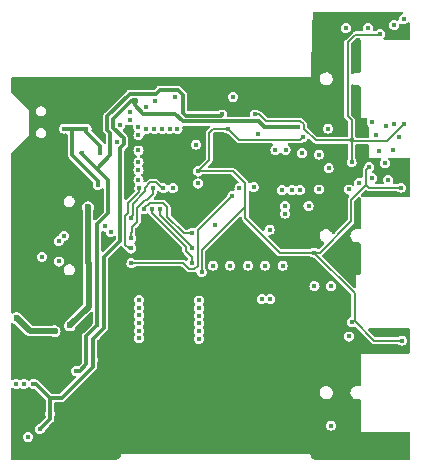
<source format=gbr>
%TF.GenerationSoftware,KiCad,Pcbnew,(6.99.0-1793-ga56955443f)*%
%TF.CreationDate,2022-09-01T09:47:35+01:00*%
%TF.ProjectId,Watchy-MrT-ESP32-S3-V1,57617463-6879-42d4-9d72-542d45535033,rev?*%
%TF.SameCoordinates,Original*%
%TF.FileFunction,Copper,L3,Inr*%
%TF.FilePolarity,Positive*%
%FSLAX46Y46*%
G04 Gerber Fmt 4.6, Leading zero omitted, Abs format (unit mm)*
G04 Created by KiCad (PCBNEW (6.99.0-1793-ga56955443f)) date 2022-09-01 09:47:35*
%MOMM*%
%LPD*%
G01*
G04 APERTURE LIST*
%TA.AperFunction,ViaPad*%
%ADD10C,0.600000*%
%TD*%
%TA.AperFunction,ViaPad*%
%ADD11C,0.450000*%
%TD*%
%TA.AperFunction,Conductor*%
%ADD12C,0.150000*%
%TD*%
%TA.AperFunction,Conductor*%
%ADD13C,0.300000*%
%TD*%
%TA.AperFunction,Conductor*%
%ADD14C,0.500000*%
%TD*%
G04 APERTURE END LIST*
D10*
%TO.N,GND*%
X113600000Y-67400000D03*
X127800000Y-91000000D03*
X140800000Y-55600000D03*
X136200000Y-91600000D03*
X111800000Y-71000000D03*
X119400000Y-86800000D03*
X127400000Y-61800000D03*
X113000000Y-92800000D03*
X122600000Y-91600000D03*
X111800000Y-61200000D03*
X132600000Y-91000000D03*
X128200000Y-91600000D03*
X128600000Y-87400000D03*
X114400000Y-72200000D03*
X131400000Y-89200000D03*
X134600000Y-84400000D03*
X127000000Y-86200000D03*
X137800000Y-92800000D03*
X130200000Y-91000000D03*
D11*
X122700000Y-68700000D03*
D10*
X116200000Y-89200000D03*
X111200000Y-74600000D03*
X127400000Y-86800000D03*
X131800000Y-83800000D03*
X131000000Y-81400000D03*
X110000000Y-84800000D03*
X113600000Y-70600000D03*
D11*
X121600000Y-69250000D03*
X122700000Y-67050000D03*
X121600000Y-68700000D03*
D10*
X119400000Y-89200000D03*
X110600000Y-79000000D03*
X131800000Y-88600000D03*
X120200000Y-89200000D03*
X125400000Y-92200000D03*
X135000000Y-88600000D03*
X117400000Y-83800000D03*
X127800000Y-89800000D03*
X113000000Y-67000000D03*
X132600000Y-83800000D03*
X131600000Y-71800000D03*
X133800000Y-88000000D03*
X127800000Y-85000000D03*
X130600000Y-61800000D03*
X122200000Y-83800000D03*
X134000000Y-77800000D03*
X132200000Y-61800000D03*
X133400000Y-62400000D03*
X141000000Y-91600000D03*
X131800000Y-86200000D03*
X119000000Y-83800000D03*
X142200000Y-92200000D03*
X127800000Y-92200000D03*
D11*
X121050000Y-65950000D03*
D10*
X113600000Y-69000000D03*
X136200000Y-92800000D03*
X132600000Y-88600000D03*
X111800000Y-71800000D03*
D11*
X140750000Y-67100000D03*
D10*
X115200000Y-78400000D03*
X115000000Y-61200000D03*
X131400000Y-90400000D03*
X127400000Y-85600000D03*
X113600000Y-72200000D03*
X126600000Y-89200000D03*
X131000000Y-89800000D03*
X122600000Y-88000000D03*
X111200000Y-68200000D03*
X110000000Y-73800000D03*
X134600000Y-85600000D03*
X128600000Y-89800000D03*
D11*
X123800000Y-68700000D03*
D10*
X134200000Y-83800000D03*
X131000000Y-71800000D03*
X130600000Y-85600000D03*
X119800000Y-91000000D03*
D11*
X120800000Y-74800000D03*
D10*
X129800000Y-82000000D03*
X132600000Y-89800000D03*
X123400000Y-86800000D03*
X136000000Y-56800000D03*
X132200000Y-82000000D03*
D11*
X122150000Y-68700000D03*
D10*
X121400000Y-87400000D03*
X130200000Y-61200000D03*
X125000000Y-89200000D03*
X122200000Y-88600000D03*
D11*
X140500000Y-65750000D03*
D10*
X115800000Y-91000000D03*
X124200000Y-91600000D03*
X133000000Y-74400000D03*
X127000000Y-91000000D03*
X112400000Y-69000000D03*
X110000000Y-69800000D03*
X113000000Y-71000000D03*
X130200000Y-86200000D03*
X113000000Y-64600000D03*
X129000000Y-88000000D03*
D11*
X124350000Y-68150000D03*
X137000000Y-67400000D03*
D10*
X114200000Y-61200000D03*
X142800000Y-57200000D03*
X140400000Y-83800000D03*
D11*
X125000000Y-72800000D03*
D10*
X132200000Y-86800000D03*
X141400000Y-92200000D03*
X128200000Y-86800000D03*
X110800000Y-84800000D03*
X110200000Y-61200000D03*
D11*
X122700000Y-67600000D03*
X122000000Y-74200000D03*
D10*
X122200000Y-91000000D03*
X110600000Y-61800000D03*
X132200000Y-91600000D03*
X125800000Y-90400000D03*
X129200000Y-74000000D03*
X113600000Y-68200000D03*
D11*
X122150000Y-65950000D03*
X132600000Y-73800000D03*
D10*
X110600000Y-73400000D03*
X130600000Y-88000000D03*
X129800000Y-86800000D03*
X129400000Y-87400000D03*
D11*
X140600000Y-68650000D03*
D10*
X130200000Y-81400000D03*
X117800000Y-83200000D03*
X113000000Y-69400000D03*
D11*
X125600000Y-72200000D03*
D10*
X124600000Y-61200000D03*
X135800000Y-86200000D03*
X133000000Y-90400000D03*
D11*
X121600000Y-65950000D03*
D10*
X110600000Y-67000000D03*
X134200000Y-61200000D03*
X127000000Y-92200000D03*
X124200000Y-90400000D03*
X135200000Y-63400000D03*
X110600000Y-70200000D03*
X119800000Y-88600000D03*
X127400000Y-63000000D03*
X110000000Y-80200000D03*
X135400000Y-84400000D03*
X116200000Y-61800000D03*
X134200000Y-89800000D03*
X132800000Y-75000000D03*
X131400000Y-85600000D03*
X126200000Y-88600000D03*
D11*
X115950000Y-64250000D03*
D10*
X134200000Y-88600000D03*
D11*
X121400000Y-74800000D03*
D10*
X118200000Y-62400000D03*
X114400000Y-76200000D03*
X135000000Y-61200000D03*
X123800000Y-89800000D03*
X127000000Y-62400000D03*
D11*
X123250000Y-69250000D03*
D10*
X111800000Y-79000000D03*
D11*
X123250000Y-66500000D03*
D10*
X138200000Y-75000000D03*
X133800000Y-89200000D03*
D11*
X123800000Y-67600000D03*
D10*
X131000000Y-83800000D03*
X129800000Y-61800000D03*
X135400000Y-91600000D03*
D11*
X117850000Y-74800000D03*
D10*
X135400000Y-58800000D03*
X131800000Y-62400000D03*
X129400000Y-86200000D03*
X112400000Y-68200000D03*
X132200000Y-83200000D03*
X110600000Y-78200000D03*
X129000000Y-85600000D03*
X115000000Y-91000000D03*
X126200000Y-87400000D03*
X135400000Y-60400000D03*
X137400000Y-65200000D03*
X113000000Y-61800000D03*
X133000000Y-84400000D03*
X111800000Y-69400000D03*
D11*
X121050000Y-66500000D03*
D10*
X128600000Y-85000000D03*
X116600000Y-62400000D03*
X115800000Y-88600000D03*
X129000000Y-91600000D03*
X115200000Y-80000000D03*
X123000000Y-85000000D03*
X110000000Y-70600000D03*
X128400000Y-75200000D03*
X134200000Y-85000000D03*
D11*
X121600000Y-66500000D03*
D10*
X124200000Y-88000000D03*
X127400000Y-89200000D03*
X111800000Y-79800000D03*
X122600000Y-90400000D03*
X119400000Y-91600000D03*
X118600000Y-91600000D03*
X127000000Y-87400000D03*
X121800000Y-91600000D03*
X130200000Y-87400000D03*
X131000000Y-88600000D03*
X127000000Y-89800000D03*
X136000000Y-60000000D03*
X132600000Y-92200000D03*
X133000000Y-88000000D03*
X122600000Y-89200000D03*
X120600000Y-88600000D03*
X119400000Y-83200000D03*
X138800000Y-76200000D03*
X114200000Y-92200000D03*
X133400000Y-91000000D03*
X113000000Y-67800000D03*
X123000000Y-87400000D03*
X117800000Y-61800000D03*
X135400000Y-55600000D03*
X132200000Y-88000000D03*
X118600000Y-61800000D03*
D11*
X120800000Y-76000000D03*
D10*
X136800000Y-60000000D03*
X111200000Y-79400000D03*
X113000000Y-63800000D03*
D11*
X139400000Y-65200000D03*
D10*
X116600000Y-91000000D03*
X126600000Y-86800000D03*
X124600000Y-88600000D03*
X117400000Y-61200000D03*
X113000000Y-66200000D03*
X129800000Y-85600000D03*
X113800000Y-91600000D03*
X118200000Y-83800000D03*
X115800000Y-89800000D03*
X125800000Y-91600000D03*
X115400000Y-90400000D03*
X111800000Y-78200000D03*
X138800000Y-77000000D03*
X119800000Y-87400000D03*
X123800000Y-88600000D03*
X125400000Y-91000000D03*
X126200000Y-92200000D03*
D11*
X122700000Y-69250000D03*
D10*
X129000000Y-90400000D03*
X128200000Y-88000000D03*
X129400000Y-89800000D03*
X120600000Y-91000000D03*
X127800000Y-61200000D03*
X121800000Y-90400000D03*
X136600000Y-88600000D03*
X134200000Y-87400000D03*
X128600000Y-83800000D03*
X135400000Y-89200000D03*
X133800000Y-91600000D03*
X110000000Y-68200000D03*
X131800000Y-85000000D03*
X135400000Y-57200000D03*
X131400000Y-83200000D03*
X117000000Y-63000000D03*
X133000000Y-83200000D03*
X119800000Y-83800000D03*
X126200000Y-91000000D03*
X130200000Y-85000000D03*
X129800000Y-91600000D03*
X138800000Y-62600000D03*
X137000000Y-86800000D03*
X110000000Y-75400000D03*
X113600000Y-66600000D03*
X143000000Y-92200000D03*
X129600000Y-74600000D03*
X133800000Y-84400000D03*
X142600000Y-92800000D03*
X129400000Y-62400000D03*
X115000000Y-89800000D03*
X125400000Y-89800000D03*
X141800000Y-91600000D03*
X125400000Y-87400000D03*
X123800000Y-61200000D03*
X111400000Y-64600000D03*
X131000000Y-86200000D03*
X121400000Y-88600000D03*
X129400000Y-80200000D03*
X133800000Y-86800000D03*
X127400000Y-91600000D03*
X120200000Y-86800000D03*
X129400000Y-81400000D03*
X114600000Y-80400000D03*
D11*
X121050000Y-68700000D03*
D10*
X121800000Y-89200000D03*
X130600000Y-84400000D03*
X119800000Y-61200000D03*
X131000000Y-62400000D03*
D11*
X123250000Y-67600000D03*
D10*
X110600000Y-71000000D03*
D11*
X134000000Y-71800000D03*
D10*
X128200000Y-85600000D03*
X137000000Y-92800000D03*
X113600000Y-71400000D03*
X114800000Y-69800000D03*
X110600000Y-71800000D03*
X132200000Y-89200000D03*
X117000000Y-61800000D03*
X110600000Y-75000000D03*
X119000000Y-88600000D03*
X110000000Y-76200000D03*
X119400000Y-84400000D03*
X134200000Y-86200000D03*
X133000000Y-61800000D03*
X133400000Y-85000000D03*
X131800000Y-61200000D03*
X115400000Y-71000000D03*
X120800000Y-77400000D03*
X132200000Y-84400000D03*
X134600000Y-88000000D03*
X125000000Y-86800000D03*
D11*
X121600000Y-68150000D03*
X124350000Y-67600000D03*
D10*
X136800000Y-61800000D03*
X133800000Y-90400000D03*
X129800000Y-90400000D03*
X112600000Y-61200000D03*
X131400000Y-91600000D03*
X133400000Y-83800000D03*
X127800000Y-88600000D03*
X130200000Y-92200000D03*
X118200000Y-85000000D03*
X121400000Y-92200000D03*
D11*
X120800000Y-74200000D03*
X121050000Y-69250000D03*
D10*
X134200000Y-91000000D03*
D11*
X122000000Y-74800000D03*
X122150000Y-66500000D03*
X121400000Y-75400000D03*
D10*
X111000000Y-61200000D03*
X119000000Y-85000000D03*
X115000000Y-62400000D03*
X131000000Y-92200000D03*
D11*
X134000000Y-73200000D03*
D10*
X124600000Y-87400000D03*
X111200000Y-69000000D03*
X110000000Y-74600000D03*
X130600000Y-80800000D03*
X111800000Y-74200000D03*
X128600000Y-88600000D03*
X131800000Y-89800000D03*
X119000000Y-87400000D03*
X121000000Y-89200000D03*
X133000000Y-85600000D03*
X110600000Y-69400000D03*
X114600000Y-61800000D03*
X136600000Y-86200000D03*
X116600000Y-88600000D03*
X111200000Y-73000000D03*
X112200000Y-92800000D03*
X129000000Y-86800000D03*
X111800000Y-75000000D03*
X129400000Y-85000000D03*
X117800000Y-84400000D03*
X127400000Y-90400000D03*
X113000000Y-70200000D03*
X123000000Y-88600000D03*
X128600000Y-86200000D03*
X125800000Y-88000000D03*
D11*
X121050000Y-67050000D03*
D10*
X124200000Y-86800000D03*
X111200000Y-78600000D03*
X116600000Y-89800000D03*
X130600000Y-83200000D03*
X114200000Y-69400000D03*
X125000000Y-91600000D03*
D11*
X121050000Y-68150000D03*
D10*
X128400000Y-74000000D03*
X138600000Y-92800000D03*
D11*
X127250000Y-69950000D03*
D10*
X138800000Y-62000000D03*
X110000000Y-73000000D03*
X135400000Y-85600000D03*
X135000000Y-83800000D03*
X111200000Y-70600000D03*
X120200000Y-84400000D03*
X129400000Y-82600000D03*
X119800000Y-85000000D03*
X121000000Y-84400000D03*
X135400000Y-59600000D03*
X135400000Y-82000000D03*
X133000000Y-89200000D03*
X115800000Y-61200000D03*
X136600000Y-55600000D03*
X128200000Y-84400000D03*
X135000000Y-85000000D03*
X129000000Y-84400000D03*
X131000000Y-91000000D03*
X135400000Y-92800000D03*
D11*
X121600000Y-67600000D03*
D10*
X137600000Y-72800000D03*
X131800000Y-82600000D03*
X132600000Y-62400000D03*
X118200000Y-89800000D03*
X123000000Y-61200000D03*
X117400000Y-89800000D03*
X110000000Y-71400000D03*
X137000000Y-73200000D03*
X123800000Y-91000000D03*
X123400000Y-88000000D03*
X138600000Y-88600000D03*
X135400000Y-58000000D03*
X128800000Y-73400000D03*
X113000000Y-72600000D03*
X123400000Y-90400000D03*
X114800000Y-70600000D03*
X111800000Y-68600000D03*
X129800000Y-80800000D03*
X129600000Y-75800000D03*
X135400000Y-90400000D03*
X111200000Y-71400000D03*
X133400000Y-92200000D03*
X110000000Y-72200000D03*
X135200000Y-64200000D03*
X120200000Y-91600000D03*
X138800000Y-75400000D03*
X129800000Y-88000000D03*
X121600000Y-77400000D03*
X126600000Y-61800000D03*
X120000000Y-77600000D03*
D11*
X142450000Y-65950000D03*
D10*
X131800000Y-92200000D03*
D11*
X121050000Y-67600000D03*
D10*
X129800000Y-84400000D03*
X111200000Y-80200000D03*
X132600000Y-85000000D03*
D11*
X122700000Y-68150000D03*
D10*
X119000000Y-78800000D03*
X120600000Y-89800000D03*
X135000000Y-89800000D03*
X129000000Y-61800000D03*
X119000000Y-91000000D03*
X112400000Y-70600000D03*
X113800000Y-92800000D03*
X123800000Y-92200000D03*
X110600000Y-62600000D03*
X110000000Y-79400000D03*
X116600000Y-61200000D03*
X119000000Y-77600000D03*
X110000000Y-78600000D03*
X135000000Y-86200000D03*
X126600000Y-91600000D03*
X124600000Y-92200000D03*
D11*
X120800000Y-75400000D03*
D10*
X114600000Y-78000000D03*
X136400000Y-72800000D03*
X134600000Y-86800000D03*
X121000000Y-88000000D03*
X110600000Y-79800000D03*
D11*
X121600000Y-67050000D03*
D10*
X123000000Y-91000000D03*
X135200000Y-65000000D03*
X140200000Y-92800000D03*
X132200000Y-74600000D03*
X126600000Y-63000000D03*
X122600000Y-84400000D03*
X113600000Y-69800000D03*
X126200000Y-61200000D03*
X141000000Y-92800000D03*
X121400000Y-85000000D03*
X111200000Y-77800000D03*
D11*
X123800000Y-67050000D03*
D10*
X110600000Y-75800000D03*
X123400000Y-89200000D03*
X122200000Y-61200000D03*
X138800000Y-59400000D03*
X121400000Y-89800000D03*
X117800000Y-90400000D03*
X111200000Y-76200000D03*
X110600000Y-72600000D03*
X115200000Y-79200000D03*
X128000000Y-75800000D03*
X139400000Y-92800000D03*
X122200000Y-85000000D03*
D11*
X123800000Y-69250000D03*
D10*
X129400000Y-92200000D03*
X135000000Y-91000000D03*
X133400000Y-61200000D03*
X133400000Y-87400000D03*
X130200000Y-82600000D03*
X114800000Y-69000000D03*
X117400000Y-88600000D03*
X119400000Y-88000000D03*
X111800000Y-73400000D03*
X113000000Y-68600000D03*
X117400000Y-62400000D03*
X133800000Y-61800000D03*
X132600000Y-86200000D03*
D11*
X123250000Y-68150000D03*
D10*
X130600000Y-90400000D03*
X119400000Y-78200000D03*
X114200000Y-70200000D03*
X118600000Y-84400000D03*
X121400000Y-91000000D03*
X131000000Y-82600000D03*
X125000000Y-88000000D03*
X132600000Y-61200000D03*
X123400000Y-85600000D03*
X135400000Y-61800000D03*
X135000000Y-92200000D03*
X122200000Y-87400000D03*
X121400000Y-83800000D03*
X133800000Y-85600000D03*
X119000000Y-89800000D03*
X118600000Y-88000000D03*
X118600000Y-86800000D03*
X129000000Y-82000000D03*
X133400000Y-88600000D03*
X115800000Y-62400000D03*
X123800000Y-87400000D03*
X113800000Y-75600000D03*
X139800000Y-92200000D03*
X126600000Y-90400000D03*
X131000000Y-71200000D03*
X124600000Y-86200000D03*
X129400000Y-88600000D03*
X125800000Y-89200000D03*
X128000000Y-74600000D03*
X129800000Y-89200000D03*
X111800000Y-72600000D03*
X133400000Y-86200000D03*
X117000000Y-89200000D03*
X115400000Y-61800000D03*
X110000000Y-77800000D03*
X118200000Y-91000000D03*
X127000000Y-61200000D03*
X130200000Y-63200000D03*
X134600000Y-89200000D03*
X117800000Y-89200000D03*
X131000000Y-87400000D03*
D11*
X123250000Y-67050000D03*
X122150000Y-67600000D03*
D10*
X120600000Y-83800000D03*
D11*
X137000000Y-68000000D03*
X125000000Y-72200000D03*
D10*
X121000000Y-91600000D03*
X140600000Y-92200000D03*
X115000000Y-88600000D03*
X139400000Y-91600000D03*
X110600000Y-67800000D03*
X112400000Y-71400000D03*
X135800000Y-88600000D03*
X131400000Y-84400000D03*
X134600000Y-61800000D03*
X119000000Y-61200000D03*
X134600000Y-90400000D03*
X125000000Y-90400000D03*
X129400000Y-91000000D03*
X127000000Y-88600000D03*
X114600000Y-91600000D03*
D11*
X124350000Y-68700000D03*
D10*
X119800000Y-92200000D03*
D11*
X116450000Y-64250000D03*
D10*
X127800000Y-86200000D03*
X126200000Y-89800000D03*
D11*
X136400000Y-67600000D03*
D10*
X129800000Y-83200000D03*
X120200000Y-88000000D03*
X132200000Y-85600000D03*
X112400000Y-72200000D03*
X120600000Y-92200000D03*
X141800000Y-92800000D03*
X138200000Y-77400000D03*
X133000000Y-86800000D03*
X123800000Y-86200000D03*
X110600000Y-68600000D03*
X140000000Y-55600000D03*
X130600000Y-82000000D03*
D11*
X122700000Y-66500000D03*
D10*
X118600000Y-90400000D03*
X116200000Y-90400000D03*
X122200000Y-92200000D03*
X119800000Y-78800000D03*
X133400000Y-89800000D03*
D11*
X122000000Y-76000000D03*
D10*
X110000000Y-69000000D03*
X120600000Y-85000000D03*
X132200000Y-90400000D03*
X133600000Y-75000000D03*
X129200000Y-75200000D03*
X114200000Y-68600000D03*
X132600000Y-87400000D03*
X115400000Y-89200000D03*
X123000000Y-89800000D03*
X114600000Y-79600000D03*
X113800000Y-61800000D03*
X111200000Y-77000000D03*
X112200000Y-64600000D03*
X124200000Y-89200000D03*
X136000000Y-56000000D03*
X134600000Y-91600000D03*
X116200000Y-63000000D03*
X135800000Y-92200000D03*
X118200000Y-61200000D03*
X112400000Y-69800000D03*
D11*
X122150000Y-68150000D03*
D10*
X127800000Y-87400000D03*
X128600000Y-91000000D03*
X135400000Y-56400000D03*
X140200000Y-91600000D03*
X130600000Y-91600000D03*
X130200000Y-62400000D03*
X138200000Y-75800000D03*
X130400000Y-71800000D03*
X131400000Y-88000000D03*
X111200000Y-69800000D03*
X111200000Y-75400000D03*
X126600000Y-88000000D03*
X126200000Y-62400000D03*
X121800000Y-84400000D03*
D11*
X123800000Y-68150000D03*
D10*
X131000000Y-75600000D03*
X131000000Y-61200000D03*
X117000000Y-90400000D03*
X124600000Y-89800000D03*
X110000000Y-77000000D03*
X142600000Y-91600000D03*
X111800000Y-70200000D03*
D11*
X123250000Y-68700000D03*
D10*
X113000000Y-71800000D03*
X128600000Y-61200000D03*
X124600000Y-91000000D03*
D11*
X122150000Y-69250000D03*
D10*
X110000000Y-67400000D03*
X129400000Y-61200000D03*
X113400000Y-61200000D03*
X121000000Y-90400000D03*
X131400000Y-61800000D03*
X135400000Y-88000000D03*
X128800000Y-74600000D03*
X130200000Y-89800000D03*
D11*
X109950000Y-87750000D03*
D10*
X130200000Y-83800000D03*
X118200000Y-78800000D03*
X128600000Y-92200000D03*
X130600000Y-86800000D03*
X112600000Y-92200000D03*
X115200000Y-77600000D03*
X114600000Y-92800000D03*
X115400000Y-63000000D03*
X130200000Y-88600000D03*
D11*
X122150000Y-67050000D03*
D10*
X118600000Y-83200000D03*
X131800000Y-91000000D03*
X121000000Y-86800000D03*
D11*
X122000000Y-75400000D03*
D10*
X131800000Y-87400000D03*
X121800000Y-88000000D03*
X129000000Y-89200000D03*
D11*
X142575659Y-69191764D03*
D10*
X119800000Y-89800000D03*
X139200000Y-55600000D03*
D11*
X121400000Y-76000000D03*
D10*
X128200000Y-90400000D03*
X129400000Y-83800000D03*
X123000000Y-92200000D03*
X127400000Y-88000000D03*
X110600000Y-74200000D03*
X111200000Y-73800000D03*
D11*
X121400000Y-74200000D03*
D10*
X119400000Y-90400000D03*
X131400000Y-82000000D03*
X111800000Y-77400000D03*
X118600000Y-78200000D03*
X125400000Y-88600000D03*
X110600000Y-76600000D03*
X131400000Y-86800000D03*
X118200000Y-88600000D03*
X113000000Y-65400000D03*
X123400000Y-91600000D03*
X129000000Y-83200000D03*
X130200000Y-80200000D03*
X135400000Y-86800000D03*
X135000000Y-87400000D03*
X134200000Y-92200000D03*
X120200000Y-90400000D03*
X134600000Y-66600000D03*
X128200000Y-89200000D03*
X110600000Y-77400000D03*
X114600000Y-78800000D03*
X138200000Y-76600000D03*
D11*
X123750000Y-66500000D03*
D10*
X113400000Y-92200000D03*
X121400000Y-61200000D03*
X119000000Y-92200000D03*
X138800000Y-60000000D03*
D11*
X126000000Y-71800000D03*
D10*
X130600000Y-89200000D03*
X111200000Y-72200000D03*
X133000000Y-91600000D03*
X128800000Y-75800000D03*
X131000000Y-85000000D03*
X120600000Y-61200000D03*
X112400000Y-73000000D03*
D11*
X117500000Y-75150000D03*
D10*
X139600000Y-83800000D03*
X122200000Y-89800000D03*
X117400000Y-91000000D03*
X120600000Y-87400000D03*
D11*
X124350000Y-69250000D03*
X125600000Y-72800000D03*
D10*
X118600000Y-89200000D03*
X111800000Y-80600000D03*
D11*
%TO.N,/MCU_Sheet/SPICLK_P*%
X123250000Y-70250000D03*
X128900000Y-70250000D03*
%TO.N,VDD_SPI*%
X119750000Y-76600000D03*
X128300000Y-70900000D03*
%TO.N,+3V3*%
X127900000Y-65200000D03*
X134250000Y-65950000D03*
X125415689Y-68800999D03*
X142550000Y-70200000D03*
X123450000Y-62500000D03*
X139900000Y-68450000D03*
X125700000Y-77350000D03*
X115950000Y-65200000D03*
X142650000Y-83150000D03*
X135200000Y-75700000D03*
X117100000Y-67250000D03*
X116900000Y-70000000D03*
X138400000Y-81600000D03*
X114050000Y-65200000D03*
%TO.N,Net-(D1-K)*%
X134750000Y-71750000D03*
X132750000Y-72400000D03*
X136650000Y-78550000D03*
%TO.N,/MCU_Sheet/PREVGH*%
X120400000Y-81650000D03*
X131450000Y-73750000D03*
X129600000Y-76800000D03*
%TO.N,Net-(J1-Pin_18)*%
X132550000Y-76800000D03*
X120400000Y-82950000D03*
%TO.N,Net-(J1-Pin_20)*%
X120400000Y-82300000D03*
X131050000Y-76800000D03*
%TO.N,Net-(J1-Pin_22)*%
X128100000Y-76800000D03*
X120400000Y-81000000D03*
%TO.N,Net-(J1-Pin_24)*%
X126650000Y-76800000D03*
X120400000Y-79700000D03*
D10*
%TO.N,VBUS*%
X116130000Y-76670000D03*
X116080000Y-71870000D03*
X114550000Y-81850000D03*
X110050000Y-81250000D03*
X113250000Y-82350000D03*
D11*
%TO.N,+BATT*%
X116500000Y-84750000D03*
D10*
X120050000Y-62900000D03*
D11*
X133850000Y-65050000D03*
X112850000Y-89300000D03*
X111450000Y-86800000D03*
X112000000Y-90650000D03*
%TO.N,VCC*%
X115550000Y-67250000D03*
X116850000Y-81850000D03*
X127400000Y-64000000D03*
X115050000Y-85700000D03*
%TO.N,/MCU_Sheet/PREVGL*%
X126850000Y-73400000D03*
X120400000Y-80350000D03*
%TO.N,/MCU_Sheet/SPICS0*%
X124850000Y-76600000D03*
X121500000Y-72000000D03*
%TO.N,/MCU_Sheet/SPID*%
X119750000Y-72800000D03*
X122450000Y-70250000D03*
%TO.N,/MCU_Sheet/SPIWP*%
X124850000Y-74050000D03*
X120850000Y-72000000D03*
%TO.N,/MCU_Sheet/SPIQ*%
X122200000Y-72000000D03*
X124850000Y-75350000D03*
%TO.N,/MCU_Sheet/SPICLK*%
X119750000Y-74500000D03*
X121600000Y-70250000D03*
X119750000Y-74500000D03*
%TO.N,/MCU_Sheet/SPIHD*%
X120400000Y-70250000D03*
X119750000Y-75350000D03*
%TO.N,I2C_SCL*%
X119600000Y-64500000D03*
X141272635Y-64955308D03*
X139800000Y-56700000D03*
X141200000Y-68150000D03*
X110650000Y-86800000D03*
X140100000Y-64650000D03*
X142000000Y-56450000D03*
X131950000Y-67000000D03*
%TO.N,I2C_SDA*%
X119600000Y-63800000D03*
X142800000Y-55950000D03*
X140105918Y-69395543D03*
X137900000Y-56700000D03*
X110000000Y-86800000D03*
X132800000Y-67000000D03*
X141950000Y-64850000D03*
X136450000Y-68550000D03*
%TO.N,BMP_INT*%
X138150000Y-70350000D03*
X120350000Y-69550000D03*
%TO.N,D_BUSY*%
X118550000Y-66300000D03*
X125450000Y-83000000D03*
%TO.N,D_RES*%
X125450000Y-82350000D03*
X120350000Y-68050000D03*
%TO.N,D_DC*%
X120350000Y-67050000D03*
X125450000Y-81700000D03*
%TO.N,D_MOSI*%
X120350000Y-65100000D03*
X125450000Y-79750000D03*
%TO.N,D_SCK*%
X125450000Y-80400000D03*
X120350000Y-65750000D03*
%TO.N,D_SS*%
X125450000Y-81050000D03*
X118800000Y-64900000D03*
%TO.N,/MCU_Sheet/RESE*%
X138150000Y-82800000D03*
X130800000Y-79650000D03*
%TO.N,/MCU_Sheet/GDR*%
X131500000Y-79650000D03*
X135250000Y-78550000D03*
%TO.N,BTN1*%
X136400000Y-65200000D03*
X135650000Y-70350000D03*
X135650000Y-67400000D03*
X123000000Y-65250000D03*
%TO.N,BTN2*%
X123650000Y-65250000D03*
X133350000Y-70400980D03*
%TO.N,BTN3*%
X136650000Y-90350000D03*
X132750000Y-71750000D03*
X132500000Y-70400000D03*
X122350000Y-65250000D03*
%TO.N,MAG_INT*%
X125250000Y-66550000D03*
X134000000Y-70400980D03*
%TO.N,MAG_DRDY*%
X125400000Y-69850000D03*
X141900000Y-67050000D03*
%TO.N,RTC_INT*%
X121000000Y-63350000D03*
X134196800Y-67296800D03*
%TO.N,LDO2*%
X120350000Y-68700000D03*
X130100000Y-70150000D03*
%TO.N,MAX17_INT*%
X121746095Y-62850564D03*
X111000000Y-91300000D03*
X112200000Y-76050000D03*
X113600000Y-76450000D03*
%TO.N,ACCEL_INT1*%
X141500000Y-69550000D03*
X121700000Y-65250000D03*
%TO.N,ACCEL_INT2*%
X139050000Y-69800981D03*
X121000000Y-65250000D03*
%TO.N,LDO2_EN*%
X128350000Y-62500000D03*
X130450000Y-65650000D03*
%TO.N,USB_N*%
X117513119Y-73463119D03*
X114065744Y-74266561D03*
%TO.N,USB_P*%
X117986881Y-73936881D03*
X113591982Y-74740323D03*
%TO.N,+3.3VA*%
X138400000Y-68050000D03*
X140800000Y-57200000D03*
X138400000Y-66200000D03*
X130200000Y-64000000D03*
X142800000Y-64850000D03*
%TD*%
D12*
%TO.N,VDD_SPI*%
X124643095Y-77099511D02*
X125056905Y-77099511D01*
X124143584Y-76600000D02*
X124643095Y-77099511D01*
X119750000Y-76600000D02*
X124143584Y-76600000D01*
X125349511Y-73800489D02*
X128250000Y-70900000D01*
X128250000Y-70900000D02*
X128300000Y-70900000D01*
X125349511Y-76806905D02*
X125349511Y-73800489D01*
X125056905Y-77099511D02*
X125349511Y-76806905D01*
%TO.N,+3V3*%
X135200000Y-75700000D02*
X135708207Y-75700000D01*
X129399511Y-71800489D02*
X129399511Y-72805927D01*
X128350999Y-68800999D02*
X125415689Y-68800999D01*
X129399511Y-69849511D02*
X128350999Y-68800999D01*
X138650000Y-79150000D02*
X138650000Y-81500000D01*
D13*
X114700000Y-67400000D02*
X116900000Y-69600000D01*
D12*
X126350000Y-65550000D02*
X126350000Y-67866688D01*
D13*
X114700000Y-65200000D02*
X114700000Y-67400000D01*
D12*
X135200000Y-75700000D02*
X138650000Y-79150000D01*
X129399511Y-72805927D02*
X132293584Y-75700000D01*
X127900000Y-65200000D02*
X128850000Y-66150000D01*
X140300000Y-83150000D02*
X142650000Y-83150000D01*
X135708207Y-75700000D02*
X138350000Y-73058207D01*
X139606407Y-69950990D02*
X139855417Y-70200000D01*
X129399511Y-71800489D02*
X129399511Y-69849511D01*
X134050000Y-66150000D02*
X134250000Y-65950000D01*
X127900000Y-65200000D02*
X126700000Y-65200000D01*
D13*
X115950000Y-65200000D02*
X114700000Y-65200000D01*
D12*
X139855417Y-70200000D02*
X142550000Y-70200000D01*
X139606407Y-69950990D02*
X139606407Y-68743593D01*
D13*
X115950000Y-65500000D02*
X115950000Y-65200000D01*
D12*
X128850000Y-66150000D02*
X134050000Y-66150000D01*
X132293584Y-75700000D02*
X135200000Y-75700000D01*
D13*
X117100000Y-67250000D02*
X117100000Y-66650000D01*
D12*
X139606407Y-68743593D02*
X139900000Y-68450000D01*
X138650000Y-81500000D02*
X138550000Y-81600000D01*
X126700000Y-65200000D02*
X126350000Y-65550000D01*
X125700000Y-75500000D02*
X129399511Y-71800489D01*
X126350000Y-67866688D02*
X125415689Y-68800999D01*
X138650000Y-81500000D02*
X140300000Y-83150000D01*
X138350000Y-73058207D02*
X138350000Y-71207397D01*
D13*
X114700000Y-65200000D02*
X114050000Y-65200000D01*
D12*
X138350000Y-71207397D02*
X139606407Y-69950990D01*
X125700000Y-77350000D02*
X125700000Y-75500000D01*
D13*
X116900000Y-69600000D02*
X116900000Y-70000000D01*
D12*
X138550000Y-81600000D02*
X138400000Y-81600000D01*
D13*
X117100000Y-66650000D02*
X115950000Y-65500000D01*
D14*
%TO.N,VBUS*%
X116130000Y-76670000D02*
X116130000Y-80270000D01*
X116130000Y-80270000D02*
X114550000Y-81850000D01*
X116080000Y-76620000D02*
X116130000Y-76670000D01*
X113250000Y-82350000D02*
X111150000Y-82350000D01*
X111150000Y-82350000D02*
X110050000Y-81250000D01*
X116080000Y-71870000D02*
X116080000Y-76620000D01*
D13*
%TO.N,+BATT*%
X118800000Y-74700000D02*
X118800000Y-66862482D01*
X112850000Y-89800000D02*
X112000000Y-90650000D01*
X113850000Y-88000000D02*
X116500000Y-85350000D01*
X117424511Y-76075489D02*
X118800000Y-74700000D01*
X118225489Y-65137971D02*
X118225489Y-64362029D01*
X120050000Y-62900000D02*
X120050000Y-63212482D01*
X116500000Y-85350000D02*
X116500000Y-84750000D01*
X124100000Y-64600000D02*
X130549638Y-64600000D01*
X118225489Y-64362029D02*
X119687518Y-62900000D01*
X120762029Y-63924511D02*
X123424511Y-63924511D01*
X120050000Y-63212482D02*
X120762029Y-63924511D01*
X118800000Y-66862482D02*
X119124511Y-66537971D01*
X119687518Y-62900000D02*
X120050000Y-62900000D01*
X112850000Y-88000000D02*
X111650000Y-86800000D01*
X123424511Y-63924511D02*
X124100000Y-64600000D01*
X112850000Y-88000000D02*
X113850000Y-88000000D01*
X116500000Y-83012482D02*
X117424511Y-82087971D01*
X111650000Y-86800000D02*
X111450000Y-86800000D01*
X117424511Y-82087971D02*
X117424511Y-76075489D01*
X119124511Y-66537971D02*
X119124511Y-66036993D01*
X130999638Y-65050000D02*
X133850000Y-65050000D01*
X130549638Y-64600000D02*
X130999638Y-65050000D01*
X112850000Y-89300000D02*
X112850000Y-88000000D01*
X112850000Y-89300000D02*
X112850000Y-89800000D01*
X119124511Y-66036993D02*
X118225489Y-65137971D01*
X116500000Y-84750000D02*
X116500000Y-83012482D01*
%TO.N,VCC*%
X124400000Y-64100000D02*
X127300000Y-64100000D01*
X124150000Y-63850000D02*
X124400000Y-64100000D01*
X115400000Y-85700000D02*
X115050000Y-85700000D01*
X123687971Y-61925489D02*
X124150000Y-62387518D01*
X115925489Y-85174511D02*
X115400000Y-85700000D01*
X117975489Y-65594399D02*
X117725970Y-65344880D01*
X117800000Y-72363756D02*
X117800000Y-69550000D01*
X122158829Y-61925989D02*
X122550000Y-61925989D01*
X122550500Y-61925489D02*
X123687971Y-61925489D01*
X117975489Y-67474511D02*
X117975489Y-65594399D01*
X124150000Y-62387518D02*
X124150000Y-63850000D01*
X116850000Y-68600000D02*
X117975489Y-67474511D01*
X119630601Y-62250489D02*
X121834329Y-62250489D01*
X122550000Y-61925989D02*
X122550500Y-61925489D01*
X116850000Y-81850000D02*
X115925489Y-82774511D01*
X115925489Y-82774511D02*
X115925489Y-85174511D01*
X116850000Y-81850000D02*
X116850000Y-73313756D01*
X116850000Y-73313756D02*
X117800000Y-72363756D01*
X117725970Y-64155120D02*
X119630601Y-62250489D01*
X117800000Y-69550000D02*
X116850000Y-68600000D01*
X127300000Y-64100000D02*
X127400000Y-64000000D01*
X116850000Y-68600000D02*
X115500000Y-67250000D01*
X117725970Y-65344880D02*
X117725970Y-64155120D01*
X121834329Y-62250489D02*
X122158829Y-61925989D01*
D12*
%TO.N,/MCU_Sheet/SPICS0*%
X124350000Y-75556416D02*
X124850000Y-76056416D01*
X124850000Y-76056416D02*
X124850000Y-76600000D01*
X121500000Y-72000000D02*
X121500000Y-72338591D01*
X124350000Y-75188592D02*
X124350000Y-75556416D01*
X121500000Y-72338591D02*
X124350000Y-75188592D01*
%TO.N,/MCU_Sheet/SPID*%
X120899511Y-70200489D02*
X120899511Y-70456905D01*
X120850000Y-70605705D02*
X119900000Y-71555705D01*
X121349511Y-69750489D02*
X120899511Y-70200489D01*
X119900000Y-72550000D02*
X119750000Y-72700000D01*
X122306416Y-70250000D02*
X121806905Y-69750489D01*
X120899511Y-70456905D02*
X120850000Y-70506416D01*
X119650000Y-72800000D02*
X119700000Y-72750000D01*
X120850000Y-70506416D02*
X120850000Y-70605705D01*
X122450000Y-70250000D02*
X122306416Y-70250000D01*
X121806905Y-69750489D02*
X121349511Y-69750489D01*
X119750000Y-72800000D02*
X119650000Y-72800000D01*
X119750000Y-72700000D02*
X119750000Y-72800000D01*
X119900000Y-71555705D02*
X119900000Y-72550000D01*
%TO.N,/MCU_Sheet/SPIWP*%
X122800000Y-71850000D02*
X122800000Y-72650000D01*
X120850000Y-72000000D02*
X120850000Y-71943584D01*
X121293095Y-71500489D02*
X122450489Y-71500489D01*
X122450489Y-71500489D02*
X122800000Y-71850000D01*
X120850000Y-71943584D02*
X121293095Y-71500489D01*
X122800000Y-72650000D02*
X124200000Y-74050000D01*
X124200000Y-74050000D02*
X124850000Y-74050000D01*
%TO.N,/MCU_Sheet/SPIQ*%
X122200000Y-72544296D02*
X124750000Y-75094296D01*
X122200000Y-72000000D02*
X122200000Y-72544296D01*
X124750000Y-75094296D02*
X124850000Y-75350000D01*
%TO.N,/MCU_Sheet/SPICLK*%
X120249520Y-71894064D02*
X120249520Y-73100480D01*
X119750000Y-74500000D02*
X119800000Y-74500000D01*
X121600000Y-70699288D02*
X121050000Y-71249288D01*
X120249520Y-73100480D02*
X119800000Y-73550000D01*
X121050000Y-71249288D02*
X120894296Y-71249288D01*
X121600000Y-70250000D02*
X121600000Y-70699288D01*
X120894296Y-71249288D02*
X120249520Y-71894064D01*
X119800000Y-73550000D02*
X119750000Y-74500000D01*
%TO.N,/MCU_Sheet/SPIHD*%
X119500000Y-71461408D02*
X119500000Y-72343584D01*
X119250489Y-72593095D02*
X119250489Y-75049511D01*
X119500000Y-72343584D02*
X119250489Y-72593095D01*
X119250489Y-75049511D02*
X119250000Y-75050000D01*
X120400000Y-70561408D02*
X119500000Y-71461408D01*
X119250000Y-75050000D02*
X119550000Y-75350000D01*
X120400000Y-70250000D02*
X120400000Y-70561408D01*
X119550000Y-75350000D02*
X119750000Y-75350000D01*
%TO.N,+3.3VA*%
X138400000Y-66200000D02*
X138400000Y-68050000D01*
X140750000Y-57250000D02*
X140800000Y-57200000D01*
X133593584Y-64600000D02*
X133643584Y-64550000D01*
X138050000Y-57900000D02*
X138700000Y-57250000D01*
X138449511Y-66249511D02*
X138400000Y-66200000D01*
X142800000Y-64850000D02*
X141400489Y-66249511D01*
X134350000Y-65200000D02*
X135350000Y-66200000D01*
X130550000Y-64000000D02*
X131150000Y-64600000D01*
X134350000Y-64843584D02*
X134350000Y-65200000D01*
X133643584Y-64550000D02*
X134056416Y-64550000D01*
X138400000Y-64500000D02*
X138050000Y-64150000D01*
X138400000Y-66200000D02*
X138400000Y-64500000D01*
X138050000Y-64150000D02*
X138050000Y-57900000D01*
X131150000Y-64600000D02*
X133593584Y-64600000D01*
X141400489Y-66249511D02*
X138449511Y-66249511D01*
X130200000Y-64000000D02*
X130550000Y-64000000D01*
X135350000Y-66200000D02*
X138400000Y-66200000D01*
X134056416Y-64550000D02*
X134350000Y-64843584D01*
X138700000Y-57250000D02*
X140750000Y-57250000D01*
%TD*%
%TA.AperFunction,Conductor*%
%TO.N,GND*%
G36*
X121199471Y-72382153D02*
G01*
X121237522Y-72432605D01*
X121238064Y-72433912D01*
X121240485Y-72446086D01*
X121301376Y-72537215D01*
X121311692Y-72544108D01*
X121311693Y-72544109D01*
X121314064Y-72545693D01*
X121333156Y-72561363D01*
X124037595Y-75265803D01*
X124071621Y-75328115D01*
X124074500Y-75354898D01*
X124074500Y-75516873D01*
X124072079Y-75541455D01*
X124069103Y-75556416D01*
X124074500Y-75583548D01*
X124074500Y-75583549D01*
X124090485Y-75663911D01*
X124094888Y-75670500D01*
X124097383Y-75674234D01*
X124123561Y-75713411D01*
X124135324Y-75731016D01*
X124151376Y-75755040D01*
X124161692Y-75761933D01*
X124161693Y-75761934D01*
X124164064Y-75763518D01*
X124183156Y-75779188D01*
X124537015Y-76133047D01*
X124571041Y-76195359D01*
X124565976Y-76266174D01*
X124537015Y-76311237D01*
X124501472Y-76346780D01*
X124496972Y-76355612D01*
X124495217Y-76358028D01*
X124438993Y-76401380D01*
X124368257Y-76407454D01*
X124323272Y-76388723D01*
X124319199Y-76386001D01*
X124290048Y-76366523D01*
X124290047Y-76366523D01*
X124251079Y-76340485D01*
X124238910Y-76338064D01*
X124238909Y-76338064D01*
X124170717Y-76324500D01*
X124155756Y-76321524D01*
X124155755Y-76321524D01*
X124143584Y-76319103D01*
X124131413Y-76321524D01*
X124128623Y-76322079D01*
X124104041Y-76324500D01*
X120128438Y-76324500D01*
X120060317Y-76304498D01*
X120039343Y-76287595D01*
X120003220Y-76251472D01*
X119883126Y-76190281D01*
X119873337Y-76188731D01*
X119873335Y-76188730D01*
X119759793Y-76170747D01*
X119750000Y-76169196D01*
X119740207Y-76170747D01*
X119626665Y-76188730D01*
X119626663Y-76188731D01*
X119616874Y-76190281D01*
X119496780Y-76251472D01*
X119401472Y-76346780D01*
X119340281Y-76466874D01*
X119338731Y-76476663D01*
X119338730Y-76476665D01*
X119327625Y-76546780D01*
X119319196Y-76600000D01*
X119320747Y-76609793D01*
X119334146Y-76694388D01*
X119340281Y-76733126D01*
X119401472Y-76853220D01*
X119496780Y-76948528D01*
X119616874Y-77009719D01*
X119626663Y-77011269D01*
X119626665Y-77011270D01*
X119740207Y-77029253D01*
X119750000Y-77030804D01*
X119759793Y-77029253D01*
X119873335Y-77011270D01*
X119873337Y-77011269D01*
X119883126Y-77009719D01*
X120003220Y-76948528D01*
X120039343Y-76912405D01*
X120101655Y-76878379D01*
X120128438Y-76875500D01*
X123977278Y-76875500D01*
X124045399Y-76895502D01*
X124066373Y-76912405D01*
X124420323Y-77266355D01*
X124435993Y-77285447D01*
X124444471Y-77298135D01*
X124467472Y-77313504D01*
X124467473Y-77313505D01*
X124535600Y-77359026D01*
X124643095Y-77380408D01*
X124658056Y-77377432D01*
X124682638Y-77375011D01*
X125017362Y-77375011D01*
X125041944Y-77377432D01*
X125056905Y-77380408D01*
X125084037Y-77375011D01*
X125084038Y-77375011D01*
X125138851Y-77364108D01*
X125209564Y-77370436D01*
X125265632Y-77413990D01*
X125287880Y-77467972D01*
X125288729Y-77473331D01*
X125288730Y-77473335D01*
X125290281Y-77483126D01*
X125351472Y-77603220D01*
X125446780Y-77698528D01*
X125566874Y-77759719D01*
X125576663Y-77761269D01*
X125576665Y-77761270D01*
X125690207Y-77779253D01*
X125700000Y-77780804D01*
X125709793Y-77779253D01*
X125823335Y-77761270D01*
X125823337Y-77761269D01*
X125833126Y-77759719D01*
X125953220Y-77698528D01*
X126048528Y-77603220D01*
X126109719Y-77483126D01*
X126111271Y-77473331D01*
X126129253Y-77359793D01*
X126130804Y-77350000D01*
X126123681Y-77305026D01*
X126111270Y-77226665D01*
X126111269Y-77226663D01*
X126109719Y-77216874D01*
X126101671Y-77201079D01*
X126088567Y-77131302D01*
X126092724Y-77121060D01*
X126046967Y-77095219D01*
X126012405Y-77060657D01*
X125978379Y-76998345D01*
X125975500Y-76971562D01*
X125975500Y-76862348D01*
X125993650Y-76800534D01*
X126205484Y-76800534D01*
X126222396Y-76826850D01*
X126225949Y-76842637D01*
X126228655Y-76859719D01*
X126240281Y-76933126D01*
X126244782Y-76941959D01*
X126248329Y-76948921D01*
X126261433Y-77018698D01*
X126257276Y-77028940D01*
X126303033Y-77054781D01*
X126396780Y-77148528D01*
X126516874Y-77209719D01*
X126526663Y-77211269D01*
X126526665Y-77211270D01*
X126640207Y-77229253D01*
X126650000Y-77230804D01*
X126659793Y-77229253D01*
X126773335Y-77211270D01*
X126773337Y-77211269D01*
X126783126Y-77209719D01*
X126903220Y-77148528D01*
X126998528Y-77053220D01*
X127059719Y-76933126D01*
X127071265Y-76860231D01*
X127079253Y-76809793D01*
X127080804Y-76800000D01*
X127669196Y-76800000D01*
X127670747Y-76809793D01*
X127678736Y-76860231D01*
X127690281Y-76933126D01*
X127751472Y-77053220D01*
X127846780Y-77148528D01*
X127966874Y-77209719D01*
X127976663Y-77211269D01*
X127976665Y-77211270D01*
X128090207Y-77229253D01*
X128100000Y-77230804D01*
X128109793Y-77229253D01*
X128223335Y-77211270D01*
X128223337Y-77211269D01*
X128233126Y-77209719D01*
X128353220Y-77148528D01*
X128448528Y-77053220D01*
X128509719Y-76933126D01*
X128521265Y-76860231D01*
X128529253Y-76809793D01*
X128530804Y-76800000D01*
X129169196Y-76800000D01*
X129170747Y-76809793D01*
X129178736Y-76860231D01*
X129190281Y-76933126D01*
X129251472Y-77053220D01*
X129346780Y-77148528D01*
X129466874Y-77209719D01*
X129476663Y-77211269D01*
X129476665Y-77211270D01*
X129590207Y-77229253D01*
X129600000Y-77230804D01*
X129609793Y-77229253D01*
X129723335Y-77211270D01*
X129723337Y-77211269D01*
X129733126Y-77209719D01*
X129853220Y-77148528D01*
X129948528Y-77053220D01*
X130009719Y-76933126D01*
X130021265Y-76860231D01*
X130029253Y-76809793D01*
X130030804Y-76800000D01*
X130619196Y-76800000D01*
X130620747Y-76809793D01*
X130628736Y-76860231D01*
X130640281Y-76933126D01*
X130701472Y-77053220D01*
X130796780Y-77148528D01*
X130916874Y-77209719D01*
X130926663Y-77211269D01*
X130926665Y-77211270D01*
X131040207Y-77229253D01*
X131050000Y-77230804D01*
X131059793Y-77229253D01*
X131173335Y-77211270D01*
X131173337Y-77211269D01*
X131183126Y-77209719D01*
X131303220Y-77148528D01*
X131398528Y-77053220D01*
X131459719Y-76933126D01*
X131471265Y-76860231D01*
X131479253Y-76809793D01*
X131480804Y-76800000D01*
X132119196Y-76800000D01*
X132120747Y-76809793D01*
X132128736Y-76860231D01*
X132140281Y-76933126D01*
X132201472Y-77053220D01*
X132296780Y-77148528D01*
X132416874Y-77209719D01*
X132426663Y-77211269D01*
X132426665Y-77211270D01*
X132540207Y-77229253D01*
X132550000Y-77230804D01*
X132559793Y-77229253D01*
X132673335Y-77211270D01*
X132673337Y-77211269D01*
X132683126Y-77209719D01*
X132803220Y-77148528D01*
X132898528Y-77053220D01*
X132959719Y-76933126D01*
X132971265Y-76860231D01*
X132979253Y-76809793D01*
X132980804Y-76800000D01*
X132977146Y-76776905D01*
X132961270Y-76676665D01*
X132961269Y-76676663D01*
X132959719Y-76666874D01*
X132898528Y-76546780D01*
X132803220Y-76451472D01*
X132683126Y-76390281D01*
X132673337Y-76388731D01*
X132673335Y-76388730D01*
X132559793Y-76370747D01*
X132550000Y-76369196D01*
X132540207Y-76370747D01*
X132426665Y-76388730D01*
X132426663Y-76388731D01*
X132416874Y-76390281D01*
X132296780Y-76451472D01*
X132201472Y-76546780D01*
X132140281Y-76666874D01*
X132138731Y-76676663D01*
X132138730Y-76676665D01*
X132122854Y-76776905D01*
X132119196Y-76800000D01*
X131480804Y-76800000D01*
X131477146Y-76776905D01*
X131461270Y-76676665D01*
X131461269Y-76676663D01*
X131459719Y-76666874D01*
X131398528Y-76546780D01*
X131303220Y-76451472D01*
X131183126Y-76390281D01*
X131173337Y-76388731D01*
X131173335Y-76388730D01*
X131059793Y-76370747D01*
X131050000Y-76369196D01*
X131040207Y-76370747D01*
X130926665Y-76388730D01*
X130926663Y-76388731D01*
X130916874Y-76390281D01*
X130796780Y-76451472D01*
X130701472Y-76546780D01*
X130640281Y-76666874D01*
X130638731Y-76676663D01*
X130638730Y-76676665D01*
X130622854Y-76776905D01*
X130619196Y-76800000D01*
X130030804Y-76800000D01*
X130027146Y-76776905D01*
X130011270Y-76676665D01*
X130011269Y-76676663D01*
X130009719Y-76666874D01*
X129948528Y-76546780D01*
X129853220Y-76451472D01*
X129733126Y-76390281D01*
X129723337Y-76388731D01*
X129723335Y-76388730D01*
X129609793Y-76370747D01*
X129600000Y-76369196D01*
X129590207Y-76370747D01*
X129476665Y-76388730D01*
X129476663Y-76388731D01*
X129466874Y-76390281D01*
X129346780Y-76451472D01*
X129251472Y-76546780D01*
X129190281Y-76666874D01*
X129188731Y-76676663D01*
X129188730Y-76676665D01*
X129172854Y-76776905D01*
X129169196Y-76800000D01*
X128530804Y-76800000D01*
X128527146Y-76776905D01*
X128511270Y-76676665D01*
X128511269Y-76676663D01*
X128509719Y-76666874D01*
X128448528Y-76546780D01*
X128353220Y-76451472D01*
X128233126Y-76390281D01*
X128223337Y-76388731D01*
X128223335Y-76388730D01*
X128109793Y-76370747D01*
X128100000Y-76369196D01*
X128090207Y-76370747D01*
X127976665Y-76388730D01*
X127976663Y-76388731D01*
X127966874Y-76390281D01*
X127846780Y-76451472D01*
X127751472Y-76546780D01*
X127690281Y-76666874D01*
X127688731Y-76676663D01*
X127688730Y-76676665D01*
X127672854Y-76776905D01*
X127669196Y-76800000D01*
X127080804Y-76800000D01*
X127077146Y-76776905D01*
X127061270Y-76676665D01*
X127061269Y-76676663D01*
X127059719Y-76666874D01*
X126998528Y-76546780D01*
X126903220Y-76451472D01*
X126783126Y-76390281D01*
X126773337Y-76388731D01*
X126773335Y-76388730D01*
X126659793Y-76370747D01*
X126650000Y-76369196D01*
X126640207Y-76370747D01*
X126526665Y-76388730D01*
X126526663Y-76388731D01*
X126516874Y-76390281D01*
X126396780Y-76451472D01*
X126301472Y-76546780D01*
X126240281Y-76666874D01*
X126238731Y-76676663D01*
X126238730Y-76676665D01*
X126225949Y-76757363D01*
X126205484Y-76800534D01*
X125993650Y-76800534D01*
X125995024Y-76795856D01*
X125976539Y-76753801D01*
X125975500Y-76737652D01*
X125975500Y-75666306D01*
X125995502Y-75598185D01*
X126012405Y-75577211D01*
X128908069Y-72681547D01*
X128970381Y-72647521D01*
X129041196Y-72652586D01*
X129098032Y-72695133D01*
X129122843Y-72761653D01*
X129121035Y-72790556D01*
X129121035Y-72793756D01*
X129118614Y-72805927D01*
X129124011Y-72833059D01*
X129124011Y-72833060D01*
X129139996Y-72913422D01*
X129148148Y-72925622D01*
X129185082Y-72980897D01*
X129200887Y-73004551D01*
X129211203Y-73011444D01*
X129211204Y-73011445D01*
X129213575Y-73013029D01*
X129232667Y-73028699D01*
X132070813Y-75866845D01*
X132086480Y-75885934D01*
X132094960Y-75898624D01*
X132117961Y-75913993D01*
X132117962Y-75913994D01*
X132186089Y-75959515D01*
X132293584Y-75980897D01*
X132308545Y-75977921D01*
X132333127Y-75975500D01*
X134821562Y-75975500D01*
X134889683Y-75995502D01*
X134910657Y-76012405D01*
X134946780Y-76048528D01*
X135066874Y-76109719D01*
X135076663Y-76111269D01*
X135076665Y-76111270D01*
X135200000Y-76130804D01*
X135199677Y-76132844D01*
X135255568Y-76149255D01*
X135276542Y-76166158D01*
X138337595Y-79227211D01*
X138371621Y-79289523D01*
X138374500Y-79316306D01*
X138374500Y-81065620D01*
X138354498Y-81133741D01*
X138300842Y-81180234D01*
X138285808Y-81184767D01*
X138286100Y-81185665D01*
X138276667Y-81188730D01*
X138266874Y-81190281D01*
X138146780Y-81251472D01*
X138051472Y-81346780D01*
X137990281Y-81466874D01*
X137969196Y-81600000D01*
X137990281Y-81733126D01*
X138051472Y-81853220D01*
X138146780Y-81948528D01*
X138266874Y-82009719D01*
X138276663Y-82011269D01*
X138276665Y-82011270D01*
X138390207Y-82029253D01*
X138400000Y-82030804D01*
X138409793Y-82029253D01*
X138523335Y-82011270D01*
X138523337Y-82011269D01*
X138533126Y-82009719D01*
X138546880Y-82002711D01*
X138608549Y-81971290D01*
X138678326Y-81958186D01*
X138744110Y-81984887D01*
X138754846Y-81994462D01*
X138763095Y-82002711D01*
X138797121Y-82065023D01*
X138798318Y-82076155D01*
X138800000Y-82081883D01*
X138800000Y-82100000D01*
X138813547Y-82100000D01*
X138826783Y-82102879D01*
X138826256Y-82105303D01*
X138876315Y-82120002D01*
X138897289Y-82136905D01*
X140077228Y-83316844D01*
X140092898Y-83335936D01*
X140101376Y-83348624D01*
X140111689Y-83355515D01*
X140124377Y-83363993D01*
X140123520Y-83365276D01*
X140123526Y-83365280D01*
X140124383Y-83363997D01*
X140129663Y-83367525D01*
X140192505Y-83409515D01*
X140237344Y-83418434D01*
X140272860Y-83425499D01*
X140272865Y-83425500D01*
X140272868Y-83425500D01*
X140272876Y-83425501D01*
X140300000Y-83430896D01*
X140314957Y-83427921D01*
X140339537Y-83425500D01*
X142271562Y-83425500D01*
X142339683Y-83445502D01*
X142360657Y-83462405D01*
X142396780Y-83498528D01*
X142516874Y-83559719D01*
X142526663Y-83561269D01*
X142526665Y-83561270D01*
X142640207Y-83579253D01*
X142650000Y-83580804D01*
X142659793Y-83579253D01*
X142773335Y-83561270D01*
X142773337Y-83561269D01*
X142783126Y-83559719D01*
X142903220Y-83498528D01*
X142998528Y-83403220D01*
X143059719Y-83283126D01*
X143065855Y-83244388D01*
X143079253Y-83159793D01*
X143080804Y-83150000D01*
X143059719Y-83016874D01*
X142998528Y-82896780D01*
X142903220Y-82801472D01*
X142783126Y-82740281D01*
X142773337Y-82738731D01*
X142773335Y-82738730D01*
X142659793Y-82720747D01*
X142650000Y-82719196D01*
X142640207Y-82720747D01*
X142526665Y-82738730D01*
X142526663Y-82738731D01*
X142516874Y-82740281D01*
X142396780Y-82801472D01*
X142360657Y-82837595D01*
X142298345Y-82871621D01*
X142271562Y-82874500D01*
X140466306Y-82874500D01*
X140398185Y-82854498D01*
X140377211Y-82837595D01*
X139854711Y-82315095D01*
X139820685Y-82252783D01*
X139825750Y-82181968D01*
X139868297Y-82125132D01*
X139934817Y-82100321D01*
X139943806Y-82100000D01*
X143223000Y-82100000D01*
X143291121Y-82120002D01*
X143337614Y-82173658D01*
X143349000Y-82226000D01*
X143349000Y-84123000D01*
X143328998Y-84191121D01*
X143275342Y-84237614D01*
X143223000Y-84249000D01*
X139150198Y-84249000D01*
X139150000Y-84248918D01*
X139149802Y-84249000D01*
X139149235Y-84249235D01*
X139148918Y-84250000D01*
X139149000Y-84250198D01*
X139149000Y-86895919D01*
X139128998Y-86964040D01*
X139075342Y-87010533D01*
X139005068Y-87020637D01*
X138989006Y-87017247D01*
X138965042Y-87010533D01*
X138925665Y-86999500D01*
X138812342Y-86999500D01*
X138758650Y-87006880D01*
X138708626Y-87013755D01*
X138708623Y-87013756D01*
X138700080Y-87014930D01*
X138646961Y-87038003D01*
X138569187Y-87071785D01*
X138569184Y-87071787D01*
X138561280Y-87075220D01*
X138554596Y-87080658D01*
X138554594Y-87080659D01*
X138513024Y-87114479D01*
X138443892Y-87170722D01*
X138356623Y-87294353D01*
X138353739Y-87302469D01*
X138353737Y-87302472D01*
X138328903Y-87372349D01*
X138305946Y-87436944D01*
X138295619Y-87587921D01*
X138297371Y-87596351D01*
X138297371Y-87596354D01*
X138324655Y-87727651D01*
X138326408Y-87736085D01*
X138396029Y-87870447D01*
X138499320Y-87981044D01*
X138554813Y-88014790D01*
X138621255Y-88055195D01*
X138621258Y-88055196D01*
X138628618Y-88059672D01*
X138774335Y-88100500D01*
X138887658Y-88100500D01*
X138999920Y-88085070D01*
X139000192Y-88087049D01*
X139059988Y-88087787D01*
X139119236Y-88126905D01*
X139147929Y-88191845D01*
X139149000Y-88208236D01*
X139149000Y-90849802D01*
X139148918Y-90850000D01*
X139149000Y-90850198D01*
X139149235Y-90850765D01*
X139150000Y-90851082D01*
X139150198Y-90851000D01*
X143223000Y-90851000D01*
X143291121Y-90871002D01*
X143337614Y-90924658D01*
X143349000Y-90977000D01*
X143349000Y-93123000D01*
X143328998Y-93191121D01*
X143275342Y-93237614D01*
X143223000Y-93249000D01*
X135407079Y-93249000D01*
X135392972Y-93248208D01*
X135384202Y-93247220D01*
X135348456Y-93243192D01*
X135346121Y-93242906D01*
X135305918Y-93237614D01*
X135296784Y-93236411D01*
X135271618Y-93230420D01*
X135228774Y-93215428D01*
X135222190Y-93212915D01*
X135212809Y-93209030D01*
X135180706Y-93195731D01*
X135161894Y-93186012D01*
X135157858Y-93183476D01*
X135122785Y-93161438D01*
X135113154Y-93154739D01*
X135078136Y-93127869D01*
X135065756Y-93117011D01*
X135032989Y-93084244D01*
X135022131Y-93071864D01*
X134995261Y-93036846D01*
X134988562Y-93027215D01*
X134963988Y-92988106D01*
X134954269Y-92969294D01*
X134937088Y-92927818D01*
X134934567Y-92921213D01*
X134919581Y-92878386D01*
X134913588Y-92853215D01*
X134907096Y-92803900D01*
X134906810Y-92801562D01*
X134901719Y-92756376D01*
X134901018Y-92750156D01*
X134901082Y-92750000D01*
X134901000Y-92749802D01*
X134901000Y-92749000D01*
X118899000Y-92749000D01*
X118899000Y-92749802D01*
X118898918Y-92750000D01*
X118898982Y-92750156D01*
X118897175Y-92766193D01*
X118893190Y-92801562D01*
X118892904Y-92803900D01*
X118886412Y-92853215D01*
X118880419Y-92878386D01*
X118865433Y-92921213D01*
X118862912Y-92927818D01*
X118845731Y-92969294D01*
X118836012Y-92988106D01*
X118811438Y-93027215D01*
X118804739Y-93036846D01*
X118777869Y-93071864D01*
X118767011Y-93084244D01*
X118734244Y-93117011D01*
X118721864Y-93127869D01*
X118686846Y-93154739D01*
X118677215Y-93161438D01*
X118642142Y-93183476D01*
X118638106Y-93186012D01*
X118619294Y-93195731D01*
X118587191Y-93209030D01*
X118577810Y-93212915D01*
X118571226Y-93215428D01*
X118528382Y-93230420D01*
X118503216Y-93236411D01*
X118494082Y-93237614D01*
X118453879Y-93242906D01*
X118451544Y-93243192D01*
X118415798Y-93247220D01*
X118407028Y-93248208D01*
X118392921Y-93249000D01*
X109677000Y-93249000D01*
X109608879Y-93228998D01*
X109562386Y-93175342D01*
X109551000Y-93123000D01*
X109551000Y-91300000D01*
X110569196Y-91300000D01*
X110590281Y-91433126D01*
X110651472Y-91553220D01*
X110746780Y-91648528D01*
X110866874Y-91709719D01*
X110876663Y-91711269D01*
X110876665Y-91711270D01*
X110990207Y-91729253D01*
X111000000Y-91730804D01*
X111009793Y-91729253D01*
X111123335Y-91711270D01*
X111123337Y-91711269D01*
X111133126Y-91709719D01*
X111253220Y-91648528D01*
X111348528Y-91553220D01*
X111409719Y-91433126D01*
X111430804Y-91300000D01*
X111409719Y-91166874D01*
X111348528Y-91046780D01*
X111253220Y-90951472D01*
X111133126Y-90890281D01*
X111123337Y-90888731D01*
X111123335Y-90888730D01*
X111009793Y-90870747D01*
X111000000Y-90869196D01*
X110990207Y-90870747D01*
X110876665Y-90888730D01*
X110876663Y-90888731D01*
X110866874Y-90890281D01*
X110746780Y-90951472D01*
X110651472Y-91046780D01*
X110590281Y-91166874D01*
X110569196Y-91300000D01*
X109551000Y-91300000D01*
X109551000Y-87251657D01*
X109571002Y-87183536D01*
X109624658Y-87137043D01*
X109694932Y-87126939D01*
X109745864Y-87147612D01*
X109746780Y-87148528D01*
X109755611Y-87153028D01*
X109755613Y-87153029D01*
X109779665Y-87165284D01*
X109866874Y-87209719D01*
X109876663Y-87211269D01*
X109876665Y-87211270D01*
X109990207Y-87229253D01*
X110000000Y-87230804D01*
X110009793Y-87229253D01*
X110123335Y-87211270D01*
X110123337Y-87211269D01*
X110133126Y-87209719D01*
X110253220Y-87148528D01*
X110254890Y-87146858D01*
X110317806Y-87124410D01*
X110386957Y-87140489D01*
X110391949Y-87143697D01*
X110396780Y-87148528D01*
X110516874Y-87209719D01*
X110526663Y-87211269D01*
X110526665Y-87211270D01*
X110640207Y-87229253D01*
X110650000Y-87230804D01*
X110659793Y-87229253D01*
X110773335Y-87211270D01*
X110773337Y-87211269D01*
X110783126Y-87209719D01*
X110903220Y-87148528D01*
X110960905Y-87090843D01*
X111023217Y-87056817D01*
X111094032Y-87061882D01*
X111139095Y-87090843D01*
X111196780Y-87148528D01*
X111316874Y-87209719D01*
X111326663Y-87211269D01*
X111326665Y-87211270D01*
X111440207Y-87229253D01*
X111450000Y-87230804D01*
X111503238Y-87222372D01*
X111573649Y-87231472D01*
X111612044Y-87257726D01*
X112462595Y-88108277D01*
X112496621Y-88170589D01*
X112499500Y-88197372D01*
X112499500Y-89020400D01*
X112485767Y-89077602D01*
X112440281Y-89166874D01*
X112419196Y-89300000D01*
X112440281Y-89433126D01*
X112444782Y-89441959D01*
X112485767Y-89522397D01*
X112499500Y-89579600D01*
X112499500Y-89602628D01*
X112479498Y-89670749D01*
X112462595Y-89691723D01*
X111951863Y-90202455D01*
X111882482Y-90237808D01*
X111876670Y-90238729D01*
X111876668Y-90238730D01*
X111866874Y-90240281D01*
X111746780Y-90301472D01*
X111651472Y-90396780D01*
X111590281Y-90516874D01*
X111569196Y-90650000D01*
X111570747Y-90659793D01*
X111586574Y-90759719D01*
X111590281Y-90783126D01*
X111651472Y-90903220D01*
X111746780Y-90998528D01*
X111866874Y-91059719D01*
X111876663Y-91061269D01*
X111876665Y-91061270D01*
X111990207Y-91079253D01*
X112000000Y-91080804D01*
X112009793Y-91079253D01*
X112123335Y-91061270D01*
X112123337Y-91061269D01*
X112133126Y-91059719D01*
X112253220Y-90998528D01*
X112348528Y-90903220D01*
X112409719Y-90783126D01*
X112411271Y-90773330D01*
X112412192Y-90767518D01*
X112447545Y-90698137D01*
X112795682Y-90350000D01*
X136219196Y-90350000D01*
X136240281Y-90483126D01*
X136301472Y-90603220D01*
X136396780Y-90698528D01*
X136516874Y-90759719D01*
X136526663Y-90761269D01*
X136526665Y-90761270D01*
X136640207Y-90779253D01*
X136650000Y-90780804D01*
X136659793Y-90779253D01*
X136773335Y-90761270D01*
X136773337Y-90761269D01*
X136783126Y-90759719D01*
X136903220Y-90698528D01*
X136998528Y-90603220D01*
X137059719Y-90483126D01*
X137080804Y-90350000D01*
X137064139Y-90244782D01*
X137061270Y-90226665D01*
X137061269Y-90226663D01*
X137059719Y-90216874D01*
X136998528Y-90096780D01*
X136903220Y-90001472D01*
X136783126Y-89940281D01*
X136773337Y-89938731D01*
X136773335Y-89938730D01*
X136659793Y-89920747D01*
X136650000Y-89919196D01*
X136640207Y-89920747D01*
X136526665Y-89938730D01*
X136526663Y-89938731D01*
X136516874Y-89940281D01*
X136396780Y-90001472D01*
X136301472Y-90096780D01*
X136240281Y-90216874D01*
X136238731Y-90226663D01*
X136238730Y-90226665D01*
X136235861Y-90244782D01*
X136219196Y-90350000D01*
X112795682Y-90350000D01*
X113062896Y-90082786D01*
X113080242Y-90068699D01*
X113081925Y-90067149D01*
X113090669Y-90061437D01*
X113109095Y-90037763D01*
X113112368Y-90033732D01*
X113114683Y-90030999D01*
X113118376Y-90027306D01*
X113129542Y-90011667D01*
X113132624Y-90007533D01*
X113162517Y-89969126D01*
X113164927Y-89962107D01*
X113169240Y-89956066D01*
X113183122Y-89909436D01*
X113184712Y-89904474D01*
X113197109Y-89868364D01*
X113200500Y-89858488D01*
X113200500Y-89851067D01*
X113202618Y-89843953D01*
X113200608Y-89795355D01*
X113200500Y-89790148D01*
X113200500Y-89579600D01*
X113214233Y-89522397D01*
X113255218Y-89441959D01*
X113259719Y-89433126D01*
X113280804Y-89300000D01*
X113259719Y-89166874D01*
X113214233Y-89077602D01*
X113200500Y-89020400D01*
X113200500Y-88476500D01*
X113220502Y-88408379D01*
X113274158Y-88361886D01*
X113326500Y-88350500D01*
X113800582Y-88350500D01*
X113822818Y-88352806D01*
X113825096Y-88352900D01*
X113835315Y-88355043D01*
X113865082Y-88351332D01*
X113870240Y-88350798D01*
X113873835Y-88350500D01*
X113879040Y-88350500D01*
X113898005Y-88347335D01*
X113903116Y-88346591D01*
X113919948Y-88344493D01*
X113941031Y-88341865D01*
X113941033Y-88341864D01*
X113951393Y-88340573D01*
X113958060Y-88337314D01*
X113965381Y-88336092D01*
X113974561Y-88331124D01*
X113974567Y-88331122D01*
X114008158Y-88312943D01*
X114012791Y-88310558D01*
X114047102Y-88293785D01*
X114047104Y-88293783D01*
X114056484Y-88289198D01*
X114061733Y-88283949D01*
X114068258Y-88280418D01*
X114101207Y-88244626D01*
X114104813Y-88240869D01*
X114757761Y-87587921D01*
X135695619Y-87587921D01*
X135697371Y-87596351D01*
X135697371Y-87596354D01*
X135724655Y-87727651D01*
X135726408Y-87736085D01*
X135796029Y-87870447D01*
X135899320Y-87981044D01*
X135954813Y-88014790D01*
X136021255Y-88055195D01*
X136021258Y-88055196D01*
X136028618Y-88059672D01*
X136174335Y-88100500D01*
X136287658Y-88100500D01*
X136341350Y-88093120D01*
X136391374Y-88086245D01*
X136391377Y-88086244D01*
X136399920Y-88085070D01*
X136458391Y-88059672D01*
X136530813Y-88028215D01*
X136530816Y-88028213D01*
X136538720Y-88024780D01*
X136545404Y-88019342D01*
X136545406Y-88019341D01*
X136600221Y-87974745D01*
X136656108Y-87929278D01*
X136743377Y-87805647D01*
X136768100Y-87736085D01*
X136791168Y-87671177D01*
X136791168Y-87671176D01*
X136794054Y-87663056D01*
X136804381Y-87512079D01*
X136787081Y-87428823D01*
X136775345Y-87372349D01*
X136775344Y-87372346D01*
X136773592Y-87363915D01*
X136703971Y-87229553D01*
X136629414Y-87149722D01*
X136606563Y-87125255D01*
X136600680Y-87118956D01*
X136506826Y-87061882D01*
X136478745Y-87044805D01*
X136478742Y-87044804D01*
X136471382Y-87040328D01*
X136325665Y-86999500D01*
X136212342Y-86999500D01*
X136158650Y-87006880D01*
X136108626Y-87013755D01*
X136108623Y-87013756D01*
X136100080Y-87014930D01*
X136046961Y-87038003D01*
X135969187Y-87071785D01*
X135969184Y-87071787D01*
X135961280Y-87075220D01*
X135954596Y-87080658D01*
X135954594Y-87080659D01*
X135913024Y-87114479D01*
X135843892Y-87170722D01*
X135756623Y-87294353D01*
X135753739Y-87302469D01*
X135753737Y-87302472D01*
X135728903Y-87372349D01*
X135705946Y-87436944D01*
X135695619Y-87587921D01*
X114757761Y-87587921D01*
X116712896Y-85632786D01*
X116730242Y-85618699D01*
X116731925Y-85617149D01*
X116740669Y-85611437D01*
X116759087Y-85587774D01*
X116762371Y-85583729D01*
X116764686Y-85580996D01*
X116768375Y-85577307D01*
X116779549Y-85561657D01*
X116782648Y-85557502D01*
X116806106Y-85527363D01*
X116812517Y-85519126D01*
X116814927Y-85512107D01*
X116819240Y-85506066D01*
X116833116Y-85459457D01*
X116834705Y-85454498D01*
X116847109Y-85418365D01*
X116850500Y-85408488D01*
X116850500Y-85401065D01*
X116852617Y-85393954D01*
X116850608Y-85345380D01*
X116850500Y-85340173D01*
X116850500Y-85029600D01*
X116864233Y-84972397D01*
X116905218Y-84891959D01*
X116909719Y-84883126D01*
X116930804Y-84750000D01*
X116909719Y-84616874D01*
X116864233Y-84527602D01*
X116850500Y-84470400D01*
X116850500Y-83209854D01*
X116870502Y-83141733D01*
X116887405Y-83120759D01*
X117058164Y-82950000D01*
X119969196Y-82950000D01*
X119970747Y-82959793D01*
X119984146Y-83044388D01*
X119990281Y-83083126D01*
X120051472Y-83203220D01*
X120146780Y-83298528D01*
X120266874Y-83359719D01*
X120276663Y-83361269D01*
X120276665Y-83361270D01*
X120390207Y-83379253D01*
X120400000Y-83380804D01*
X120409793Y-83379253D01*
X120523335Y-83361270D01*
X120523337Y-83361269D01*
X120533126Y-83359719D01*
X120653220Y-83298528D01*
X120748528Y-83203220D01*
X120809719Y-83083126D01*
X120815855Y-83044388D01*
X120822885Y-83000000D01*
X125019196Y-83000000D01*
X125020747Y-83009793D01*
X125028736Y-83060231D01*
X125040281Y-83133126D01*
X125101472Y-83253220D01*
X125196780Y-83348528D01*
X125316874Y-83409719D01*
X125326663Y-83411269D01*
X125326665Y-83411270D01*
X125440207Y-83429253D01*
X125450000Y-83430804D01*
X125459793Y-83429253D01*
X125573335Y-83411270D01*
X125573337Y-83411269D01*
X125583126Y-83409719D01*
X125703220Y-83348528D01*
X125798528Y-83253220D01*
X125859719Y-83133126D01*
X125871265Y-83060231D01*
X125879253Y-83009793D01*
X125880804Y-83000000D01*
X125868662Y-82923335D01*
X125861270Y-82876665D01*
X125861269Y-82876663D01*
X125859719Y-82866874D01*
X125825645Y-82800000D01*
X137719196Y-82800000D01*
X137720747Y-82809793D01*
X137730996Y-82874500D01*
X137740281Y-82933126D01*
X137801472Y-83053220D01*
X137896780Y-83148528D01*
X138016874Y-83209719D01*
X138026663Y-83211269D01*
X138026665Y-83211270D01*
X138140207Y-83229253D01*
X138150000Y-83230804D01*
X138159793Y-83229253D01*
X138273335Y-83211270D01*
X138273337Y-83211269D01*
X138283126Y-83209719D01*
X138403220Y-83148528D01*
X138498528Y-83053220D01*
X138559719Y-82933126D01*
X138569005Y-82874500D01*
X138579253Y-82809793D01*
X138580804Y-82800000D01*
X138574984Y-82763255D01*
X138561270Y-82676665D01*
X138561269Y-82676663D01*
X138559719Y-82666874D01*
X138498528Y-82546780D01*
X138403220Y-82451472D01*
X138283126Y-82390281D01*
X138273337Y-82388731D01*
X138273335Y-82388730D01*
X138159793Y-82370747D01*
X138150000Y-82369196D01*
X138140207Y-82370747D01*
X138026665Y-82388730D01*
X138026663Y-82388731D01*
X138016874Y-82390281D01*
X137896780Y-82451472D01*
X137801472Y-82546780D01*
X137740281Y-82666874D01*
X137738731Y-82676663D01*
X137738730Y-82676665D01*
X137725016Y-82763255D01*
X137719196Y-82800000D01*
X125825645Y-82800000D01*
X125798528Y-82746780D01*
X125796858Y-82745110D01*
X125774410Y-82682194D01*
X125790489Y-82613043D01*
X125793697Y-82608051D01*
X125798528Y-82603220D01*
X125859719Y-82483126D01*
X125864733Y-82451472D01*
X125879253Y-82359793D01*
X125880804Y-82350000D01*
X125876322Y-82321700D01*
X125861270Y-82226665D01*
X125861269Y-82226663D01*
X125859719Y-82216874D01*
X125798528Y-82096780D01*
X125796858Y-82095110D01*
X125774410Y-82032194D01*
X125790489Y-81963043D01*
X125793697Y-81958051D01*
X125798528Y-81953220D01*
X125859719Y-81833126D01*
X125880804Y-81700000D01*
X125870057Y-81632143D01*
X125861270Y-81576665D01*
X125861269Y-81576663D01*
X125859719Y-81566874D01*
X125798528Y-81446780D01*
X125796858Y-81445110D01*
X125774410Y-81382194D01*
X125790489Y-81313043D01*
X125793697Y-81308051D01*
X125798528Y-81303220D01*
X125859719Y-81183126D01*
X125880804Y-81050000D01*
X125859719Y-80916874D01*
X125798528Y-80796780D01*
X125796858Y-80795110D01*
X125774410Y-80732194D01*
X125790489Y-80663043D01*
X125793697Y-80658051D01*
X125798528Y-80653220D01*
X125859719Y-80533126D01*
X125880804Y-80400000D01*
X125859719Y-80266874D01*
X125798528Y-80146780D01*
X125796858Y-80145110D01*
X125774410Y-80082194D01*
X125790489Y-80013043D01*
X125793697Y-80008051D01*
X125798528Y-80003220D01*
X125859719Y-79883126D01*
X125880804Y-79750000D01*
X125864966Y-79650000D01*
X130369196Y-79650000D01*
X130390281Y-79783126D01*
X130451472Y-79903220D01*
X130546780Y-79998528D01*
X130666874Y-80059719D01*
X130676663Y-80061269D01*
X130676665Y-80061270D01*
X130790207Y-80079253D01*
X130800000Y-80080804D01*
X130809793Y-80079253D01*
X130923335Y-80061270D01*
X130923337Y-80061269D01*
X130933126Y-80059719D01*
X131053220Y-79998528D01*
X131060905Y-79990843D01*
X131061925Y-79990286D01*
X131068252Y-79985689D01*
X131068846Y-79986507D01*
X131123217Y-79956817D01*
X131194032Y-79961882D01*
X131231534Y-79985984D01*
X131231748Y-79985689D01*
X131236900Y-79989432D01*
X131239095Y-79990843D01*
X131246780Y-79998528D01*
X131366874Y-80059719D01*
X131376663Y-80061269D01*
X131376665Y-80061270D01*
X131490207Y-80079253D01*
X131500000Y-80080804D01*
X131509793Y-80079253D01*
X131623335Y-80061270D01*
X131623337Y-80061269D01*
X131633126Y-80059719D01*
X131753220Y-79998528D01*
X131848528Y-79903220D01*
X131909719Y-79783126D01*
X131930804Y-79650000D01*
X131909719Y-79516874D01*
X131848528Y-79396780D01*
X131753220Y-79301472D01*
X131633126Y-79240281D01*
X131623337Y-79238731D01*
X131623335Y-79238730D01*
X131509793Y-79220747D01*
X131500000Y-79219196D01*
X131490207Y-79220747D01*
X131376665Y-79238730D01*
X131376663Y-79238731D01*
X131366874Y-79240281D01*
X131246780Y-79301472D01*
X131239095Y-79309157D01*
X131238075Y-79309714D01*
X131231748Y-79314311D01*
X131231154Y-79313493D01*
X131176783Y-79343183D01*
X131105968Y-79338118D01*
X131068466Y-79314016D01*
X131068252Y-79314311D01*
X131063100Y-79310568D01*
X131060905Y-79309157D01*
X131053220Y-79301472D01*
X130933126Y-79240281D01*
X130923337Y-79238731D01*
X130923335Y-79238730D01*
X130809793Y-79220747D01*
X130800000Y-79219196D01*
X130790207Y-79220747D01*
X130676665Y-79238730D01*
X130676663Y-79238731D01*
X130666874Y-79240281D01*
X130546780Y-79301472D01*
X130451472Y-79396780D01*
X130390281Y-79516874D01*
X130369196Y-79650000D01*
X125864966Y-79650000D01*
X125859719Y-79616874D01*
X125798528Y-79496780D01*
X125703220Y-79401472D01*
X125583126Y-79340281D01*
X125573337Y-79338731D01*
X125573335Y-79338730D01*
X125459793Y-79320747D01*
X125450000Y-79319196D01*
X125440207Y-79320747D01*
X125326665Y-79338730D01*
X125326663Y-79338731D01*
X125316874Y-79340281D01*
X125196780Y-79401472D01*
X125101472Y-79496780D01*
X125040281Y-79616874D01*
X125019196Y-79750000D01*
X125040281Y-79883126D01*
X125101472Y-80003220D01*
X125103142Y-80004890D01*
X125125590Y-80067806D01*
X125109511Y-80136957D01*
X125106303Y-80141949D01*
X125101472Y-80146780D01*
X125040281Y-80266874D01*
X125019196Y-80400000D01*
X125040281Y-80533126D01*
X125101472Y-80653220D01*
X125103142Y-80654890D01*
X125125590Y-80717806D01*
X125109511Y-80786957D01*
X125106303Y-80791949D01*
X125101472Y-80796780D01*
X125040281Y-80916874D01*
X125019196Y-81050000D01*
X125040281Y-81183126D01*
X125101472Y-81303220D01*
X125103142Y-81304890D01*
X125125590Y-81367806D01*
X125109511Y-81436957D01*
X125106303Y-81441949D01*
X125101472Y-81446780D01*
X125040281Y-81566874D01*
X125038731Y-81576663D01*
X125038730Y-81576665D01*
X125029943Y-81632143D01*
X125019196Y-81700000D01*
X125040281Y-81833126D01*
X125101472Y-81953220D01*
X125103142Y-81954890D01*
X125125590Y-82017806D01*
X125109511Y-82086957D01*
X125106303Y-82091949D01*
X125101472Y-82096780D01*
X125040281Y-82216874D01*
X125038731Y-82226663D01*
X125038730Y-82226665D01*
X125023678Y-82321700D01*
X125019196Y-82350000D01*
X125020747Y-82359793D01*
X125035268Y-82451472D01*
X125040281Y-82483126D01*
X125101472Y-82603220D01*
X125103142Y-82604890D01*
X125125590Y-82667806D01*
X125109511Y-82736957D01*
X125106303Y-82741949D01*
X125101472Y-82746780D01*
X125040281Y-82866874D01*
X125038731Y-82876663D01*
X125038730Y-82876665D01*
X125031338Y-82923335D01*
X125019196Y-83000000D01*
X120822885Y-83000000D01*
X120829253Y-82959793D01*
X120830804Y-82950000D01*
X120822375Y-82896780D01*
X120811270Y-82826665D01*
X120811269Y-82826663D01*
X120809719Y-82816874D01*
X120748528Y-82696780D01*
X120746858Y-82695110D01*
X120724410Y-82632194D01*
X120740489Y-82563043D01*
X120743697Y-82558051D01*
X120748528Y-82553220D01*
X120809719Y-82433126D01*
X120819845Y-82369196D01*
X120829253Y-82309793D01*
X120830804Y-82300000D01*
X120829253Y-82290207D01*
X120811270Y-82176665D01*
X120811269Y-82176663D01*
X120809719Y-82166874D01*
X120748528Y-82046780D01*
X120746858Y-82045110D01*
X120724410Y-81982194D01*
X120740489Y-81913043D01*
X120743697Y-81908051D01*
X120748528Y-81903220D01*
X120809719Y-81783126D01*
X120821309Y-81709953D01*
X120829253Y-81659793D01*
X120830804Y-81650000D01*
X120809719Y-81516874D01*
X120748528Y-81396780D01*
X120746858Y-81395110D01*
X120724410Y-81332194D01*
X120740489Y-81263043D01*
X120743697Y-81258051D01*
X120748528Y-81253220D01*
X120809719Y-81133126D01*
X120830804Y-81000000D01*
X120809719Y-80866874D01*
X120748528Y-80746780D01*
X120746858Y-80745110D01*
X120724410Y-80682194D01*
X120740489Y-80613043D01*
X120743697Y-80608051D01*
X120748528Y-80603220D01*
X120809719Y-80483126D01*
X120830804Y-80350000D01*
X120809719Y-80216874D01*
X120748528Y-80096780D01*
X120746858Y-80095110D01*
X120724410Y-80032194D01*
X120740489Y-79963043D01*
X120743697Y-79958051D01*
X120748528Y-79953220D01*
X120809719Y-79833126D01*
X120830804Y-79700000D01*
X120809719Y-79566874D01*
X120748528Y-79446780D01*
X120653220Y-79351472D01*
X120533126Y-79290281D01*
X120523337Y-79288731D01*
X120523335Y-79288730D01*
X120409793Y-79270747D01*
X120400000Y-79269196D01*
X120390207Y-79270747D01*
X120276665Y-79288730D01*
X120276663Y-79288731D01*
X120266874Y-79290281D01*
X120146780Y-79351472D01*
X120051472Y-79446780D01*
X119990281Y-79566874D01*
X119969196Y-79700000D01*
X119990281Y-79833126D01*
X120051472Y-79953220D01*
X120053142Y-79954890D01*
X120075590Y-80017806D01*
X120059511Y-80086957D01*
X120056303Y-80091949D01*
X120051472Y-80096780D01*
X119990281Y-80216874D01*
X119969196Y-80350000D01*
X119990281Y-80483126D01*
X120051472Y-80603220D01*
X120053142Y-80604890D01*
X120075590Y-80667806D01*
X120059511Y-80736957D01*
X120056303Y-80741949D01*
X120051472Y-80746780D01*
X119990281Y-80866874D01*
X119969196Y-81000000D01*
X119990281Y-81133126D01*
X120051472Y-81253220D01*
X120053142Y-81254890D01*
X120075590Y-81317806D01*
X120059511Y-81386957D01*
X120056303Y-81391949D01*
X120051472Y-81396780D01*
X119990281Y-81516874D01*
X119969196Y-81650000D01*
X119970747Y-81659793D01*
X119978692Y-81709953D01*
X119990281Y-81783126D01*
X120051472Y-81903220D01*
X120053142Y-81904890D01*
X120075590Y-81967806D01*
X120059511Y-82036957D01*
X120056303Y-82041949D01*
X120051472Y-82046780D01*
X119990281Y-82166874D01*
X119988731Y-82176663D01*
X119988730Y-82176665D01*
X119970747Y-82290207D01*
X119969196Y-82300000D01*
X119970747Y-82309793D01*
X119980156Y-82369196D01*
X119990281Y-82433126D01*
X120051472Y-82553220D01*
X120053142Y-82554890D01*
X120075590Y-82617806D01*
X120059511Y-82686957D01*
X120056303Y-82691949D01*
X120051472Y-82696780D01*
X119990281Y-82816874D01*
X119988731Y-82826663D01*
X119988730Y-82826665D01*
X119977625Y-82896780D01*
X119969196Y-82950000D01*
X117058164Y-82950000D01*
X117637407Y-82370757D01*
X117654753Y-82356670D01*
X117656436Y-82355120D01*
X117665180Y-82349408D01*
X117683598Y-82325745D01*
X117686882Y-82321700D01*
X117689197Y-82318967D01*
X117692886Y-82315278D01*
X117704060Y-82299628D01*
X117707159Y-82295473D01*
X117730617Y-82265334D01*
X117737028Y-82257097D01*
X117739438Y-82250078D01*
X117743751Y-82244037D01*
X117757627Y-82197428D01*
X117759216Y-82192469D01*
X117771620Y-82156336D01*
X117775011Y-82146459D01*
X117775011Y-82139036D01*
X117777128Y-82131925D01*
X117775119Y-82083351D01*
X117775011Y-82078144D01*
X117775011Y-78550000D01*
X134819196Y-78550000D01*
X134840281Y-78683126D01*
X134901472Y-78803220D01*
X134996780Y-78898528D01*
X135116874Y-78959719D01*
X135126663Y-78961269D01*
X135126665Y-78961270D01*
X135240207Y-78979253D01*
X135250000Y-78980804D01*
X135259793Y-78979253D01*
X135373335Y-78961270D01*
X135373337Y-78961269D01*
X135383126Y-78959719D01*
X135503220Y-78898528D01*
X135598528Y-78803220D01*
X135659719Y-78683126D01*
X135680804Y-78550000D01*
X136219196Y-78550000D01*
X136240281Y-78683126D01*
X136301472Y-78803220D01*
X136396780Y-78898528D01*
X136516874Y-78959719D01*
X136526663Y-78961269D01*
X136526665Y-78961270D01*
X136640207Y-78979253D01*
X136650000Y-78980804D01*
X136659793Y-78979253D01*
X136773335Y-78961270D01*
X136773337Y-78961269D01*
X136783126Y-78959719D01*
X136903220Y-78898528D01*
X136998528Y-78803220D01*
X137059719Y-78683126D01*
X137080804Y-78550000D01*
X137059719Y-78416874D01*
X136998528Y-78296780D01*
X136903220Y-78201472D01*
X136783126Y-78140281D01*
X136773337Y-78138731D01*
X136773335Y-78138730D01*
X136659793Y-78120747D01*
X136650000Y-78119196D01*
X136640207Y-78120747D01*
X136526665Y-78138730D01*
X136526663Y-78138731D01*
X136516874Y-78140281D01*
X136396780Y-78201472D01*
X136301472Y-78296780D01*
X136240281Y-78416874D01*
X136219196Y-78550000D01*
X135680804Y-78550000D01*
X135659719Y-78416874D01*
X135598528Y-78296780D01*
X135503220Y-78201472D01*
X135383126Y-78140281D01*
X135373337Y-78138731D01*
X135373335Y-78138730D01*
X135259793Y-78120747D01*
X135250000Y-78119196D01*
X135240207Y-78120747D01*
X135126665Y-78138730D01*
X135126663Y-78138731D01*
X135116874Y-78140281D01*
X134996780Y-78201472D01*
X134901472Y-78296780D01*
X134840281Y-78416874D01*
X134819196Y-78550000D01*
X117775011Y-78550000D01*
X117775011Y-76272861D01*
X117795013Y-76204740D01*
X117811916Y-76183766D01*
X118820920Y-75174762D01*
X118883232Y-75140736D01*
X118954047Y-75145801D01*
X119014781Y-75193856D01*
X119035999Y-75225612D01*
X119036009Y-75225626D01*
X119044483Y-75238308D01*
X119051376Y-75248624D01*
X119064062Y-75257100D01*
X119083153Y-75272769D01*
X119327228Y-75516844D01*
X119342898Y-75535936D01*
X119351376Y-75548624D01*
X119361689Y-75555515D01*
X119370468Y-75564294D01*
X119369117Y-75565645D01*
X119388943Y-75587956D01*
X119391139Y-75586360D01*
X119396972Y-75594388D01*
X119401472Y-75603220D01*
X119496780Y-75698528D01*
X119616874Y-75759719D01*
X119626663Y-75761269D01*
X119626665Y-75761270D01*
X119740207Y-75779253D01*
X119750000Y-75780804D01*
X119759793Y-75779253D01*
X119873335Y-75761270D01*
X119873337Y-75761269D01*
X119883126Y-75759719D01*
X120003220Y-75698528D01*
X120098528Y-75603220D01*
X120159719Y-75483126D01*
X120169005Y-75424500D01*
X120179253Y-75359793D01*
X120180804Y-75350000D01*
X120173314Y-75302708D01*
X120161270Y-75226665D01*
X120161269Y-75226663D01*
X120159719Y-75216874D01*
X120098528Y-75096780D01*
X120015843Y-75014095D01*
X119981817Y-74951783D01*
X119986882Y-74880968D01*
X120015843Y-74835905D01*
X120098528Y-74753220D01*
X120159719Y-74633126D01*
X120180804Y-74500000D01*
X120177241Y-74477503D01*
X120161270Y-74376665D01*
X120161269Y-74376663D01*
X120159719Y-74366874D01*
X120098528Y-74246780D01*
X120081854Y-74230106D01*
X120047828Y-74167794D01*
X120045123Y-74134388D01*
X120045174Y-74133435D01*
X120065584Y-73745637D01*
X120067021Y-73718336D01*
X120090576Y-73651361D01*
X120103752Y-73635864D01*
X120416364Y-73323252D01*
X120435456Y-73307582D01*
X120437827Y-73305998D01*
X120437828Y-73305997D01*
X120448144Y-73299104D01*
X120467724Y-73269802D01*
X120509035Y-73207975D01*
X120515392Y-73176019D01*
X120527996Y-73112651D01*
X120530417Y-73100480D01*
X120527441Y-73085519D01*
X120525020Y-73060937D01*
X120525020Y-72517578D01*
X120545022Y-72449457D01*
X120598678Y-72402964D01*
X120668952Y-72392860D01*
X120698575Y-72402252D01*
X120698607Y-72402153D01*
X120708040Y-72405218D01*
X120716874Y-72409719D01*
X120726663Y-72411269D01*
X120726665Y-72411270D01*
X120840207Y-72429253D01*
X120850000Y-72430804D01*
X120859793Y-72429253D01*
X120973335Y-72411270D01*
X120973337Y-72411269D01*
X120983126Y-72409719D01*
X121063911Y-72368557D01*
X121133686Y-72355453D01*
X121199471Y-72382153D01*
G37*
%TD.AperFunction*%
%TA.AperFunction,Conductor*%
G36*
X142711689Y-55311002D02*
G01*
X142758182Y-55364658D01*
X142768286Y-55434932D01*
X142738792Y-55499512D01*
X142682505Y-55536833D01*
X142676667Y-55538730D01*
X142666874Y-55540281D01*
X142546780Y-55601472D01*
X142451472Y-55696780D01*
X142390281Y-55816874D01*
X142369196Y-55950000D01*
X142370330Y-55957161D01*
X142350745Y-56023862D01*
X142297089Y-56070355D01*
X142226815Y-56080459D01*
X142187545Y-56068008D01*
X142141962Y-56044783D01*
X142141961Y-56044783D01*
X142133126Y-56040281D01*
X142123337Y-56038731D01*
X142123335Y-56038730D01*
X142009793Y-56020747D01*
X142000000Y-56019196D01*
X141990207Y-56020747D01*
X141876665Y-56038730D01*
X141876663Y-56038731D01*
X141866874Y-56040281D01*
X141746780Y-56101472D01*
X141651472Y-56196780D01*
X141590281Y-56316874D01*
X141588731Y-56326663D01*
X141588730Y-56326665D01*
X141570816Y-56439769D01*
X141569196Y-56450000D01*
X141590281Y-56583126D01*
X141651472Y-56703220D01*
X141746780Y-56798528D01*
X141866874Y-56859719D01*
X141876663Y-56861269D01*
X141876665Y-56861270D01*
X141990207Y-56879253D01*
X142000000Y-56880804D01*
X142009793Y-56879253D01*
X142123335Y-56861270D01*
X142123337Y-56861269D01*
X142133126Y-56859719D01*
X142253220Y-56798528D01*
X142348528Y-56703220D01*
X142409719Y-56583126D01*
X142430804Y-56450000D01*
X142429670Y-56442839D01*
X142449255Y-56376138D01*
X142502911Y-56329645D01*
X142573185Y-56319541D01*
X142612455Y-56331992D01*
X142650688Y-56351472D01*
X142666874Y-56359719D01*
X142676663Y-56361269D01*
X142676665Y-56361270D01*
X142790207Y-56379253D01*
X142800000Y-56380804D01*
X142809793Y-56379253D01*
X142923335Y-56361270D01*
X142923337Y-56361269D01*
X142933126Y-56359719D01*
X143053220Y-56298528D01*
X143133905Y-56217843D01*
X143196217Y-56183817D01*
X143267032Y-56188882D01*
X143323868Y-56231429D01*
X143348679Y-56297949D01*
X143349000Y-56306938D01*
X143349000Y-57563000D01*
X143328998Y-57631121D01*
X143275342Y-57677614D01*
X143223000Y-57689000D01*
X141216938Y-57689000D01*
X141148817Y-57668998D01*
X141102324Y-57615342D01*
X141092220Y-57545068D01*
X141121714Y-57480488D01*
X141127843Y-57473905D01*
X141148528Y-57453220D01*
X141209719Y-57333126D01*
X141230804Y-57200000D01*
X141229253Y-57190207D01*
X141211270Y-57076665D01*
X141211269Y-57076663D01*
X141209719Y-57066874D01*
X141148528Y-56946780D01*
X141053220Y-56851472D01*
X140933126Y-56790281D01*
X140923337Y-56788731D01*
X140923335Y-56788730D01*
X140809793Y-56770747D01*
X140800000Y-56769196D01*
X140790207Y-56770747D01*
X140676665Y-56788730D01*
X140676663Y-56788731D01*
X140666874Y-56790281D01*
X140546780Y-56851472D01*
X140460657Y-56937595D01*
X140398345Y-56971621D01*
X140371562Y-56974500D01*
X140334855Y-56974500D01*
X140266734Y-56954498D01*
X140220241Y-56900842D01*
X140210406Y-56828789D01*
X140229253Y-56709793D01*
X140230804Y-56700000D01*
X140209719Y-56566874D01*
X140148528Y-56446780D01*
X140053220Y-56351472D01*
X139933126Y-56290281D01*
X139923337Y-56288731D01*
X139923335Y-56288730D01*
X139809793Y-56270747D01*
X139800000Y-56269196D01*
X139790207Y-56270747D01*
X139676665Y-56288730D01*
X139676663Y-56288731D01*
X139666874Y-56290281D01*
X139546780Y-56351472D01*
X139451472Y-56446780D01*
X139390281Y-56566874D01*
X139369196Y-56700000D01*
X139370747Y-56709793D01*
X139389594Y-56828789D01*
X139380494Y-56899200D01*
X139334772Y-56953515D01*
X139265145Y-56974500D01*
X138739543Y-56974500D01*
X138714963Y-56972079D01*
X138712173Y-56971524D01*
X138712171Y-56971524D01*
X138700000Y-56969103D01*
X138687829Y-56971524D01*
X138672868Y-56974500D01*
X138672867Y-56974500D01*
X138592505Y-56990485D01*
X138582188Y-56997379D01*
X138582185Y-56997380D01*
X138576206Y-57001376D01*
X138524378Y-57036006D01*
X138524377Y-57036007D01*
X138501376Y-57051376D01*
X138494485Y-57061689D01*
X138492898Y-57064064D01*
X138477228Y-57083156D01*
X137883156Y-57677228D01*
X137864064Y-57692898D01*
X137851376Y-57701376D01*
X137790485Y-57792505D01*
X137790485Y-57792506D01*
X137769103Y-57900000D01*
X137771524Y-57912171D01*
X137772079Y-57914961D01*
X137774500Y-57939543D01*
X137774500Y-64110457D01*
X137772079Y-64135039D01*
X137769103Y-64150000D01*
X137774500Y-64177132D01*
X137774500Y-64177133D01*
X137790485Y-64257495D01*
X137812716Y-64290765D01*
X137835257Y-64324500D01*
X137835257Y-64324501D01*
X137844480Y-64338304D01*
X137851376Y-64348624D01*
X137861692Y-64355517D01*
X137861693Y-64355518D01*
X137864064Y-64357102D01*
X137883156Y-64372772D01*
X138087595Y-64577211D01*
X138121621Y-64639523D01*
X138124500Y-64666306D01*
X138124500Y-65798500D01*
X138104498Y-65866621D01*
X138050842Y-65913114D01*
X137998500Y-65924500D01*
X135516306Y-65924500D01*
X135448185Y-65904498D01*
X135427211Y-65887595D01*
X134739616Y-65200000D01*
X135969196Y-65200000D01*
X135970747Y-65209793D01*
X135987945Y-65318375D01*
X135990281Y-65333126D01*
X136051472Y-65453220D01*
X136146780Y-65548528D01*
X136266874Y-65609719D01*
X136276663Y-65611269D01*
X136276665Y-65611270D01*
X136390207Y-65629253D01*
X136400000Y-65630804D01*
X136409793Y-65629253D01*
X136523335Y-65611270D01*
X136523337Y-65611269D01*
X136533126Y-65609719D01*
X136653220Y-65548528D01*
X136748528Y-65453220D01*
X136809719Y-65333126D01*
X136812056Y-65318375D01*
X136829253Y-65209793D01*
X136830804Y-65200000D01*
X136828235Y-65183782D01*
X136811270Y-65076665D01*
X136811269Y-65076663D01*
X136809719Y-65066874D01*
X136748528Y-64946780D01*
X136653220Y-64851472D01*
X136533126Y-64790281D01*
X136523337Y-64788731D01*
X136523335Y-64788730D01*
X136409793Y-64770747D01*
X136400000Y-64769196D01*
X136390207Y-64770747D01*
X136276665Y-64788730D01*
X136276663Y-64788731D01*
X136266874Y-64790281D01*
X136146780Y-64851472D01*
X136051472Y-64946780D01*
X135990281Y-65066874D01*
X135988731Y-65076663D01*
X135988730Y-65076665D01*
X135971765Y-65183782D01*
X135969196Y-65200000D01*
X134739616Y-65200000D01*
X134662405Y-65122789D01*
X134628379Y-65060477D01*
X134625500Y-65033694D01*
X134625500Y-64883121D01*
X134627921Y-64858541D01*
X134628475Y-64855756D01*
X134630896Y-64843584D01*
X134625500Y-64816455D01*
X134625500Y-64816451D01*
X134620628Y-64791959D01*
X134611937Y-64748264D01*
X134611937Y-64748263D01*
X134609515Y-64736089D01*
X134605112Y-64729500D01*
X134563994Y-64667963D01*
X134567836Y-64665396D01*
X134567834Y-64665394D01*
X134563993Y-64667961D01*
X134555515Y-64655273D01*
X134548624Y-64644960D01*
X134535936Y-64636482D01*
X134516844Y-64620812D01*
X134279188Y-64383156D01*
X134263518Y-64364064D01*
X134261931Y-64361689D01*
X134255040Y-64351376D01*
X134232039Y-64336007D01*
X134232038Y-64336006D01*
X134205202Y-64318075D01*
X134163911Y-64290485D01*
X134083549Y-64274500D01*
X134068588Y-64271524D01*
X134068587Y-64271524D01*
X134056416Y-64269103D01*
X134044245Y-64271524D01*
X134041455Y-64272079D01*
X134016873Y-64274500D01*
X133683127Y-64274500D01*
X133658547Y-64272079D01*
X133655757Y-64271524D01*
X133655755Y-64271524D01*
X133643584Y-64269103D01*
X133616452Y-64274500D01*
X133616451Y-64274500D01*
X133536089Y-64290485D01*
X133525772Y-64297379D01*
X133525769Y-64297380D01*
X133516964Y-64303264D01*
X133446961Y-64324500D01*
X131316306Y-64324500D01*
X131248185Y-64304498D01*
X131227211Y-64287595D01*
X130772772Y-63833156D01*
X130757102Y-63814064D01*
X130755515Y-63811689D01*
X130748624Y-63801376D01*
X130725623Y-63786007D01*
X130725622Y-63786006D01*
X130686280Y-63759719D01*
X130657495Y-63740485D01*
X130577133Y-63724500D01*
X130551101Y-63719322D01*
X130486586Y-63684838D01*
X130453220Y-63651472D01*
X130333126Y-63590281D01*
X130323337Y-63588731D01*
X130323335Y-63588730D01*
X130209793Y-63570747D01*
X130200000Y-63569196D01*
X130190207Y-63570747D01*
X130076665Y-63588730D01*
X130076663Y-63588731D01*
X130066874Y-63590281D01*
X129946780Y-63651472D01*
X129851472Y-63746780D01*
X129790281Y-63866874D01*
X129788731Y-63876663D01*
X129788730Y-63876665D01*
X129777819Y-63945558D01*
X129769196Y-64000000D01*
X129770747Y-64009793D01*
X129770747Y-64009794D01*
X129785634Y-64103790D01*
X129776534Y-64174201D01*
X129730812Y-64228515D01*
X129661185Y-64249500D01*
X127938815Y-64249500D01*
X127870694Y-64229498D01*
X127824201Y-64175842D01*
X127814366Y-64103790D01*
X127829253Y-64009794D01*
X127829253Y-64009793D01*
X127830804Y-64000000D01*
X127822181Y-63945558D01*
X127811270Y-63876665D01*
X127811269Y-63876663D01*
X127809719Y-63866874D01*
X127748528Y-63746780D01*
X127653220Y-63651472D01*
X127533126Y-63590281D01*
X127523337Y-63588731D01*
X127523335Y-63588730D01*
X127409793Y-63570747D01*
X127400000Y-63569196D01*
X127390207Y-63570747D01*
X127276665Y-63588730D01*
X127276663Y-63588731D01*
X127266874Y-63590281D01*
X127146780Y-63651472D01*
X127085657Y-63712595D01*
X127023345Y-63746621D01*
X126996562Y-63749500D01*
X124626500Y-63749500D01*
X124558379Y-63729498D01*
X124511886Y-63675842D01*
X124500500Y-63623500D01*
X124500500Y-62500000D01*
X127919196Y-62500000D01*
X127920747Y-62509793D01*
X127934614Y-62597344D01*
X127940281Y-62633126D01*
X128001472Y-62753220D01*
X128096780Y-62848528D01*
X128216874Y-62909719D01*
X128226663Y-62911269D01*
X128226665Y-62911270D01*
X128340207Y-62929253D01*
X128350000Y-62930804D01*
X128359793Y-62929253D01*
X128473335Y-62911270D01*
X128473337Y-62911269D01*
X128483126Y-62909719D01*
X128603220Y-62848528D01*
X128698528Y-62753220D01*
X128759719Y-62633126D01*
X128765387Y-62597344D01*
X128779253Y-62509793D01*
X128780804Y-62500000D01*
X128768746Y-62423869D01*
X128761270Y-62376665D01*
X128761269Y-62376663D01*
X128759719Y-62366874D01*
X128698528Y-62246780D01*
X128603220Y-62151472D01*
X128483126Y-62090281D01*
X128473337Y-62088731D01*
X128473335Y-62088730D01*
X128359793Y-62070747D01*
X128350000Y-62069196D01*
X128340207Y-62070747D01*
X128226665Y-62088730D01*
X128226663Y-62088731D01*
X128216874Y-62090281D01*
X128096780Y-62151472D01*
X128001472Y-62246780D01*
X127940281Y-62366874D01*
X127938731Y-62376663D01*
X127938730Y-62376665D01*
X127931254Y-62423869D01*
X127919196Y-62500000D01*
X124500500Y-62500000D01*
X124500500Y-62436936D01*
X124502806Y-62414700D01*
X124502900Y-62412422D01*
X124505043Y-62402203D01*
X124501332Y-62372436D01*
X124500798Y-62367278D01*
X124500500Y-62363683D01*
X124500500Y-62358478D01*
X124497335Y-62339513D01*
X124496589Y-62334389D01*
X124491865Y-62296487D01*
X124491864Y-62296485D01*
X124490573Y-62286125D01*
X124487314Y-62279458D01*
X124486092Y-62272137D01*
X124472370Y-62246780D01*
X124462934Y-62229344D01*
X124460551Y-62224714D01*
X124439198Y-62181035D01*
X124433950Y-62175787D01*
X124430418Y-62169260D01*
X124394626Y-62136311D01*
X124390869Y-62132706D01*
X123970755Y-61712591D01*
X123956669Y-61695244D01*
X123955117Y-61693558D01*
X123949408Y-61684820D01*
X123941170Y-61678408D01*
X123941168Y-61678406D01*
X123925748Y-61666405D01*
X123921700Y-61663118D01*
X123918967Y-61660803D01*
X123915278Y-61657114D01*
X123899628Y-61645940D01*
X123895473Y-61642841D01*
X123894194Y-61641845D01*
X123857097Y-61612972D01*
X123850078Y-61610562D01*
X123844037Y-61606249D01*
X123805805Y-61594867D01*
X123797428Y-61592373D01*
X123792469Y-61590784D01*
X123756336Y-61578380D01*
X123756337Y-61578380D01*
X123746459Y-61574989D01*
X123739036Y-61574989D01*
X123731925Y-61572872D01*
X123684320Y-61574841D01*
X123683351Y-61574881D01*
X123678144Y-61574989D01*
X122599913Y-61574989D01*
X122577695Y-61572684D01*
X122575402Y-61572589D01*
X122565185Y-61570447D01*
X122535428Y-61574156D01*
X122530268Y-61574691D01*
X122526669Y-61574989D01*
X122521460Y-61574989D01*
X122519465Y-61575322D01*
X122515427Y-61575489D01*
X122208242Y-61575489D01*
X122186024Y-61573184D01*
X122183731Y-61573089D01*
X122173514Y-61570947D01*
X122143757Y-61574656D01*
X122138606Y-61575191D01*
X122135008Y-61575489D01*
X122129789Y-61575489D01*
X122110823Y-61578654D01*
X122105719Y-61579398D01*
X122088032Y-61581602D01*
X122067791Y-61584125D01*
X122067789Y-61584126D01*
X122057436Y-61585416D01*
X122050769Y-61588675D01*
X122043448Y-61589897D01*
X122034268Y-61594865D01*
X122034262Y-61594867D01*
X122000671Y-61613046D01*
X121996038Y-61615431D01*
X121961727Y-61632204D01*
X121961725Y-61632206D01*
X121952345Y-61636791D01*
X121947096Y-61642040D01*
X121940571Y-61645571D01*
X121933500Y-61653252D01*
X121907622Y-61681363D01*
X121904016Y-61685120D01*
X121726052Y-61863084D01*
X121663740Y-61897110D01*
X121636957Y-61899989D01*
X119680019Y-61899989D01*
X119657783Y-61897683D01*
X119655505Y-61897589D01*
X119645286Y-61895446D01*
X119615519Y-61899157D01*
X119610361Y-61899691D01*
X119606766Y-61899989D01*
X119601561Y-61899989D01*
X119582596Y-61903154D01*
X119577485Y-61903898D01*
X119560653Y-61905996D01*
X119539570Y-61908624D01*
X119539568Y-61908625D01*
X119529208Y-61909916D01*
X119522541Y-61913175D01*
X119515220Y-61914397D01*
X119506040Y-61919365D01*
X119506034Y-61919367D01*
X119472443Y-61937546D01*
X119467810Y-61939931D01*
X119433499Y-61956704D01*
X119433497Y-61956706D01*
X119424117Y-61961291D01*
X119418868Y-61966540D01*
X119412343Y-61970071D01*
X119405272Y-61977752D01*
X119379394Y-62005863D01*
X119375788Y-62009620D01*
X117513074Y-63872334D01*
X117495728Y-63886421D01*
X117494045Y-63887971D01*
X117485301Y-63893683D01*
X117478886Y-63901924D01*
X117478887Y-63901924D01*
X117466886Y-63917343D01*
X117463599Y-63921391D01*
X117461284Y-63924124D01*
X117457595Y-63927813D01*
X117446421Y-63943463D01*
X117443330Y-63947608D01*
X117413453Y-63985994D01*
X117411043Y-63993013D01*
X117406730Y-63999054D01*
X117403751Y-64009059D01*
X117403751Y-64009060D01*
X117392854Y-64045663D01*
X117391265Y-64050622D01*
X117380193Y-64082875D01*
X117375470Y-64096632D01*
X117375470Y-64104055D01*
X117373353Y-64111166D01*
X117374456Y-64137829D01*
X117375362Y-64159740D01*
X117375470Y-64164947D01*
X117375470Y-65295462D01*
X117373164Y-65317698D01*
X117373070Y-65319976D01*
X117370927Y-65330195D01*
X117374636Y-65359946D01*
X117375172Y-65365120D01*
X117375470Y-65368715D01*
X117375470Y-65373920D01*
X117378635Y-65392885D01*
X117379379Y-65397996D01*
X117385397Y-65446273D01*
X117388656Y-65452940D01*
X117389878Y-65460261D01*
X117394846Y-65469441D01*
X117394848Y-65469447D01*
X117413027Y-65503038D01*
X117415412Y-65507671D01*
X117432185Y-65541982D01*
X117432187Y-65541984D01*
X117436772Y-65551364D01*
X117442021Y-65556613D01*
X117445552Y-65563138D01*
X117453233Y-65570209D01*
X117481344Y-65596087D01*
X117485101Y-65599693D01*
X117588084Y-65702676D01*
X117622110Y-65764988D01*
X117624989Y-65791771D01*
X117624989Y-66383409D01*
X117604987Y-66451530D01*
X117551331Y-66498023D01*
X117481057Y-66508127D01*
X117416477Y-66478633D01*
X117396444Y-66456624D01*
X117393785Y-66452900D01*
X117389198Y-66443517D01*
X117383950Y-66438269D01*
X117380418Y-66431742D01*
X117344614Y-66398782D01*
X117340881Y-66395200D01*
X116393242Y-65447560D01*
X116359218Y-65385250D01*
X116361808Y-65333457D01*
X116359719Y-65333126D01*
X116379253Y-65209793D01*
X116380804Y-65200000D01*
X116378235Y-65183782D01*
X116361270Y-65076665D01*
X116361269Y-65076663D01*
X116359719Y-65066874D01*
X116298528Y-64946780D01*
X116203220Y-64851472D01*
X116083126Y-64790281D01*
X116073337Y-64788731D01*
X116073335Y-64788730D01*
X115959793Y-64770747D01*
X115950000Y-64769196D01*
X115940207Y-64770747D01*
X115826665Y-64788730D01*
X115826663Y-64788731D01*
X115816874Y-64790281D01*
X115729960Y-64834566D01*
X115727603Y-64835767D01*
X115670400Y-64849500D01*
X114719705Y-64849500D01*
X114709301Y-64849070D01*
X114709289Y-64849069D01*
X114670656Y-64845868D01*
X114660536Y-64848431D01*
X114652835Y-64849069D01*
X114642427Y-64849500D01*
X114329600Y-64849500D01*
X114272397Y-64835767D01*
X114270040Y-64834566D01*
X114183126Y-64790281D01*
X114173337Y-64788731D01*
X114173335Y-64788730D01*
X114059793Y-64770747D01*
X114050000Y-64769196D01*
X114040207Y-64770747D01*
X113926665Y-64788730D01*
X113926663Y-64788731D01*
X113916874Y-64790281D01*
X113796780Y-64851472D01*
X113701472Y-64946780D01*
X113640281Y-65066874D01*
X113638731Y-65076663D01*
X113638730Y-65076665D01*
X113621765Y-65183782D01*
X113619196Y-65200000D01*
X113620747Y-65209793D01*
X113637945Y-65318375D01*
X113640281Y-65333126D01*
X113701472Y-65453220D01*
X113796780Y-65548528D01*
X113916874Y-65609719D01*
X113926663Y-65611269D01*
X113926665Y-65611270D01*
X114040207Y-65629253D01*
X114050000Y-65630804D01*
X114072686Y-65627211D01*
X114085559Y-65625172D01*
X114183126Y-65609719D01*
X114187403Y-65607540D01*
X114255531Y-65605593D01*
X114316329Y-65642255D01*
X114347654Y-65705967D01*
X114349500Y-65727454D01*
X114349500Y-67350582D01*
X114347194Y-67372818D01*
X114347100Y-67375096D01*
X114344957Y-67385315D01*
X114348666Y-67415066D01*
X114349202Y-67420240D01*
X114349500Y-67423835D01*
X114349500Y-67429040D01*
X114352665Y-67448005D01*
X114353411Y-67453129D01*
X114356861Y-67480804D01*
X114359427Y-67501393D01*
X114362686Y-67508060D01*
X114363908Y-67515381D01*
X114368876Y-67524561D01*
X114368878Y-67524567D01*
X114387057Y-67558158D01*
X114389442Y-67562791D01*
X114406215Y-67597102D01*
X114406217Y-67597104D01*
X114410802Y-67606484D01*
X114416051Y-67611733D01*
X114419582Y-67618258D01*
X114427263Y-67625329D01*
X114455374Y-67651207D01*
X114459131Y-67654813D01*
X115498707Y-68694388D01*
X116486614Y-69682295D01*
X116520639Y-69744607D01*
X116515575Y-69815422D01*
X116509786Y-69828592D01*
X116494783Y-69858038D01*
X116490281Y-69866874D01*
X116488731Y-69876663D01*
X116488730Y-69876665D01*
X116471078Y-69988118D01*
X116469196Y-70000000D01*
X116470747Y-70009793D01*
X116487139Y-70113285D01*
X116490281Y-70133126D01*
X116551472Y-70253220D01*
X116646780Y-70348528D01*
X116766874Y-70409719D01*
X116776663Y-70411269D01*
X116776665Y-70411270D01*
X116890207Y-70429253D01*
X116900000Y-70430804D01*
X116909793Y-70429253D01*
X117023335Y-70411270D01*
X117023337Y-70411269D01*
X117033126Y-70409719D01*
X117153220Y-70348528D01*
X117234405Y-70267343D01*
X117296717Y-70233317D01*
X117367532Y-70238382D01*
X117424368Y-70280929D01*
X117449179Y-70347449D01*
X117449500Y-70356438D01*
X117449500Y-72166384D01*
X117429498Y-72234505D01*
X117412595Y-72255479D01*
X116745595Y-72922479D01*
X116683283Y-72956505D01*
X116612468Y-72951440D01*
X116555632Y-72908893D01*
X116530821Y-72842373D01*
X116530500Y-72833384D01*
X116530500Y-72115771D01*
X116541887Y-72063428D01*
X116561422Y-72020654D01*
X116561423Y-72020651D01*
X116565165Y-72012457D01*
X116585647Y-71870000D01*
X116582772Y-71850000D01*
X116566447Y-71736460D01*
X116565165Y-71727543D01*
X116550116Y-71694589D01*
X116519095Y-71626665D01*
X116505377Y-71596627D01*
X116490590Y-71579561D01*
X116417029Y-71494667D01*
X116417028Y-71494666D01*
X116411128Y-71487857D01*
X116403551Y-71482987D01*
X116403548Y-71482985D01*
X116297633Y-71414918D01*
X116297631Y-71414917D01*
X116290053Y-71410047D01*
X116281409Y-71407509D01*
X116281407Y-71407508D01*
X116160606Y-71372038D01*
X116160604Y-71372038D01*
X116151961Y-71369500D01*
X116008039Y-71369500D01*
X115999396Y-71372038D01*
X115999394Y-71372038D01*
X115878593Y-71407508D01*
X115878591Y-71407509D01*
X115869947Y-71410047D01*
X115862369Y-71414917D01*
X115862367Y-71414918D01*
X115756452Y-71482985D01*
X115756449Y-71482987D01*
X115748872Y-71487857D01*
X115742972Y-71494666D01*
X115742971Y-71494667D01*
X115669411Y-71579561D01*
X115654623Y-71596627D01*
X115640905Y-71626665D01*
X115609885Y-71694589D01*
X115594835Y-71727543D01*
X115593553Y-71736460D01*
X115577229Y-71850000D01*
X115574353Y-71870000D01*
X115594835Y-72012457D01*
X115598577Y-72020651D01*
X115598578Y-72020654D01*
X115618113Y-72063428D01*
X115629500Y-72115771D01*
X115629500Y-76587621D01*
X115628708Y-76601728D01*
X115624730Y-76637035D01*
X115626179Y-76644693D01*
X115625636Y-76654985D01*
X115625636Y-76661079D01*
X115624353Y-76670000D01*
X115625635Y-76678917D01*
X115625635Y-76678918D01*
X115629129Y-76703220D01*
X115644835Y-76812457D01*
X115648577Y-76820651D01*
X115648578Y-76820654D01*
X115668113Y-76863428D01*
X115679500Y-76915771D01*
X115679500Y-80031207D01*
X115659498Y-80099328D01*
X115642595Y-80120302D01*
X114409268Y-81353629D01*
X114355671Y-81385430D01*
X114348593Y-81387508D01*
X114348591Y-81387509D01*
X114339947Y-81390047D01*
X114332369Y-81394917D01*
X114332367Y-81394918D01*
X114226452Y-81462985D01*
X114226449Y-81462987D01*
X114218872Y-81467857D01*
X114212972Y-81474666D01*
X114212971Y-81474667D01*
X114140728Y-81558041D01*
X114124623Y-81576627D01*
X114101343Y-81627603D01*
X114091566Y-81649012D01*
X114064835Y-81707543D01*
X114044353Y-81850000D01*
X114064835Y-81992457D01*
X114068577Y-82000651D01*
X114068578Y-82000654D01*
X114086372Y-82039616D01*
X114124623Y-82123373D01*
X114130525Y-82130184D01*
X114130526Y-82130186D01*
X114205283Y-82216460D01*
X114218872Y-82232143D01*
X114226449Y-82237013D01*
X114226452Y-82237015D01*
X114332367Y-82305082D01*
X114332369Y-82305083D01*
X114339947Y-82309953D01*
X114348591Y-82312491D01*
X114348593Y-82312492D01*
X114469394Y-82347962D01*
X114469396Y-82347962D01*
X114478039Y-82350500D01*
X114621961Y-82350500D01*
X114630604Y-82347962D01*
X114630606Y-82347962D01*
X114751407Y-82312492D01*
X114751409Y-82312491D01*
X114760053Y-82309953D01*
X114767631Y-82305083D01*
X114767633Y-82305082D01*
X114873548Y-82237015D01*
X114873551Y-82237013D01*
X114881128Y-82232143D01*
X114894717Y-82216460D01*
X114969474Y-82130186D01*
X114969475Y-82130184D01*
X114975377Y-82123373D01*
X115017752Y-82030586D01*
X115043270Y-81993834D01*
X116284405Y-80752699D01*
X116346717Y-80718673D01*
X116417532Y-80723738D01*
X116474368Y-80766285D01*
X116499179Y-80832805D01*
X116499500Y-80841794D01*
X116499500Y-81570400D01*
X116485767Y-81627602D01*
X116440281Y-81716874D01*
X116438730Y-81726668D01*
X116438729Y-81726670D01*
X116437808Y-81732482D01*
X116402455Y-81801863D01*
X115712593Y-82491725D01*
X115695247Y-82505812D01*
X115693564Y-82507362D01*
X115684820Y-82513074D01*
X115678405Y-82521315D01*
X115678406Y-82521315D01*
X115666405Y-82536734D01*
X115663118Y-82540782D01*
X115660803Y-82543515D01*
X115657114Y-82547204D01*
X115645940Y-82562854D01*
X115642849Y-82566999D01*
X115612972Y-82605385D01*
X115610562Y-82612404D01*
X115606249Y-82618445D01*
X115603270Y-82628450D01*
X115603270Y-82628451D01*
X115592373Y-82665054D01*
X115590784Y-82670013D01*
X115581595Y-82696780D01*
X115574989Y-82716023D01*
X115574989Y-82723446D01*
X115572872Y-82730557D01*
X115574806Y-82777313D01*
X115574881Y-82779131D01*
X115574989Y-82784338D01*
X115574989Y-84977139D01*
X115554987Y-85045260D01*
X115538084Y-85066234D01*
X115334581Y-85269737D01*
X115272269Y-85303763D01*
X115201454Y-85298698D01*
X115194208Y-85295512D01*
X115191957Y-85294781D01*
X115183126Y-85290281D01*
X115173337Y-85288731D01*
X115173335Y-85288730D01*
X115059793Y-85270747D01*
X115050000Y-85269196D01*
X115040207Y-85270747D01*
X114926665Y-85288730D01*
X114926663Y-85288731D01*
X114916874Y-85290281D01*
X114796780Y-85351472D01*
X114701472Y-85446780D01*
X114640281Y-85566874D01*
X114638731Y-85576663D01*
X114638730Y-85576665D01*
X114620747Y-85690207D01*
X114619196Y-85700000D01*
X114640281Y-85833126D01*
X114701472Y-85953220D01*
X114796780Y-86048528D01*
X114916874Y-86109719D01*
X114926663Y-86111269D01*
X114926665Y-86111270D01*
X114955546Y-86115844D01*
X115019699Y-86146256D01*
X115057226Y-86206525D01*
X115056212Y-86277514D01*
X115024930Y-86329388D01*
X113741723Y-87612595D01*
X113679411Y-87646621D01*
X113652628Y-87649500D01*
X113047372Y-87649500D01*
X112979251Y-87629498D01*
X112958277Y-87612595D01*
X111932786Y-86587104D01*
X111918699Y-86569758D01*
X111917149Y-86568075D01*
X111911437Y-86559331D01*
X111887774Y-86540913D01*
X111883729Y-86537629D01*
X111880996Y-86535314D01*
X111877307Y-86531625D01*
X111861657Y-86520451D01*
X111857502Y-86517352D01*
X111827363Y-86493894D01*
X111819126Y-86487483D01*
X111812107Y-86485073D01*
X111806066Y-86480760D01*
X111788700Y-86475590D01*
X111759457Y-86466884D01*
X111754498Y-86465295D01*
X111709223Y-86449752D01*
X111709199Y-86449744D01*
X111708488Y-86449500D01*
X111708458Y-86449500D01*
X111682677Y-86441005D01*
X111616223Y-86407145D01*
X111583126Y-86390281D01*
X111573337Y-86388731D01*
X111573335Y-86388730D01*
X111459793Y-86370747D01*
X111450000Y-86369196D01*
X111440207Y-86370747D01*
X111326665Y-86388730D01*
X111326663Y-86388731D01*
X111316874Y-86390281D01*
X111196780Y-86451472D01*
X111139095Y-86509157D01*
X111076783Y-86543183D01*
X111005968Y-86538118D01*
X110960905Y-86509157D01*
X110903220Y-86451472D01*
X110783126Y-86390281D01*
X110773337Y-86388731D01*
X110773335Y-86388730D01*
X110659793Y-86370747D01*
X110650000Y-86369196D01*
X110640207Y-86370747D01*
X110526665Y-86388730D01*
X110526663Y-86388731D01*
X110516874Y-86390281D01*
X110396780Y-86451472D01*
X110395110Y-86453142D01*
X110332194Y-86475590D01*
X110263043Y-86459511D01*
X110258051Y-86456303D01*
X110253220Y-86451472D01*
X110133126Y-86390281D01*
X110123337Y-86388731D01*
X110123335Y-86388730D01*
X110009793Y-86370747D01*
X110000000Y-86369196D01*
X109990207Y-86370747D01*
X109876665Y-86388730D01*
X109876663Y-86388731D01*
X109866874Y-86390281D01*
X109833777Y-86407145D01*
X109755613Y-86446971D01*
X109755611Y-86446972D01*
X109746780Y-86451472D01*
X109746261Y-86451991D01*
X109684195Y-86474137D01*
X109615043Y-86458058D01*
X109565562Y-86407145D01*
X109551000Y-86348343D01*
X109551000Y-81755010D01*
X109571002Y-81686889D01*
X109624658Y-81640396D01*
X109694932Y-81630292D01*
X109745120Y-81649012D01*
X109839947Y-81709953D01*
X109848590Y-81712491D01*
X109848597Y-81712494D01*
X109855672Y-81714571D01*
X109909266Y-81746370D01*
X110808551Y-82645654D01*
X110817966Y-82656190D01*
X110834229Y-82676583D01*
X110834233Y-82676587D01*
X110840121Y-82683970D01*
X110847924Y-82689290D01*
X110887332Y-82716159D01*
X110891172Y-82718884D01*
X110929517Y-82747184D01*
X110929520Y-82747186D01*
X110937118Y-82752793D01*
X110945225Y-82755630D01*
X110952327Y-82760472D01*
X110961345Y-82763254D01*
X110961348Y-82763255D01*
X110990135Y-82772134D01*
X111006943Y-82777318D01*
X111011391Y-82778782D01*
X111065301Y-82797646D01*
X111073887Y-82797967D01*
X111082098Y-82800500D01*
X111139215Y-82800500D01*
X111143926Y-82800588D01*
X111191574Y-82802371D01*
X111191575Y-82802371D01*
X111201010Y-82802724D01*
X111207734Y-82800922D01*
X111215257Y-82800500D01*
X112994926Y-82800500D01*
X113039853Y-82810273D01*
X113039947Y-82809953D01*
X113044421Y-82811267D01*
X113044425Y-82811268D01*
X113048593Y-82812492D01*
X113048596Y-82812493D01*
X113169394Y-82847962D01*
X113169396Y-82847962D01*
X113178039Y-82850500D01*
X113321961Y-82850500D01*
X113330604Y-82847962D01*
X113330606Y-82847962D01*
X113451407Y-82812492D01*
X113451409Y-82812491D01*
X113460053Y-82809953D01*
X113467631Y-82805083D01*
X113467633Y-82805082D01*
X113573548Y-82737015D01*
X113573551Y-82737013D01*
X113581128Y-82732143D01*
X113598687Y-82711879D01*
X113669474Y-82630186D01*
X113669475Y-82630184D01*
X113675377Y-82623373D01*
X113710356Y-82546780D01*
X113731422Y-82500654D01*
X113731423Y-82500651D01*
X113735165Y-82492457D01*
X113755647Y-82350000D01*
X113750629Y-82315095D01*
X113736447Y-82216460D01*
X113735165Y-82207543D01*
X113729403Y-82194925D01*
X113684738Y-82097124D01*
X113675377Y-82076627D01*
X113665323Y-82065023D01*
X113587029Y-81974667D01*
X113587028Y-81974666D01*
X113581128Y-81967857D01*
X113573551Y-81962987D01*
X113573548Y-81962985D01*
X113467633Y-81894918D01*
X113467631Y-81894917D01*
X113460053Y-81890047D01*
X113451409Y-81887509D01*
X113451407Y-81887508D01*
X113330606Y-81852038D01*
X113330604Y-81852038D01*
X113321961Y-81849500D01*
X113178039Y-81849500D01*
X113169396Y-81852038D01*
X113169394Y-81852038D01*
X113048596Y-81887507D01*
X113048593Y-81887508D01*
X113044425Y-81888732D01*
X113044421Y-81888733D01*
X113039947Y-81890047D01*
X113039853Y-81889727D01*
X112994926Y-81899500D01*
X111388795Y-81899500D01*
X111320674Y-81879498D01*
X111299700Y-81862596D01*
X110543271Y-81106168D01*
X110517752Y-81069414D01*
X110479120Y-80984822D01*
X110479118Y-80984820D01*
X110475377Y-80976627D01*
X110381128Y-80867857D01*
X110373551Y-80862987D01*
X110373548Y-80862985D01*
X110267633Y-80794918D01*
X110267631Y-80794917D01*
X110260053Y-80790047D01*
X110251409Y-80787509D01*
X110251407Y-80787508D01*
X110130606Y-80752038D01*
X110130604Y-80752038D01*
X110121961Y-80749500D01*
X109978039Y-80749500D01*
X109969396Y-80752038D01*
X109969394Y-80752038D01*
X109848593Y-80787508D01*
X109848591Y-80787509D01*
X109839947Y-80790047D01*
X109832369Y-80794917D01*
X109832367Y-80794918D01*
X109745121Y-80850988D01*
X109677000Y-80870990D01*
X109608879Y-80850988D01*
X109562386Y-80797332D01*
X109551000Y-80744990D01*
X109551000Y-77228367D01*
X114014500Y-77228367D01*
X114017038Y-77237010D01*
X114017038Y-77237011D01*
X114031958Y-77287822D01*
X114053022Y-77359561D01*
X114126945Y-77474589D01*
X114133755Y-77480490D01*
X114133757Y-77480492D01*
X114223469Y-77558227D01*
X114230282Y-77564130D01*
X114245505Y-77571082D01*
X114346461Y-77617188D01*
X114346464Y-77617189D01*
X114354658Y-77620931D01*
X114363575Y-77622213D01*
X114451541Y-77634861D01*
X114451548Y-77634862D01*
X114455989Y-77635500D01*
X114524011Y-77635500D01*
X114528452Y-77634862D01*
X114528459Y-77634861D01*
X114616425Y-77622213D01*
X114625342Y-77620931D01*
X114633536Y-77617189D01*
X114633539Y-77617188D01*
X114734495Y-77571082D01*
X114749718Y-77564130D01*
X114756531Y-77558227D01*
X114846243Y-77480492D01*
X114846245Y-77480490D01*
X114853055Y-77474589D01*
X114926978Y-77359561D01*
X114948043Y-77287822D01*
X114962962Y-77237011D01*
X114962962Y-77237010D01*
X114965500Y-77228367D01*
X114965500Y-77091633D01*
X114926978Y-76960439D01*
X114860510Y-76857011D01*
X114857929Y-76852995D01*
X114857929Y-76852994D01*
X114853055Y-76845411D01*
X114846245Y-76839510D01*
X114846243Y-76839508D01*
X114756531Y-76761773D01*
X114756529Y-76761772D01*
X114749718Y-76755870D01*
X114663964Y-76716707D01*
X114633539Y-76702812D01*
X114633536Y-76702811D01*
X114625342Y-76699069D01*
X114608164Y-76696599D01*
X114528459Y-76685139D01*
X114528452Y-76685138D01*
X114524011Y-76684500D01*
X114455989Y-76684500D01*
X114451548Y-76685138D01*
X114451541Y-76685139D01*
X114371836Y-76696599D01*
X114354658Y-76699069D01*
X114346464Y-76702811D01*
X114346461Y-76702812D01*
X114316036Y-76716707D01*
X114230282Y-76755870D01*
X114223471Y-76761772D01*
X114223469Y-76761773D01*
X114165581Y-76811933D01*
X114101000Y-76841426D01*
X114082829Y-76838813D01*
X114089617Y-76857011D01*
X114074526Y-76926385D01*
X114069936Y-76934119D01*
X114053022Y-76960439D01*
X114014500Y-77091633D01*
X114014500Y-77228367D01*
X109551000Y-77228367D01*
X109551000Y-76050000D01*
X111769196Y-76050000D01*
X111770747Y-76059793D01*
X111788075Y-76169196D01*
X111790281Y-76183126D01*
X111851472Y-76303220D01*
X111946780Y-76398528D01*
X112066874Y-76459719D01*
X112076663Y-76461269D01*
X112076665Y-76461270D01*
X112190207Y-76479253D01*
X112200000Y-76480804D01*
X112209793Y-76479253D01*
X112323335Y-76461270D01*
X112323337Y-76461269D01*
X112333126Y-76459719D01*
X112352201Y-76450000D01*
X113169196Y-76450000D01*
X113190281Y-76583126D01*
X113251472Y-76703220D01*
X113346780Y-76798528D01*
X113466874Y-76859719D01*
X113476663Y-76861269D01*
X113476665Y-76861270D01*
X113590207Y-76879253D01*
X113600000Y-76880804D01*
X113609793Y-76879253D01*
X113723335Y-76861270D01*
X113723337Y-76861269D01*
X113733126Y-76859719D01*
X113853220Y-76798528D01*
X113874843Y-76776905D01*
X113937155Y-76742879D01*
X113965346Y-76744895D01*
X113957069Y-76716707D01*
X113970802Y-76659505D01*
X114005218Y-76591959D01*
X114009719Y-76583126D01*
X114030804Y-76450000D01*
X114026746Y-76424377D01*
X114011270Y-76326665D01*
X114011269Y-76326663D01*
X114009719Y-76316874D01*
X113948528Y-76196780D01*
X113853220Y-76101472D01*
X113733126Y-76040281D01*
X113723337Y-76038731D01*
X113723335Y-76038730D01*
X113609793Y-76020747D01*
X113600000Y-76019196D01*
X113590207Y-76020747D01*
X113476665Y-76038730D01*
X113476663Y-76038731D01*
X113466874Y-76040281D01*
X113346780Y-76101472D01*
X113251472Y-76196780D01*
X113190281Y-76316874D01*
X113188731Y-76326663D01*
X113188730Y-76326665D01*
X113173254Y-76424377D01*
X113169196Y-76450000D01*
X112352201Y-76450000D01*
X112453220Y-76398528D01*
X112548528Y-76303220D01*
X112609719Y-76183126D01*
X112611926Y-76169196D01*
X112629253Y-76059793D01*
X112630804Y-76050000D01*
X112624850Y-76012405D01*
X112611270Y-75926665D01*
X112611269Y-75926663D01*
X112609719Y-75916874D01*
X112548528Y-75796780D01*
X112453220Y-75701472D01*
X112333126Y-75640281D01*
X112323337Y-75638731D01*
X112323335Y-75638730D01*
X112209793Y-75620747D01*
X112200000Y-75619196D01*
X112190207Y-75620747D01*
X112076665Y-75638730D01*
X112076663Y-75638731D01*
X112066874Y-75640281D01*
X111946780Y-75701472D01*
X111851472Y-75796780D01*
X111790281Y-75916874D01*
X111788731Y-75926663D01*
X111788730Y-75926665D01*
X111775150Y-76012405D01*
X111769196Y-76050000D01*
X109551000Y-76050000D01*
X109551000Y-74740323D01*
X113161178Y-74740323D01*
X113162729Y-74750116D01*
X113176317Y-74835905D01*
X113182263Y-74873449D01*
X113243454Y-74993543D01*
X113338762Y-75088851D01*
X113458856Y-75150042D01*
X113468645Y-75151592D01*
X113468647Y-75151593D01*
X113582189Y-75169576D01*
X113591982Y-75171127D01*
X113601775Y-75169576D01*
X113715317Y-75151593D01*
X113715319Y-75151592D01*
X113725108Y-75150042D01*
X113845202Y-75088851D01*
X113940510Y-74993543D01*
X114001701Y-74873449D01*
X114007648Y-74835905D01*
X114014339Y-74793656D01*
X114044752Y-74729503D01*
X114105020Y-74691976D01*
X114119077Y-74688918D01*
X114189079Y-74677831D01*
X114189081Y-74677830D01*
X114198870Y-74676280D01*
X114318964Y-74615089D01*
X114414272Y-74519781D01*
X114475463Y-74399687D01*
X114479110Y-74376665D01*
X114494997Y-74276354D01*
X114496548Y-74266561D01*
X114486700Y-74204385D01*
X114477014Y-74143226D01*
X114477013Y-74143224D01*
X114475463Y-74133435D01*
X114414272Y-74013341D01*
X114318964Y-73918033D01*
X114198870Y-73856842D01*
X114189081Y-73855292D01*
X114189079Y-73855291D01*
X114075537Y-73837308D01*
X114065744Y-73835757D01*
X114055951Y-73837308D01*
X113942409Y-73855291D01*
X113942407Y-73855292D01*
X113932618Y-73856842D01*
X113812524Y-73918033D01*
X113717216Y-74013341D01*
X113656025Y-74133435D01*
X113654475Y-74143224D01*
X113654474Y-74143226D01*
X113643387Y-74213228D01*
X113612974Y-74277381D01*
X113552706Y-74314908D01*
X113538649Y-74317966D01*
X113468647Y-74329053D01*
X113468645Y-74329054D01*
X113458856Y-74330604D01*
X113338762Y-74391795D01*
X113243454Y-74487103D01*
X113182263Y-74607197D01*
X113161178Y-74740323D01*
X109551000Y-74740323D01*
X109551000Y-71448367D01*
X114014500Y-71448367D01*
X114053022Y-71579561D01*
X114126945Y-71694589D01*
X114133755Y-71700490D01*
X114133757Y-71700492D01*
X114223469Y-71778227D01*
X114230282Y-71784130D01*
X114266103Y-71800489D01*
X114346461Y-71837188D01*
X114346464Y-71837189D01*
X114354658Y-71840931D01*
X114363575Y-71842213D01*
X114451541Y-71854861D01*
X114451548Y-71854862D01*
X114455989Y-71855500D01*
X114524011Y-71855500D01*
X114528452Y-71854862D01*
X114528459Y-71854861D01*
X114616425Y-71842213D01*
X114625342Y-71840931D01*
X114633536Y-71837189D01*
X114633539Y-71837188D01*
X114713897Y-71800489D01*
X114749718Y-71784130D01*
X114756531Y-71778227D01*
X114846243Y-71700492D01*
X114846245Y-71700490D01*
X114853055Y-71694589D01*
X114926978Y-71579561D01*
X114965500Y-71448367D01*
X114965500Y-71311633D01*
X114962632Y-71301865D01*
X114929518Y-71189089D01*
X114929518Y-71189088D01*
X114926978Y-71180439D01*
X114883041Y-71112071D01*
X114857929Y-71072995D01*
X114857929Y-71072994D01*
X114853055Y-71065411D01*
X114846245Y-71059510D01*
X114846243Y-71059508D01*
X114756531Y-70981773D01*
X114756529Y-70981772D01*
X114749718Y-70975870D01*
X114690877Y-70948998D01*
X114633539Y-70922812D01*
X114633536Y-70922811D01*
X114625342Y-70919069D01*
X114608164Y-70916599D01*
X114528459Y-70905139D01*
X114528452Y-70905138D01*
X114524011Y-70904500D01*
X114455989Y-70904500D01*
X114451548Y-70905138D01*
X114451541Y-70905139D01*
X114371836Y-70916599D01*
X114354658Y-70919069D01*
X114346464Y-70922811D01*
X114346461Y-70922812D01*
X114289123Y-70948998D01*
X114230282Y-70975870D01*
X114223471Y-70981772D01*
X114223469Y-70981773D01*
X114133757Y-71059508D01*
X114133755Y-71059510D01*
X114126945Y-71065411D01*
X114122071Y-71072994D01*
X114122071Y-71072995D01*
X114096959Y-71112071D01*
X114053022Y-71180439D01*
X114050482Y-71189088D01*
X114050482Y-71189089D01*
X114017368Y-71301865D01*
X114014500Y-71311633D01*
X114014500Y-71448367D01*
X109551000Y-71448367D01*
X109551000Y-67352604D01*
X109571002Y-67284483D01*
X109587905Y-67263509D01*
X111050567Y-65800847D01*
X111050765Y-65800765D01*
X111051000Y-65800198D01*
X111051082Y-65800000D01*
X111051000Y-65799802D01*
X111051000Y-65589000D01*
X111691946Y-65589000D01*
X111693497Y-65598793D01*
X111710554Y-65706484D01*
X111713031Y-65722126D01*
X111774222Y-65842220D01*
X111869530Y-65937528D01*
X111989624Y-65998719D01*
X111999413Y-66000269D01*
X111999415Y-66000270D01*
X112018042Y-66003220D01*
X112089262Y-66014500D01*
X112156238Y-66014500D01*
X112227458Y-66003220D01*
X112246085Y-66000270D01*
X112246087Y-66000269D01*
X112255876Y-65998719D01*
X112375970Y-65937528D01*
X112471278Y-65842220D01*
X112532469Y-65722126D01*
X112534947Y-65706484D01*
X112552003Y-65598793D01*
X112553554Y-65589000D01*
X112550578Y-65570209D01*
X112534020Y-65465665D01*
X112534019Y-65465663D01*
X112532469Y-65455874D01*
X112471278Y-65335780D01*
X112375970Y-65240472D01*
X112255876Y-65179281D01*
X112246087Y-65177731D01*
X112246085Y-65177730D01*
X112216601Y-65173060D01*
X112156238Y-65163500D01*
X112089262Y-65163500D01*
X112028899Y-65173060D01*
X111999415Y-65177730D01*
X111999413Y-65177731D01*
X111989624Y-65179281D01*
X111869530Y-65240472D01*
X111774222Y-65335780D01*
X111713031Y-65455874D01*
X111711481Y-65465663D01*
X111711480Y-65465665D01*
X111694922Y-65570209D01*
X111691946Y-65589000D01*
X111051000Y-65589000D01*
X111051000Y-63747500D01*
X111691946Y-63747500D01*
X111693497Y-63757293D01*
X111705513Y-63833156D01*
X111713031Y-63880626D01*
X111774222Y-64000720D01*
X111869530Y-64096028D01*
X111989624Y-64157219D01*
X111999413Y-64158769D01*
X111999415Y-64158770D01*
X112022026Y-64162351D01*
X112089262Y-64173000D01*
X112156238Y-64173000D01*
X112223474Y-64162351D01*
X112246085Y-64158770D01*
X112246087Y-64158769D01*
X112255876Y-64157219D01*
X112375970Y-64096028D01*
X112471278Y-64000720D01*
X112532469Y-63880626D01*
X112539988Y-63833156D01*
X112552003Y-63757293D01*
X112553554Y-63747500D01*
X112546407Y-63702373D01*
X112534020Y-63624165D01*
X112534019Y-63624163D01*
X112532469Y-63614374D01*
X112471278Y-63494280D01*
X112375970Y-63398972D01*
X112255876Y-63337781D01*
X112246087Y-63336231D01*
X112246085Y-63336230D01*
X112216601Y-63331560D01*
X112156238Y-63322000D01*
X112089262Y-63322000D01*
X112028899Y-63331560D01*
X111999415Y-63336230D01*
X111999413Y-63336231D01*
X111989624Y-63337781D01*
X111869530Y-63398972D01*
X111774222Y-63494280D01*
X111713031Y-63614374D01*
X111711481Y-63624163D01*
X111711480Y-63624165D01*
X111699093Y-63702373D01*
X111691946Y-63747500D01*
X111051000Y-63747500D01*
X111051000Y-63600198D01*
X111051082Y-63600000D01*
X111050847Y-63599433D01*
X111050765Y-63599235D01*
X111050567Y-63599153D01*
X109587905Y-62136491D01*
X109553879Y-62074179D01*
X109551000Y-62047396D01*
X109551000Y-61037921D01*
X135695619Y-61037921D01*
X135697371Y-61046351D01*
X135697371Y-61046354D01*
X135724655Y-61177651D01*
X135726408Y-61186085D01*
X135796029Y-61320447D01*
X135899320Y-61431044D01*
X135954813Y-61464790D01*
X136021255Y-61505195D01*
X136021258Y-61505196D01*
X136028618Y-61509672D01*
X136174335Y-61550500D01*
X136287658Y-61550500D01*
X136341350Y-61543120D01*
X136391374Y-61536245D01*
X136391377Y-61536244D01*
X136399920Y-61535070D01*
X136458391Y-61509672D01*
X136530813Y-61478215D01*
X136530816Y-61478213D01*
X136538720Y-61474780D01*
X136545404Y-61469342D01*
X136545406Y-61469341D01*
X136600258Y-61424715D01*
X136656108Y-61379278D01*
X136743377Y-61255647D01*
X136768100Y-61186085D01*
X136791168Y-61121177D01*
X136791168Y-61121176D01*
X136794054Y-61113056D01*
X136804381Y-60962079D01*
X136787081Y-60878823D01*
X136775345Y-60822349D01*
X136775344Y-60822346D01*
X136773592Y-60813915D01*
X136703971Y-60679553D01*
X136600680Y-60568956D01*
X136515076Y-60516899D01*
X136478745Y-60494805D01*
X136478742Y-60494804D01*
X136471382Y-60490328D01*
X136325665Y-60449500D01*
X136212342Y-60449500D01*
X136158650Y-60456880D01*
X136108626Y-60463755D01*
X136108623Y-60463756D01*
X136100080Y-60464930D01*
X136046961Y-60488003D01*
X135969187Y-60521785D01*
X135969184Y-60521787D01*
X135961280Y-60525220D01*
X135954596Y-60530658D01*
X135954594Y-60530659D01*
X135931018Y-60549840D01*
X135843892Y-60620722D01*
X135756623Y-60744353D01*
X135753739Y-60752469D01*
X135753737Y-60752472D01*
X135720666Y-60845525D01*
X135705946Y-60886944D01*
X135695619Y-61037921D01*
X109551000Y-61037921D01*
X109551000Y-60976000D01*
X109571002Y-60907879D01*
X109624658Y-60861386D01*
X109677000Y-60850000D01*
X135000000Y-60850000D01*
X135065354Y-56700000D01*
X137469196Y-56700000D01*
X137470747Y-56709793D01*
X137480156Y-56769196D01*
X137490281Y-56833126D01*
X137551472Y-56953220D01*
X137646780Y-57048528D01*
X137766874Y-57109719D01*
X137776663Y-57111269D01*
X137776665Y-57111270D01*
X137890207Y-57129253D01*
X137900000Y-57130804D01*
X137909793Y-57129253D01*
X138023335Y-57111270D01*
X138023337Y-57111269D01*
X138033126Y-57109719D01*
X138153220Y-57048528D01*
X138248528Y-56953220D01*
X138309719Y-56833126D01*
X138319845Y-56769196D01*
X138329253Y-56709793D01*
X138330804Y-56700000D01*
X138309719Y-56566874D01*
X138248528Y-56446780D01*
X138153220Y-56351472D01*
X138033126Y-56290281D01*
X138023337Y-56288731D01*
X138023335Y-56288730D01*
X137909793Y-56270747D01*
X137900000Y-56269196D01*
X137890207Y-56270747D01*
X137776665Y-56288730D01*
X137776663Y-56288731D01*
X137766874Y-56290281D01*
X137646780Y-56351472D01*
X137551472Y-56446780D01*
X137490281Y-56566874D01*
X137469196Y-56700000D01*
X135065354Y-56700000D01*
X135085590Y-55415016D01*
X135106662Y-55347219D01*
X135161043Y-55301576D01*
X135211574Y-55291000D01*
X142643568Y-55291000D01*
X142711689Y-55311002D01*
G37*
%TD.AperFunction*%
%TA.AperFunction,Conductor*%
G36*
X139067032Y-70984147D02*
G01*
X139123868Y-71026694D01*
X139148679Y-71093214D01*
X139149000Y-71102203D01*
X139149000Y-73620919D01*
X139128998Y-73689040D01*
X139075342Y-73735533D01*
X139005068Y-73745637D01*
X138989006Y-73742247D01*
X138965042Y-73735533D01*
X138925665Y-73724500D01*
X138812342Y-73724500D01*
X138758650Y-73731880D01*
X138708626Y-73738755D01*
X138708623Y-73738756D01*
X138700080Y-73739930D01*
X138654351Y-73759793D01*
X138569187Y-73796785D01*
X138569184Y-73796787D01*
X138561280Y-73800220D01*
X138554596Y-73805658D01*
X138554594Y-73805659D01*
X138523687Y-73830804D01*
X138443892Y-73895722D01*
X138356623Y-74019353D01*
X138353739Y-74027469D01*
X138353737Y-74027472D01*
X138326539Y-74104000D01*
X138305946Y-74161944D01*
X138295619Y-74312921D01*
X138297371Y-74321351D01*
X138297371Y-74321354D01*
X138316501Y-74413411D01*
X138326408Y-74461085D01*
X138396029Y-74595447D01*
X138401911Y-74601745D01*
X138488129Y-74694061D01*
X138499320Y-74706044D01*
X138554813Y-74739790D01*
X138621255Y-74780195D01*
X138621258Y-74780196D01*
X138628618Y-74784672D01*
X138774335Y-74825500D01*
X138887658Y-74825500D01*
X138999920Y-74810070D01*
X139000192Y-74812049D01*
X139059988Y-74812787D01*
X139119236Y-74851905D01*
X139147929Y-74916845D01*
X139149000Y-74933236D01*
X139149000Y-77474000D01*
X139128998Y-77542121D01*
X139075342Y-77588614D01*
X139023000Y-77600000D01*
X138800000Y-77600000D01*
X138800000Y-78606194D01*
X138779998Y-78674315D01*
X138726342Y-78720808D01*
X138656068Y-78730912D01*
X138591488Y-78701418D01*
X138584905Y-78695289D01*
X135932815Y-76043199D01*
X135898789Y-75980887D01*
X135903854Y-75910072D01*
X135932815Y-75865009D01*
X138516844Y-73280979D01*
X138535936Y-73265309D01*
X138538307Y-73263725D01*
X138538308Y-73263724D01*
X138548624Y-73256831D01*
X138579984Y-73209899D01*
X138609515Y-73165702D01*
X138612311Y-73151649D01*
X138618972Y-73118158D01*
X138618972Y-73118157D01*
X138620752Y-73109207D01*
X138625500Y-73085340D01*
X138625500Y-73085336D01*
X138630896Y-73058207D01*
X138627921Y-73043250D01*
X138625500Y-73018670D01*
X138625500Y-71373703D01*
X138645502Y-71305582D01*
X138662405Y-71284608D01*
X138933905Y-71013108D01*
X138996217Y-70979082D01*
X139067032Y-70984147D01*
G37*
%TD.AperFunction*%
%TA.AperFunction,Conductor*%
G36*
X117365438Y-73866477D02*
G01*
X117371155Y-73868335D01*
X117379993Y-73872838D01*
X117389786Y-73874389D01*
X117389789Y-73874390D01*
X117459786Y-73885476D01*
X117523939Y-73915889D01*
X117561466Y-73976157D01*
X117564524Y-73990214D01*
X117567077Y-74006330D01*
X117577162Y-74070007D01*
X117638353Y-74190101D01*
X117733661Y-74285409D01*
X117853755Y-74346600D01*
X117863544Y-74348150D01*
X117863546Y-74348151D01*
X117977088Y-74366134D01*
X117986881Y-74367685D01*
X117996674Y-74366134D01*
X118110216Y-74348151D01*
X118110218Y-74348150D01*
X118120007Y-74346600D01*
X118186106Y-74312921D01*
X118231268Y-74289910D01*
X118231270Y-74289909D01*
X118240101Y-74285409D01*
X118247112Y-74278398D01*
X118249438Y-74276708D01*
X118316305Y-74252849D01*
X118385457Y-74268928D01*
X118434938Y-74319842D01*
X118449500Y-74378643D01*
X118449500Y-74502628D01*
X118429498Y-74570749D01*
X118412595Y-74591723D01*
X117415595Y-75588723D01*
X117353283Y-75622749D01*
X117282468Y-75617684D01*
X117225632Y-75575137D01*
X117200821Y-75508617D01*
X117200500Y-75499628D01*
X117200500Y-73986310D01*
X117220502Y-73918189D01*
X117274158Y-73871696D01*
X117344432Y-73861592D01*
X117365438Y-73866477D01*
G37*
%TD.AperFunction*%
%TA.AperFunction,Conductor*%
G36*
X127589683Y-65495502D02*
G01*
X127610657Y-65512405D01*
X127646780Y-65548528D01*
X127766874Y-65609719D01*
X127776663Y-65611269D01*
X127776665Y-65611270D01*
X127900000Y-65630804D01*
X127899677Y-65632844D01*
X127955568Y-65649255D01*
X127976542Y-65666158D01*
X128627228Y-66316844D01*
X128642898Y-66335936D01*
X128651376Y-66348624D01*
X128674377Y-66363993D01*
X128674378Y-66363994D01*
X128691781Y-66375622D01*
X128742505Y-66409515D01*
X128818694Y-66424670D01*
X128822867Y-66425500D01*
X128837828Y-66428476D01*
X128837829Y-66428476D01*
X128850000Y-66430897D01*
X128864961Y-66427921D01*
X128889543Y-66425500D01*
X131622655Y-66425500D01*
X131690776Y-66445502D01*
X131737269Y-66499158D01*
X131747373Y-66569432D01*
X131717879Y-66634012D01*
X131701448Y-66649094D01*
X131696780Y-66651472D01*
X131601472Y-66746780D01*
X131540281Y-66866874D01*
X131538731Y-66876663D01*
X131538730Y-66876665D01*
X131527389Y-66948272D01*
X131519196Y-67000000D01*
X131520747Y-67009793D01*
X131526636Y-67046972D01*
X131540281Y-67133126D01*
X131601472Y-67253220D01*
X131696780Y-67348528D01*
X131816874Y-67409719D01*
X131826663Y-67411269D01*
X131826665Y-67411270D01*
X131940207Y-67429253D01*
X131950000Y-67430804D01*
X131959793Y-67429253D01*
X132073335Y-67411270D01*
X132073337Y-67411269D01*
X132083126Y-67409719D01*
X132203220Y-67348528D01*
X132285905Y-67265843D01*
X132348217Y-67231817D01*
X132419032Y-67236882D01*
X132464095Y-67265843D01*
X132546780Y-67348528D01*
X132666874Y-67409719D01*
X132676663Y-67411269D01*
X132676665Y-67411270D01*
X132790207Y-67429253D01*
X132800000Y-67430804D01*
X132809793Y-67429253D01*
X132923335Y-67411270D01*
X132923337Y-67411269D01*
X132933126Y-67409719D01*
X133053220Y-67348528D01*
X133104948Y-67296800D01*
X133765996Y-67296800D01*
X133767547Y-67306593D01*
X133783881Y-67409719D01*
X133787081Y-67429926D01*
X133848272Y-67550020D01*
X133943580Y-67645328D01*
X134063674Y-67706519D01*
X134073463Y-67708069D01*
X134073465Y-67708070D01*
X134187007Y-67726053D01*
X134196800Y-67727604D01*
X134206593Y-67726053D01*
X134320135Y-67708070D01*
X134320137Y-67708069D01*
X134329926Y-67706519D01*
X134450020Y-67645328D01*
X134545328Y-67550020D01*
X134606519Y-67429926D01*
X134609720Y-67409719D01*
X134611259Y-67400000D01*
X135219196Y-67400000D01*
X135220747Y-67409793D01*
X135237362Y-67514694D01*
X135240281Y-67533126D01*
X135301472Y-67653220D01*
X135396780Y-67748528D01*
X135516874Y-67809719D01*
X135526663Y-67811269D01*
X135526665Y-67811270D01*
X135640207Y-67829253D01*
X135650000Y-67830804D01*
X135659793Y-67829253D01*
X135773335Y-67811270D01*
X135773337Y-67811269D01*
X135783126Y-67809719D01*
X135903220Y-67748528D01*
X135998528Y-67653220D01*
X136059719Y-67533126D01*
X136062639Y-67514694D01*
X136079253Y-67409793D01*
X136080804Y-67400000D01*
X136075047Y-67363649D01*
X136061270Y-67276665D01*
X136061269Y-67276663D01*
X136059719Y-67266874D01*
X135998528Y-67146780D01*
X135903220Y-67051472D01*
X135783126Y-66990281D01*
X135773337Y-66988731D01*
X135773335Y-66988730D01*
X135659793Y-66970747D01*
X135650000Y-66969196D01*
X135640207Y-66970747D01*
X135526665Y-66988730D01*
X135526663Y-66988731D01*
X135516874Y-66990281D01*
X135396780Y-67051472D01*
X135301472Y-67146780D01*
X135240281Y-67266874D01*
X135238731Y-67276663D01*
X135238730Y-67276665D01*
X135224953Y-67363649D01*
X135219196Y-67400000D01*
X134611259Y-67400000D01*
X134626053Y-67306593D01*
X134627604Y-67296800D01*
X134606519Y-67163674D01*
X134545328Y-67043580D01*
X134450020Y-66948272D01*
X134329926Y-66887081D01*
X134320137Y-66885531D01*
X134320135Y-66885530D01*
X134206593Y-66867547D01*
X134196800Y-66865996D01*
X134187007Y-66867547D01*
X134073465Y-66885530D01*
X134073463Y-66885531D01*
X134063674Y-66887081D01*
X133943580Y-66948272D01*
X133848272Y-67043580D01*
X133787081Y-67163674D01*
X133765996Y-67296800D01*
X133104948Y-67296800D01*
X133148528Y-67253220D01*
X133209719Y-67133126D01*
X133223365Y-67046972D01*
X133229253Y-67009793D01*
X133230804Y-67000000D01*
X133222611Y-66948272D01*
X133211270Y-66876665D01*
X133211269Y-66876663D01*
X133209719Y-66866874D01*
X133148528Y-66746780D01*
X133053220Y-66651472D01*
X133050829Y-66650254D01*
X133009929Y-66597210D01*
X133003855Y-66526474D01*
X133036989Y-66463683D01*
X133098810Y-66428774D01*
X133127345Y-66425500D01*
X134010457Y-66425500D01*
X134035039Y-66427921D01*
X134050000Y-66430897D01*
X134077132Y-66425500D01*
X134077133Y-66425500D01*
X134157495Y-66409515D01*
X134171006Y-66400487D01*
X134178319Y-66398269D01*
X134179279Y-66397871D01*
X134179318Y-66397966D01*
X134240733Y-66379336D01*
X134250000Y-66380804D01*
X134259793Y-66379253D01*
X134373335Y-66361270D01*
X134373337Y-66361269D01*
X134383126Y-66359719D01*
X134503220Y-66298528D01*
X134598528Y-66203220D01*
X134622987Y-66155218D01*
X134643023Y-66115894D01*
X134691771Y-66064278D01*
X134760686Y-66047212D01*
X134827887Y-66070112D01*
X134844385Y-66084001D01*
X135127229Y-66366845D01*
X135142896Y-66385934D01*
X135151376Y-66398624D01*
X135161689Y-66405515D01*
X135174377Y-66413993D01*
X135174378Y-66413994D01*
X135225526Y-66448170D01*
X135242506Y-66459516D01*
X135350000Y-66480897D01*
X135364962Y-66477921D01*
X135389542Y-66475500D01*
X137998500Y-66475500D01*
X138066621Y-66495502D01*
X138113114Y-66549158D01*
X138124500Y-66601500D01*
X138124500Y-67671562D01*
X138104498Y-67739683D01*
X138087595Y-67760657D01*
X138051472Y-67796780D01*
X137990281Y-67916874D01*
X137969196Y-68050000D01*
X137970747Y-68059793D01*
X137980156Y-68119196D01*
X137990281Y-68183126D01*
X138051472Y-68303220D01*
X138146780Y-68398528D01*
X138266874Y-68459719D01*
X138276663Y-68461269D01*
X138276665Y-68461270D01*
X138390207Y-68479253D01*
X138400000Y-68480804D01*
X138409793Y-68479253D01*
X138523335Y-68461270D01*
X138523337Y-68461269D01*
X138533126Y-68459719D01*
X138653220Y-68398528D01*
X138748528Y-68303220D01*
X138809719Y-68183126D01*
X138819845Y-68119196D01*
X138829253Y-68059793D01*
X138830804Y-68050000D01*
X138809719Y-67916874D01*
X138748528Y-67796780D01*
X138712405Y-67760657D01*
X138678379Y-67698345D01*
X138675500Y-67671562D01*
X138675500Y-66651011D01*
X138695502Y-66582890D01*
X138749158Y-66536397D01*
X138801500Y-66525011D01*
X139724000Y-66525011D01*
X139792121Y-66545013D01*
X139838614Y-66598669D01*
X139850000Y-66651011D01*
X139850000Y-67650000D01*
X140794062Y-67650000D01*
X140862183Y-67670002D01*
X140908676Y-67723658D01*
X140918780Y-67793932D01*
X140889286Y-67858512D01*
X140883157Y-67865095D01*
X140851472Y-67896780D01*
X140790281Y-68016874D01*
X140788731Y-68026663D01*
X140788730Y-68026665D01*
X140777595Y-68096972D01*
X140769196Y-68150000D01*
X140770747Y-68159793D01*
X140776636Y-68196972D01*
X140790281Y-68283126D01*
X140851472Y-68403220D01*
X140946780Y-68498528D01*
X141066874Y-68559719D01*
X141076663Y-68561269D01*
X141076665Y-68561270D01*
X141190207Y-68579253D01*
X141200000Y-68580804D01*
X141209793Y-68579253D01*
X141323335Y-68561270D01*
X141323337Y-68561269D01*
X141333126Y-68559719D01*
X141453220Y-68498528D01*
X141548528Y-68403220D01*
X141609719Y-68283126D01*
X141623365Y-68196972D01*
X141629253Y-68159793D01*
X141630804Y-68150000D01*
X141622405Y-68096972D01*
X141611270Y-68026665D01*
X141611269Y-68026663D01*
X141609719Y-68016874D01*
X141548528Y-67896780D01*
X141516843Y-67865095D01*
X141482817Y-67802783D01*
X141487882Y-67731968D01*
X141530429Y-67675132D01*
X141596949Y-67650321D01*
X141605938Y-67650000D01*
X143223000Y-67650000D01*
X143291121Y-67670002D01*
X143337614Y-67723658D01*
X143349000Y-67776000D01*
X143349000Y-70843000D01*
X143328998Y-70911121D01*
X143275342Y-70957614D01*
X143223000Y-70969000D01*
X139282203Y-70969000D01*
X139214082Y-70948998D01*
X139167589Y-70895342D01*
X139157485Y-70825068D01*
X139186979Y-70760488D01*
X139193108Y-70753905D01*
X139518690Y-70428323D01*
X139581002Y-70394297D01*
X139651817Y-70399362D01*
X139665889Y-70406562D01*
X139666140Y-70406060D01*
X139666142Y-70406061D01*
X139675240Y-70411348D01*
X139677774Y-70412644D01*
X139679780Y-70413984D01*
X139679779Y-70413985D01*
X139679795Y-70413994D01*
X139738501Y-70453220D01*
X139747922Y-70459515D01*
X139803148Y-70470500D01*
X139855417Y-70480897D01*
X139870378Y-70477921D01*
X139894960Y-70475500D01*
X142171562Y-70475500D01*
X142239683Y-70495502D01*
X142260657Y-70512405D01*
X142296780Y-70548528D01*
X142416874Y-70609719D01*
X142426663Y-70611269D01*
X142426665Y-70611270D01*
X142540207Y-70629253D01*
X142550000Y-70630804D01*
X142559793Y-70629253D01*
X142673335Y-70611270D01*
X142673337Y-70611269D01*
X142683126Y-70609719D01*
X142803220Y-70548528D01*
X142898528Y-70453220D01*
X142959719Y-70333126D01*
X142962653Y-70314605D01*
X142979253Y-70209793D01*
X142980804Y-70200000D01*
X142971334Y-70140207D01*
X142961270Y-70076665D01*
X142961269Y-70076663D01*
X142959719Y-70066874D01*
X142898528Y-69946780D01*
X142803220Y-69851472D01*
X142683126Y-69790281D01*
X142673337Y-69788731D01*
X142673335Y-69788730D01*
X142559793Y-69770747D01*
X142550000Y-69769196D01*
X142540207Y-69770747D01*
X142426665Y-69788730D01*
X142426663Y-69788731D01*
X142416874Y-69790281D01*
X142296780Y-69851472D01*
X142260657Y-69887595D01*
X142198345Y-69921621D01*
X142171562Y-69924500D01*
X141992346Y-69924500D01*
X141924225Y-69904498D01*
X141877732Y-69850842D01*
X141867628Y-69780568D01*
X141880079Y-69741297D01*
X141887535Y-69726665D01*
X141909719Y-69683126D01*
X141915489Y-69646700D01*
X141929253Y-69559793D01*
X141930804Y-69550000D01*
X141919739Y-69480140D01*
X141911270Y-69426665D01*
X141911269Y-69426663D01*
X141909719Y-69416874D01*
X141848528Y-69296780D01*
X141753220Y-69201472D01*
X141633126Y-69140281D01*
X141623337Y-69138731D01*
X141623335Y-69138730D01*
X141509793Y-69120747D01*
X141500000Y-69119196D01*
X141490207Y-69120747D01*
X141376665Y-69138730D01*
X141376663Y-69138731D01*
X141366874Y-69140281D01*
X141246780Y-69201472D01*
X141151472Y-69296780D01*
X141090281Y-69416874D01*
X141088731Y-69426663D01*
X141088730Y-69426665D01*
X141080261Y-69480140D01*
X141069196Y-69550000D01*
X141070747Y-69559793D01*
X141084512Y-69646700D01*
X141090281Y-69683126D01*
X141112466Y-69726665D01*
X141119921Y-69741297D01*
X141133025Y-69811073D01*
X141106325Y-69876858D01*
X141048298Y-69917765D01*
X141007654Y-69924500D01*
X140482899Y-69924500D01*
X140414778Y-69904498D01*
X140368285Y-69850842D01*
X140358181Y-69780568D01*
X140387675Y-69715988D01*
X140393804Y-69709405D01*
X140454446Y-69648763D01*
X140515637Y-69528669D01*
X140519857Y-69502029D01*
X140535171Y-69405336D01*
X140536722Y-69395543D01*
X140532950Y-69371728D01*
X140517188Y-69272208D01*
X140517187Y-69272206D01*
X140515637Y-69262417D01*
X140454446Y-69142323D01*
X140359138Y-69047015D01*
X140239044Y-68985824D01*
X140229251Y-68984273D01*
X140227220Y-68983613D01*
X140168615Y-68943538D01*
X140140979Y-68878141D01*
X140153087Y-68808184D01*
X140177063Y-68774685D01*
X140248528Y-68703220D01*
X140309719Y-68583126D01*
X140312120Y-68567971D01*
X140329253Y-68459793D01*
X140330804Y-68450000D01*
X140323395Y-68403220D01*
X140311270Y-68326665D01*
X140311269Y-68326663D01*
X140309719Y-68316874D01*
X140248528Y-68196780D01*
X140153220Y-68101472D01*
X140033126Y-68040281D01*
X140023337Y-68038731D01*
X140023335Y-68038730D01*
X139909793Y-68020747D01*
X139900000Y-68019196D01*
X139890207Y-68020747D01*
X139776665Y-68038730D01*
X139776663Y-68038731D01*
X139766874Y-68040281D01*
X139646780Y-68101472D01*
X139551472Y-68196780D01*
X139490281Y-68316874D01*
X139469196Y-68450000D01*
X139466623Y-68449593D01*
X139450745Y-68503670D01*
X139426216Y-68528640D01*
X139426875Y-68529299D01*
X139418096Y-68538078D01*
X139407783Y-68544969D01*
X139392414Y-68567970D01*
X139392413Y-68567971D01*
X139382287Y-68583126D01*
X139346892Y-68636098D01*
X139344471Y-68648268D01*
X139344471Y-68648269D01*
X139340572Y-68667872D01*
X139336351Y-68689095D01*
X139325510Y-68743593D01*
X139327931Y-68755764D01*
X139328486Y-68758554D01*
X139330907Y-68783136D01*
X139330907Y-69267486D01*
X139310905Y-69335607D01*
X139257249Y-69382100D01*
X139186975Y-69392204D01*
X139183294Y-69391348D01*
X139183126Y-69391262D01*
X139050000Y-69370177D01*
X139040207Y-69371728D01*
X138926665Y-69389711D01*
X138926663Y-69389712D01*
X138916874Y-69391262D01*
X138796780Y-69452453D01*
X138701472Y-69547761D01*
X138640281Y-69667855D01*
X138638731Y-69677644D01*
X138638730Y-69677646D01*
X138623800Y-69771914D01*
X138619196Y-69800981D01*
X138635592Y-69904498D01*
X138636908Y-69912810D01*
X138627808Y-69983221D01*
X138582086Y-70037535D01*
X138514258Y-70058508D01*
X138445859Y-70039481D01*
X138423364Y-70021616D01*
X138403220Y-70001472D01*
X138283126Y-69940281D01*
X138273337Y-69938731D01*
X138273335Y-69938730D01*
X138159793Y-69920747D01*
X138150000Y-69919196D01*
X138140207Y-69920747D01*
X138026665Y-69938730D01*
X138026663Y-69938731D01*
X138016874Y-69940281D01*
X137896780Y-70001472D01*
X137801472Y-70096780D01*
X137740281Y-70216874D01*
X137738731Y-70226663D01*
X137738730Y-70226665D01*
X137730136Y-70280929D01*
X137719196Y-70350000D01*
X137720747Y-70359793D01*
X137738075Y-70469196D01*
X137740281Y-70483126D01*
X137801472Y-70603220D01*
X137896780Y-70698528D01*
X138016874Y-70759719D01*
X138026665Y-70761270D01*
X138026666Y-70761270D01*
X138045976Y-70764328D01*
X138108951Y-70774303D01*
X138173103Y-70804714D01*
X138210630Y-70864982D01*
X138209617Y-70935971D01*
X138170385Y-70995143D01*
X138162512Y-71001059D01*
X138161689Y-71001882D01*
X138151376Y-71008773D01*
X138136007Y-71031774D01*
X138136006Y-71031775D01*
X138133655Y-71035294D01*
X138090485Y-71099902D01*
X138088065Y-71112069D01*
X138088064Y-71112071D01*
X138078627Y-71159515D01*
X138072745Y-71189089D01*
X138069103Y-71207397D01*
X138071524Y-71219568D01*
X138072079Y-71222358D01*
X138074500Y-71246940D01*
X138074500Y-72891901D01*
X138054498Y-72960022D01*
X138037595Y-72980996D01*
X136948617Y-74069974D01*
X136886305Y-74104000D01*
X136815490Y-74098935D01*
X136758654Y-74056388D01*
X136747649Y-74038848D01*
X136741755Y-74027472D01*
X136703971Y-73954553D01*
X136670009Y-73918189D01*
X136606563Y-73850255D01*
X136600680Y-73843956D01*
X136523111Y-73796785D01*
X136478745Y-73769805D01*
X136478742Y-73769804D01*
X136471382Y-73765328D01*
X136325665Y-73724500D01*
X136212342Y-73724500D01*
X136158650Y-73731880D01*
X136108626Y-73738755D01*
X136108623Y-73738756D01*
X136100080Y-73739930D01*
X136054351Y-73759793D01*
X135969187Y-73796785D01*
X135969184Y-73796787D01*
X135961280Y-73800220D01*
X135954596Y-73805658D01*
X135954594Y-73805659D01*
X135923687Y-73830804D01*
X135843892Y-73895722D01*
X135756623Y-74019353D01*
X135753739Y-74027469D01*
X135753737Y-74027472D01*
X135726539Y-74104000D01*
X135705946Y-74161944D01*
X135695619Y-74312921D01*
X135697371Y-74321351D01*
X135697371Y-74321354D01*
X135716501Y-74413411D01*
X135726408Y-74461085D01*
X135796029Y-74595447D01*
X135801911Y-74601745D01*
X135888129Y-74694061D01*
X135899320Y-74706044D01*
X135906682Y-74710521D01*
X135906686Y-74710524D01*
X136019241Y-74778970D01*
X136067052Y-74831455D01*
X136078898Y-74901456D01*
X136051018Y-74966749D01*
X136042880Y-74975711D01*
X135649262Y-75369329D01*
X135586953Y-75403352D01*
X135516138Y-75398288D01*
X135471075Y-75369327D01*
X135453220Y-75351472D01*
X135333126Y-75290281D01*
X135323337Y-75288731D01*
X135323335Y-75288730D01*
X135209793Y-75270747D01*
X135200000Y-75269196D01*
X135190207Y-75270747D01*
X135076665Y-75288730D01*
X135076663Y-75288731D01*
X135066874Y-75290281D01*
X134946780Y-75351472D01*
X134910657Y-75387595D01*
X134848345Y-75421621D01*
X134821562Y-75424500D01*
X132459890Y-75424500D01*
X132391769Y-75404498D01*
X132370795Y-75387595D01*
X131377548Y-74394348D01*
X131343522Y-74332036D01*
X131348587Y-74261221D01*
X131391134Y-74204385D01*
X131450243Y-74182338D01*
X131450000Y-74180804D01*
X131457571Y-74179605D01*
X131457572Y-74179605D01*
X131457797Y-74179569D01*
X131457799Y-74179569D01*
X131573335Y-74161270D01*
X131573337Y-74161269D01*
X131583126Y-74159719D01*
X131703220Y-74098528D01*
X131798528Y-74003220D01*
X131859719Y-73883126D01*
X131861349Y-73872838D01*
X131879253Y-73759793D01*
X131880804Y-73750000D01*
X131872405Y-73696972D01*
X131861270Y-73626665D01*
X131861269Y-73626663D01*
X131859719Y-73616874D01*
X131798528Y-73496780D01*
X131703220Y-73401472D01*
X131583126Y-73340281D01*
X131573337Y-73338731D01*
X131573335Y-73338730D01*
X131459793Y-73320747D01*
X131450000Y-73319196D01*
X131440207Y-73320747D01*
X131326665Y-73338730D01*
X131326663Y-73338731D01*
X131316874Y-73340281D01*
X131196780Y-73401472D01*
X131101472Y-73496780D01*
X131040281Y-73616874D01*
X131038731Y-73626663D01*
X131038730Y-73626665D01*
X131027595Y-73696972D01*
X131019196Y-73750000D01*
X131016008Y-73749495D01*
X131000745Y-73801478D01*
X130947089Y-73847971D01*
X130876815Y-73858075D01*
X130812235Y-73828581D01*
X130805652Y-73822452D01*
X129711916Y-72728716D01*
X129677890Y-72666404D01*
X129675011Y-72639621D01*
X129675011Y-72400000D01*
X132319196Y-72400000D01*
X132340281Y-72533126D01*
X132401472Y-72653220D01*
X132496780Y-72748528D01*
X132616874Y-72809719D01*
X132626663Y-72811269D01*
X132626665Y-72811270D01*
X132740207Y-72829253D01*
X132750000Y-72830804D01*
X132759793Y-72829253D01*
X132873335Y-72811270D01*
X132873337Y-72811269D01*
X132883126Y-72809719D01*
X133003220Y-72748528D01*
X133098528Y-72653220D01*
X133159719Y-72533126D01*
X133180804Y-72400000D01*
X133173918Y-72356525D01*
X133161270Y-72276665D01*
X133161269Y-72276663D01*
X133159719Y-72266874D01*
X133098528Y-72146780D01*
X133096858Y-72145110D01*
X133074410Y-72082194D01*
X133090489Y-72013043D01*
X133093697Y-72008051D01*
X133098528Y-72003220D01*
X133159719Y-71883126D01*
X133166545Y-71840032D01*
X133179253Y-71759793D01*
X133180804Y-71750000D01*
X134319196Y-71750000D01*
X134320747Y-71759793D01*
X134333456Y-71840032D01*
X134340281Y-71883126D01*
X134401472Y-72003220D01*
X134496780Y-72098528D01*
X134616874Y-72159719D01*
X134626663Y-72161269D01*
X134626665Y-72161270D01*
X134740207Y-72179253D01*
X134750000Y-72180804D01*
X134759793Y-72179253D01*
X134873335Y-72161270D01*
X134873337Y-72161269D01*
X134883126Y-72159719D01*
X135003220Y-72098528D01*
X135098528Y-72003220D01*
X135159719Y-71883126D01*
X135166545Y-71840032D01*
X135179253Y-71759793D01*
X135180804Y-71750000D01*
X135179253Y-71740207D01*
X135161270Y-71626665D01*
X135161269Y-71626663D01*
X135159719Y-71616874D01*
X135098528Y-71496780D01*
X135003220Y-71401472D01*
X134883126Y-71340281D01*
X134873337Y-71338731D01*
X134873335Y-71338730D01*
X134759793Y-71320747D01*
X134750000Y-71319196D01*
X134740207Y-71320747D01*
X134626665Y-71338730D01*
X134626663Y-71338731D01*
X134616874Y-71340281D01*
X134496780Y-71401472D01*
X134401472Y-71496780D01*
X134340281Y-71616874D01*
X134338731Y-71626663D01*
X134338730Y-71626665D01*
X134320747Y-71740207D01*
X134319196Y-71750000D01*
X133180804Y-71750000D01*
X133179253Y-71740207D01*
X133161270Y-71626665D01*
X133161269Y-71626663D01*
X133159719Y-71616874D01*
X133098528Y-71496780D01*
X133003220Y-71401472D01*
X132883126Y-71340281D01*
X132873337Y-71338731D01*
X132873335Y-71338730D01*
X132759793Y-71320747D01*
X132750000Y-71319196D01*
X132740207Y-71320747D01*
X132626665Y-71338730D01*
X132626663Y-71338731D01*
X132616874Y-71340281D01*
X132496780Y-71401472D01*
X132401472Y-71496780D01*
X132340281Y-71616874D01*
X132338731Y-71626663D01*
X132338730Y-71626665D01*
X132320747Y-71740207D01*
X132319196Y-71750000D01*
X132320747Y-71759793D01*
X132333456Y-71840032D01*
X132340281Y-71883126D01*
X132401472Y-72003220D01*
X132403142Y-72004890D01*
X132425590Y-72067806D01*
X132409511Y-72136957D01*
X132406303Y-72141949D01*
X132401472Y-72146780D01*
X132340281Y-72266874D01*
X132338731Y-72276663D01*
X132338730Y-72276665D01*
X132326082Y-72356525D01*
X132319196Y-72400000D01*
X129675011Y-72400000D01*
X129675011Y-71840032D01*
X129677432Y-71815452D01*
X129677987Y-71812662D01*
X129677987Y-71812660D01*
X129680408Y-71800489D01*
X129677432Y-71785527D01*
X129675011Y-71760947D01*
X129675011Y-70616621D01*
X129695013Y-70548500D01*
X129748669Y-70502007D01*
X129818943Y-70491903D01*
X129858214Y-70504354D01*
X129966874Y-70559719D01*
X129976663Y-70561269D01*
X129976665Y-70561270D01*
X130090207Y-70579253D01*
X130100000Y-70580804D01*
X130109793Y-70579253D01*
X130223335Y-70561270D01*
X130223337Y-70561269D01*
X130233126Y-70559719D01*
X130353220Y-70498528D01*
X130448528Y-70403220D01*
X130450169Y-70400000D01*
X132069196Y-70400000D01*
X132070747Y-70409793D01*
X132087544Y-70515843D01*
X132090281Y-70533126D01*
X132151472Y-70653220D01*
X132246780Y-70748528D01*
X132366874Y-70809719D01*
X132376663Y-70811269D01*
X132376665Y-70811270D01*
X132490207Y-70829253D01*
X132500000Y-70830804D01*
X132509793Y-70829253D01*
X132623335Y-70811270D01*
X132623337Y-70811269D01*
X132633126Y-70809719D01*
X132753220Y-70748528D01*
X132835415Y-70666333D01*
X132897727Y-70632307D01*
X132968542Y-70637372D01*
X133013605Y-70666333D01*
X133096780Y-70749508D01*
X133216874Y-70810699D01*
X133226663Y-70812249D01*
X133226665Y-70812250D01*
X133340207Y-70830233D01*
X133350000Y-70831784D01*
X133359793Y-70830233D01*
X133473335Y-70812250D01*
X133473337Y-70812249D01*
X133483126Y-70810699D01*
X133603220Y-70749508D01*
X133604890Y-70747838D01*
X133667806Y-70725390D01*
X133736957Y-70741469D01*
X133741949Y-70744677D01*
X133746780Y-70749508D01*
X133866874Y-70810699D01*
X133876663Y-70812249D01*
X133876665Y-70812250D01*
X133990207Y-70830233D01*
X134000000Y-70831784D01*
X134009793Y-70830233D01*
X134123335Y-70812250D01*
X134123337Y-70812249D01*
X134133126Y-70810699D01*
X134253220Y-70749508D01*
X134348528Y-70654200D01*
X134409719Y-70534106D01*
X134413501Y-70510231D01*
X134429253Y-70410773D01*
X134430804Y-70400980D01*
X134426788Y-70375623D01*
X134422730Y-70350000D01*
X135219196Y-70350000D01*
X135220747Y-70359793D01*
X135238075Y-70469196D01*
X135240281Y-70483126D01*
X135301472Y-70603220D01*
X135396780Y-70698528D01*
X135516874Y-70759719D01*
X135526663Y-70761269D01*
X135526665Y-70761270D01*
X135640207Y-70779253D01*
X135650000Y-70780804D01*
X135659793Y-70779253D01*
X135773335Y-70761270D01*
X135773337Y-70761269D01*
X135783126Y-70759719D01*
X135903220Y-70698528D01*
X135998528Y-70603220D01*
X136059719Y-70483126D01*
X136061926Y-70469196D01*
X136079253Y-70359793D01*
X136080804Y-70350000D01*
X136069864Y-70280929D01*
X136061270Y-70226665D01*
X136061269Y-70226663D01*
X136059719Y-70216874D01*
X135998528Y-70096780D01*
X135903220Y-70001472D01*
X135783126Y-69940281D01*
X135773337Y-69938731D01*
X135773335Y-69938730D01*
X135659793Y-69920747D01*
X135650000Y-69919196D01*
X135640207Y-69920747D01*
X135526665Y-69938730D01*
X135526663Y-69938731D01*
X135516874Y-69940281D01*
X135396780Y-70001472D01*
X135301472Y-70096780D01*
X135240281Y-70216874D01*
X135238731Y-70226663D01*
X135238730Y-70226665D01*
X135230136Y-70280929D01*
X135219196Y-70350000D01*
X134422730Y-70350000D01*
X134411270Y-70277645D01*
X134411269Y-70277643D01*
X134409719Y-70267854D01*
X134348528Y-70147760D01*
X134253220Y-70052452D01*
X134133126Y-69991261D01*
X134123337Y-69989711D01*
X134123335Y-69989710D01*
X134009793Y-69971727D01*
X134000000Y-69970176D01*
X133990207Y-69971727D01*
X133876665Y-69989710D01*
X133876663Y-69989711D01*
X133866874Y-69991261D01*
X133746780Y-70052452D01*
X133745110Y-70054122D01*
X133682194Y-70076570D01*
X133613043Y-70060491D01*
X133608051Y-70057283D01*
X133603220Y-70052452D01*
X133483126Y-69991261D01*
X133473337Y-69989711D01*
X133473335Y-69989710D01*
X133359793Y-69971727D01*
X133350000Y-69970176D01*
X133340207Y-69971727D01*
X133226665Y-69989710D01*
X133226663Y-69989711D01*
X133216874Y-69991261D01*
X133096780Y-70052452D01*
X133014585Y-70134647D01*
X132952273Y-70168673D01*
X132881458Y-70163608D01*
X132836395Y-70134647D01*
X132753220Y-70051472D01*
X132633126Y-69990281D01*
X132623337Y-69988731D01*
X132623335Y-69988730D01*
X132509793Y-69970747D01*
X132500000Y-69969196D01*
X132490207Y-69970747D01*
X132376665Y-69988730D01*
X132376663Y-69988731D01*
X132366874Y-69990281D01*
X132246780Y-70051472D01*
X132151472Y-70146780D01*
X132090281Y-70266874D01*
X132088731Y-70276663D01*
X132088730Y-70276665D01*
X132075564Y-70359793D01*
X132069196Y-70400000D01*
X130450169Y-70400000D01*
X130509719Y-70283126D01*
X130513415Y-70259794D01*
X130529253Y-70159793D01*
X130530804Y-70150000D01*
X130521996Y-70094388D01*
X130511270Y-70026665D01*
X130511269Y-70026663D01*
X130509719Y-70016874D01*
X130448528Y-69896780D01*
X130353220Y-69801472D01*
X130233126Y-69740281D01*
X130223337Y-69738731D01*
X130223335Y-69738730D01*
X130109793Y-69720747D01*
X130100000Y-69719196D01*
X130090207Y-69720747D01*
X129976665Y-69738730D01*
X129976663Y-69738731D01*
X129966874Y-69740281D01*
X129910125Y-69769196D01*
X129855613Y-69796971D01*
X129855611Y-69796972D01*
X129846780Y-69801472D01*
X129845243Y-69803009D01*
X129782425Y-69825423D01*
X129713273Y-69809344D01*
X129663792Y-69758431D01*
X129661188Y-69752888D01*
X129659026Y-69742016D01*
X129644815Y-69720747D01*
X129617034Y-69679171D01*
X129613508Y-69673894D01*
X129616101Y-69672162D01*
X129616098Y-69672155D01*
X129613504Y-69673888D01*
X129605026Y-69661200D01*
X129598135Y-69650887D01*
X129585447Y-69642409D01*
X129566355Y-69626739D01*
X128573771Y-68634155D01*
X128558101Y-68615063D01*
X128556514Y-68612688D01*
X128549623Y-68602375D01*
X128526622Y-68587006D01*
X128526621Y-68587005D01*
X128480287Y-68556046D01*
X128471239Y-68550000D01*
X136019196Y-68550000D01*
X136020747Y-68559793D01*
X136032833Y-68636098D01*
X136040281Y-68683126D01*
X136101472Y-68803220D01*
X136196780Y-68898528D01*
X136316874Y-68959719D01*
X136326663Y-68961269D01*
X136326665Y-68961270D01*
X136440207Y-68979253D01*
X136450000Y-68980804D01*
X136459793Y-68979253D01*
X136573335Y-68961270D01*
X136573337Y-68961269D01*
X136583126Y-68959719D01*
X136703220Y-68898528D01*
X136798528Y-68803220D01*
X136859719Y-68683126D01*
X136867168Y-68636098D01*
X136879253Y-68559793D01*
X136880804Y-68550000D01*
X136877421Y-68528640D01*
X136861270Y-68426665D01*
X136861269Y-68426663D01*
X136859719Y-68416874D01*
X136798528Y-68296780D01*
X136703220Y-68201472D01*
X136583126Y-68140281D01*
X136573337Y-68138731D01*
X136573335Y-68138730D01*
X136459793Y-68120747D01*
X136450000Y-68119196D01*
X136440207Y-68120747D01*
X136326665Y-68138730D01*
X136326663Y-68138731D01*
X136316874Y-68140281D01*
X136196780Y-68201472D01*
X136101472Y-68296780D01*
X136040281Y-68416874D01*
X136038731Y-68426663D01*
X136038730Y-68426665D01*
X136022579Y-68528640D01*
X136019196Y-68550000D01*
X128471239Y-68550000D01*
X128458494Y-68541484D01*
X128378132Y-68525499D01*
X128363171Y-68522523D01*
X128363170Y-68522523D01*
X128350999Y-68520102D01*
X128338828Y-68522523D01*
X128336038Y-68523078D01*
X128311456Y-68525499D01*
X126384995Y-68525499D01*
X126316874Y-68505497D01*
X126270381Y-68451841D01*
X126260277Y-68381567D01*
X126289771Y-68316987D01*
X126295900Y-68310404D01*
X126516844Y-68089460D01*
X126535936Y-68073790D01*
X126538311Y-68072203D01*
X126548624Y-68065312D01*
X126559358Y-68049249D01*
X126565350Y-68040281D01*
X126602620Y-67984503D01*
X126602621Y-67984501D01*
X126609515Y-67974183D01*
X126625500Y-67893821D01*
X126630897Y-67866688D01*
X126627921Y-67851727D01*
X126625500Y-67827145D01*
X126625500Y-65716306D01*
X126645502Y-65648185D01*
X126662405Y-65627211D01*
X126777211Y-65512405D01*
X126839523Y-65478379D01*
X126866306Y-65475500D01*
X127521562Y-65475500D01*
X127589683Y-65495502D01*
G37*
%TD.AperFunction*%
%TA.AperFunction,Conductor*%
G36*
X119381550Y-64868315D02*
G01*
X119401531Y-64876425D01*
X119466874Y-64909719D01*
X119476663Y-64911269D01*
X119476665Y-64911270D01*
X119590207Y-64929253D01*
X119600000Y-64930804D01*
X119609793Y-64929253D01*
X119723335Y-64911270D01*
X119723337Y-64911269D01*
X119733126Y-64909719D01*
X119747977Y-64902152D01*
X119817754Y-64889048D01*
X119883538Y-64915748D01*
X119924445Y-64973775D01*
X119929629Y-65034129D01*
X119919196Y-65100000D01*
X119920747Y-65109793D01*
X119938075Y-65219196D01*
X119940281Y-65233126D01*
X120001472Y-65353220D01*
X120003142Y-65354890D01*
X120025590Y-65417806D01*
X120009511Y-65486957D01*
X120006303Y-65491949D01*
X120001472Y-65496780D01*
X119940281Y-65616874D01*
X119938731Y-65626663D01*
X119938730Y-65626665D01*
X119924390Y-65717205D01*
X119919196Y-65750000D01*
X119920747Y-65759793D01*
X119934913Y-65849231D01*
X119940281Y-65883126D01*
X120001472Y-66003220D01*
X120096780Y-66098528D01*
X120216874Y-66159719D01*
X120226663Y-66161269D01*
X120226665Y-66161270D01*
X120340207Y-66179253D01*
X120350000Y-66180804D01*
X120359793Y-66179253D01*
X120473335Y-66161270D01*
X120473337Y-66161269D01*
X120483126Y-66159719D01*
X120603220Y-66098528D01*
X120698528Y-66003220D01*
X120759719Y-65883126D01*
X120764409Y-65853514D01*
X120777149Y-65773079D01*
X120807562Y-65708926D01*
X120867830Y-65671399D01*
X120921308Y-65668341D01*
X120990206Y-65679253D01*
X120990207Y-65679253D01*
X121000000Y-65680804D01*
X121009793Y-65679253D01*
X121123335Y-65661270D01*
X121123337Y-65661269D01*
X121133126Y-65659719D01*
X121253220Y-65598528D01*
X121260905Y-65590843D01*
X121261925Y-65590286D01*
X121268252Y-65585689D01*
X121268846Y-65586507D01*
X121323217Y-65556817D01*
X121394032Y-65561882D01*
X121431534Y-65585984D01*
X121431748Y-65585689D01*
X121436900Y-65589432D01*
X121439095Y-65590843D01*
X121446780Y-65598528D01*
X121566874Y-65659719D01*
X121576663Y-65661269D01*
X121576665Y-65661270D01*
X121690207Y-65679253D01*
X121700000Y-65680804D01*
X121709793Y-65679253D01*
X121823335Y-65661270D01*
X121823337Y-65661269D01*
X121833126Y-65659719D01*
X121953220Y-65598528D01*
X121954890Y-65596858D01*
X122017806Y-65574410D01*
X122086957Y-65590489D01*
X122091949Y-65593697D01*
X122096780Y-65598528D01*
X122216874Y-65659719D01*
X122226663Y-65661269D01*
X122226665Y-65661270D01*
X122340207Y-65679253D01*
X122350000Y-65680804D01*
X122359793Y-65679253D01*
X122473335Y-65661270D01*
X122473337Y-65661269D01*
X122483126Y-65659719D01*
X122603220Y-65598528D01*
X122604890Y-65596858D01*
X122667806Y-65574410D01*
X122736957Y-65590489D01*
X122741949Y-65593697D01*
X122746780Y-65598528D01*
X122866874Y-65659719D01*
X122876663Y-65661269D01*
X122876665Y-65661270D01*
X122990207Y-65679253D01*
X123000000Y-65680804D01*
X123009793Y-65679253D01*
X123123335Y-65661270D01*
X123123337Y-65661269D01*
X123133126Y-65659719D01*
X123253220Y-65598528D01*
X123254890Y-65596858D01*
X123317806Y-65574410D01*
X123386957Y-65590489D01*
X123391949Y-65593697D01*
X123396780Y-65598528D01*
X123516874Y-65659719D01*
X123526663Y-65661269D01*
X123526665Y-65661270D01*
X123640207Y-65679253D01*
X123650000Y-65680804D01*
X123659793Y-65679253D01*
X123773335Y-65661270D01*
X123773337Y-65661269D01*
X123783126Y-65659719D01*
X123903220Y-65598528D01*
X123998528Y-65503220D01*
X124059719Y-65383126D01*
X124061919Y-65369240D01*
X124079253Y-65259793D01*
X124080804Y-65250000D01*
X124059719Y-65116874D01*
X124057540Y-65112597D01*
X124055593Y-65044469D01*
X124092255Y-64983671D01*
X124155967Y-64952346D01*
X124177454Y-64950500D01*
X126255694Y-64950500D01*
X126323815Y-64970502D01*
X126370308Y-65024158D01*
X126380412Y-65094432D01*
X126350918Y-65159012D01*
X126344789Y-65165595D01*
X126183156Y-65327228D01*
X126164064Y-65342898D01*
X126151376Y-65351376D01*
X126090485Y-65442505D01*
X126088065Y-65454672D01*
X126088064Y-65454674D01*
X126087061Y-65459719D01*
X126082660Y-65481843D01*
X126069103Y-65550000D01*
X126071524Y-65562171D01*
X126072079Y-65564961D01*
X126074500Y-65589543D01*
X126074500Y-67700382D01*
X126054498Y-67768503D01*
X126037595Y-67789477D01*
X125492231Y-68334841D01*
X125429919Y-68368867D01*
X125416449Y-68370315D01*
X125415689Y-68370195D01*
X125343889Y-68381567D01*
X125292354Y-68389729D01*
X125292352Y-68389730D01*
X125282563Y-68391280D01*
X125162469Y-68452471D01*
X125067161Y-68547779D01*
X125005970Y-68667873D01*
X125004420Y-68677662D01*
X125004419Y-68677664D01*
X124989680Y-68770725D01*
X124984885Y-68800999D01*
X124986436Y-68810792D01*
X124999222Y-68891517D01*
X125005970Y-68934125D01*
X125067161Y-69054219D01*
X125162469Y-69149527D01*
X125277667Y-69208223D01*
X125282481Y-69210676D01*
X125334096Y-69259424D01*
X125351162Y-69328339D01*
X125328261Y-69395541D01*
X125273182Y-69439282D01*
X125266874Y-69440281D01*
X125146780Y-69501472D01*
X125051472Y-69596780D01*
X124990281Y-69716874D01*
X124988731Y-69726663D01*
X124988730Y-69726665D01*
X124974075Y-69819196D01*
X124969196Y-69850000D01*
X124970747Y-69859793D01*
X124988476Y-69971727D01*
X124990281Y-69983126D01*
X125051472Y-70103220D01*
X125146780Y-70198528D01*
X125266874Y-70259719D01*
X125276663Y-70261269D01*
X125276665Y-70261270D01*
X125390207Y-70279253D01*
X125400000Y-70280804D01*
X125409793Y-70279253D01*
X125523335Y-70261270D01*
X125523337Y-70261269D01*
X125533126Y-70259719D01*
X125653220Y-70198528D01*
X125748528Y-70103220D01*
X125809719Y-69983126D01*
X125811525Y-69971727D01*
X125829253Y-69859793D01*
X125830804Y-69850000D01*
X125825925Y-69819196D01*
X125811270Y-69726665D01*
X125811269Y-69726663D01*
X125809719Y-69716874D01*
X125748528Y-69596780D01*
X125653220Y-69501472D01*
X125533207Y-69440323D01*
X125481593Y-69391575D01*
X125464527Y-69322660D01*
X125487428Y-69255458D01*
X125542507Y-69211717D01*
X125548815Y-69210718D01*
X125668909Y-69149527D01*
X125705032Y-69113404D01*
X125767344Y-69079378D01*
X125794127Y-69076499D01*
X128184693Y-69076499D01*
X128252814Y-69096501D01*
X128273788Y-69113404D01*
X128799171Y-69638787D01*
X128833197Y-69701099D01*
X128828132Y-69771914D01*
X128785585Y-69828750D01*
X128766142Y-69838844D01*
X128766874Y-69840281D01*
X128646780Y-69901472D01*
X128551472Y-69996780D01*
X128490281Y-70116874D01*
X128488731Y-70126663D01*
X128488730Y-70126665D01*
X128475842Y-70208041D01*
X128469196Y-70250000D01*
X128470747Y-70259793D01*
X128470747Y-70259794D01*
X128482030Y-70331035D01*
X128472930Y-70401446D01*
X128427208Y-70455760D01*
X128359379Y-70476732D01*
X128337870Y-70475194D01*
X128309793Y-70470747D01*
X128300000Y-70469196D01*
X128290207Y-70470747D01*
X128176665Y-70488730D01*
X128176663Y-70488731D01*
X128166874Y-70490281D01*
X128046780Y-70551472D01*
X127951472Y-70646780D01*
X127890281Y-70766874D01*
X127888730Y-70776665D01*
X127888730Y-70776666D01*
X127877258Y-70849096D01*
X127841904Y-70918480D01*
X125182667Y-73577717D01*
X125163575Y-73593387D01*
X125150887Y-73601865D01*
X125143993Y-73612183D01*
X125135813Y-73620363D01*
X125073501Y-73654389D01*
X125002685Y-73649325D01*
X124993455Y-73645268D01*
X124991960Y-73644782D01*
X124983126Y-73640281D01*
X124973337Y-73638731D01*
X124973335Y-73638730D01*
X124859793Y-73620747D01*
X124850000Y-73619196D01*
X124840207Y-73620747D01*
X124726665Y-73638730D01*
X124726663Y-73638731D01*
X124716874Y-73640281D01*
X124596780Y-73701472D01*
X124560657Y-73737595D01*
X124498345Y-73771621D01*
X124471562Y-73774500D01*
X124366306Y-73774500D01*
X124298185Y-73754498D01*
X124277211Y-73737595D01*
X123112405Y-72572789D01*
X123078379Y-72510477D01*
X123075500Y-72483694D01*
X123075500Y-71889543D01*
X123077921Y-71864961D01*
X123078476Y-71862171D01*
X123080897Y-71850000D01*
X123059515Y-71742505D01*
X123013994Y-71674378D01*
X123013993Y-71674377D01*
X122998624Y-71651376D01*
X122985936Y-71642898D01*
X122966844Y-71627228D01*
X122673261Y-71333645D01*
X122657591Y-71314553D01*
X122656004Y-71312178D01*
X122649113Y-71301865D01*
X122626112Y-71286496D01*
X122627701Y-71284119D01*
X122627699Y-71284118D01*
X122626111Y-71286495D01*
X122599957Y-71269020D01*
X122599955Y-71269017D01*
X122599954Y-71269018D01*
X122568300Y-71247867D01*
X122557984Y-71240974D01*
X122545815Y-71238553D01*
X122545814Y-71238553D01*
X122477622Y-71224989D01*
X122462661Y-71222013D01*
X122462660Y-71222013D01*
X122450489Y-71219592D01*
X122438318Y-71222013D01*
X122435528Y-71222568D01*
X122410946Y-71224989D01*
X121768105Y-71224989D01*
X121699984Y-71204987D01*
X121653491Y-71151331D01*
X121643387Y-71081057D01*
X121672881Y-71016477D01*
X121679010Y-71009894D01*
X121766844Y-70922060D01*
X121785936Y-70906390D01*
X121788311Y-70904803D01*
X121798624Y-70897912D01*
X121820469Y-70865220D01*
X121859515Y-70806783D01*
X121862355Y-70792505D01*
X121875500Y-70726421D01*
X121875500Y-70726417D01*
X121880896Y-70699288D01*
X121877921Y-70684331D01*
X121875500Y-70659751D01*
X121875500Y-70628438D01*
X121895502Y-70560317D01*
X121912405Y-70539343D01*
X121935905Y-70515843D01*
X121998217Y-70481817D01*
X122069032Y-70486882D01*
X122114095Y-70515843D01*
X122196780Y-70598528D01*
X122316874Y-70659719D01*
X122326663Y-70661269D01*
X122326665Y-70661270D01*
X122440207Y-70679253D01*
X122450000Y-70680804D01*
X122459793Y-70679253D01*
X122573335Y-70661270D01*
X122573337Y-70661269D01*
X122583126Y-70659719D01*
X122703220Y-70598528D01*
X122760905Y-70540843D01*
X122823217Y-70506817D01*
X122894032Y-70511882D01*
X122939095Y-70540843D01*
X122996780Y-70598528D01*
X123116874Y-70659719D01*
X123126663Y-70661269D01*
X123126665Y-70661270D01*
X123240207Y-70679253D01*
X123250000Y-70680804D01*
X123259793Y-70679253D01*
X123373335Y-70661270D01*
X123373337Y-70661269D01*
X123383126Y-70659719D01*
X123503220Y-70598528D01*
X123598528Y-70503220D01*
X123659719Y-70383126D01*
X123666454Y-70340606D01*
X123679253Y-70259793D01*
X123680804Y-70250000D01*
X123674158Y-70208041D01*
X123661270Y-70126665D01*
X123661269Y-70126663D01*
X123659719Y-70116874D01*
X123598528Y-69996780D01*
X123503220Y-69901472D01*
X123383126Y-69840281D01*
X123373337Y-69838731D01*
X123373335Y-69838730D01*
X123259793Y-69820747D01*
X123250000Y-69819196D01*
X123240207Y-69820747D01*
X123126665Y-69838730D01*
X123126663Y-69838731D01*
X123116874Y-69840281D01*
X122996780Y-69901472D01*
X122939095Y-69959157D01*
X122876783Y-69993183D01*
X122805968Y-69988118D01*
X122760905Y-69959157D01*
X122703220Y-69901472D01*
X122583126Y-69840281D01*
X122573337Y-69838731D01*
X122573335Y-69838730D01*
X122459793Y-69820747D01*
X122450000Y-69819196D01*
X122353899Y-69834417D01*
X122283490Y-69825318D01*
X122245095Y-69799063D01*
X122029677Y-69583645D01*
X122014007Y-69564553D01*
X122012420Y-69562178D01*
X122005529Y-69551865D01*
X121982528Y-69536496D01*
X121982527Y-69536495D01*
X121925823Y-69498607D01*
X121925823Y-69498606D01*
X121925820Y-69498605D01*
X121914400Y-69490974D01*
X121902226Y-69488552D01*
X121902225Y-69488552D01*
X121834038Y-69474989D01*
X121819077Y-69472013D01*
X121819076Y-69472013D01*
X121806905Y-69469592D01*
X121794734Y-69472013D01*
X121791944Y-69472568D01*
X121767362Y-69474989D01*
X121389054Y-69474989D01*
X121364472Y-69472568D01*
X121361682Y-69472013D01*
X121349511Y-69469592D01*
X121337340Y-69472013D01*
X121322379Y-69474989D01*
X121322378Y-69474989D01*
X121242016Y-69490974D01*
X121230596Y-69498605D01*
X121230592Y-69498606D01*
X121230593Y-69498607D01*
X121173889Y-69536495D01*
X121173888Y-69536496D01*
X121150887Y-69551865D01*
X121143996Y-69562178D01*
X121142409Y-69564553D01*
X121126739Y-69583645D01*
X120983578Y-69726806D01*
X120921266Y-69760832D01*
X120850451Y-69755767D01*
X120793615Y-69713220D01*
X120768804Y-69646700D01*
X120770034Y-69618001D01*
X120779253Y-69559794D01*
X120779253Y-69559793D01*
X120780804Y-69550000D01*
X120769739Y-69480140D01*
X120761270Y-69426665D01*
X120761269Y-69426663D01*
X120759719Y-69416874D01*
X120698528Y-69296780D01*
X120615843Y-69214095D01*
X120581817Y-69151783D01*
X120586882Y-69080968D01*
X120615843Y-69035905D01*
X120698528Y-68953220D01*
X120759719Y-68833126D01*
X120763257Y-68810792D01*
X120779253Y-68709793D01*
X120780804Y-68700000D01*
X120775716Y-68667873D01*
X120761270Y-68576665D01*
X120761269Y-68576663D01*
X120759719Y-68566874D01*
X120698528Y-68446780D01*
X120696858Y-68445110D01*
X120674410Y-68382194D01*
X120690489Y-68313043D01*
X120693697Y-68308051D01*
X120698528Y-68303220D01*
X120759719Y-68183126D01*
X120769845Y-68119196D01*
X120779253Y-68059793D01*
X120780804Y-68050000D01*
X120759719Y-67916874D01*
X120698528Y-67796780D01*
X120603220Y-67701472D01*
X120526276Y-67662267D01*
X120474661Y-67613519D01*
X120457595Y-67544604D01*
X120480496Y-67477402D01*
X120526276Y-67437733D01*
X120594388Y-67403028D01*
X120594387Y-67403028D01*
X120603220Y-67398528D01*
X120698528Y-67303220D01*
X120759719Y-67183126D01*
X120780804Y-67050000D01*
X120772375Y-66996780D01*
X120761270Y-66926665D01*
X120761269Y-66926663D01*
X120759719Y-66916874D01*
X120698528Y-66796780D01*
X120603220Y-66701472D01*
X120483126Y-66640281D01*
X120473337Y-66638731D01*
X120473335Y-66638730D01*
X120359793Y-66620747D01*
X120350000Y-66619196D01*
X120340207Y-66620747D01*
X120226665Y-66638730D01*
X120226663Y-66638731D01*
X120216874Y-66640281D01*
X120096780Y-66701472D01*
X120001472Y-66796780D01*
X119940281Y-66916874D01*
X119938731Y-66926663D01*
X119938730Y-66926665D01*
X119927625Y-66996780D01*
X119919196Y-67050000D01*
X119940281Y-67183126D01*
X120001472Y-67303220D01*
X120096780Y-67398528D01*
X120105613Y-67403028D01*
X120105612Y-67403028D01*
X120173724Y-67437733D01*
X120225339Y-67486481D01*
X120242405Y-67555396D01*
X120219504Y-67622598D01*
X120173724Y-67662267D01*
X120096780Y-67701472D01*
X120001472Y-67796780D01*
X119940281Y-67916874D01*
X119919196Y-68050000D01*
X119920747Y-68059793D01*
X119930156Y-68119196D01*
X119940281Y-68183126D01*
X120001472Y-68303220D01*
X120003142Y-68304890D01*
X120025590Y-68367806D01*
X120009511Y-68436957D01*
X120006303Y-68441949D01*
X120001472Y-68446780D01*
X119940281Y-68566874D01*
X119938731Y-68576663D01*
X119938730Y-68576665D01*
X119924284Y-68667873D01*
X119919196Y-68700000D01*
X119920747Y-68709793D01*
X119936744Y-68810792D01*
X119940281Y-68833126D01*
X120001472Y-68953220D01*
X120084157Y-69035905D01*
X120118183Y-69098217D01*
X120113118Y-69169032D01*
X120084157Y-69214095D01*
X120001472Y-69296780D01*
X119940281Y-69416874D01*
X119938731Y-69426663D01*
X119938730Y-69426665D01*
X119930261Y-69480140D01*
X119919196Y-69550000D01*
X119920747Y-69559793D01*
X119934512Y-69646700D01*
X119940281Y-69683126D01*
X120001472Y-69803220D01*
X120036899Y-69838647D01*
X120070925Y-69900959D01*
X120065860Y-69971774D01*
X120053554Y-69994698D01*
X120051472Y-69996780D01*
X120046970Y-70005616D01*
X120046969Y-70005617D01*
X120038817Y-70021616D01*
X119990281Y-70116874D01*
X119988731Y-70126663D01*
X119988730Y-70126665D01*
X119975842Y-70208041D01*
X119969196Y-70250000D01*
X119970747Y-70259793D01*
X119983547Y-70340606D01*
X119990281Y-70383126D01*
X120006009Y-70413993D01*
X120015684Y-70432982D01*
X120028788Y-70502759D01*
X120002088Y-70568543D01*
X119992512Y-70579280D01*
X119365595Y-71206197D01*
X119303283Y-71240223D01*
X119232468Y-71235158D01*
X119175632Y-71192611D01*
X119150821Y-71126091D01*
X119150500Y-71117102D01*
X119150500Y-67059855D01*
X119170502Y-66991734D01*
X119187404Y-66970760D01*
X119337404Y-66820759D01*
X119354757Y-66806668D01*
X119356442Y-66805117D01*
X119365180Y-66799408D01*
X119383607Y-66775733D01*
X119386892Y-66771688D01*
X119389202Y-66768961D01*
X119392886Y-66765277D01*
X119395909Y-66761043D01*
X119395916Y-66761035D01*
X119404037Y-66749661D01*
X119407146Y-66745492D01*
X119430615Y-66715338D01*
X119430617Y-66715334D01*
X119437028Y-66707097D01*
X119439438Y-66700078D01*
X119443751Y-66694037D01*
X119457627Y-66647428D01*
X119459216Y-66642469D01*
X119471620Y-66606336D01*
X119475011Y-66596459D01*
X119475011Y-66589036D01*
X119477128Y-66581925D01*
X119476612Y-66569432D01*
X119475808Y-66550000D01*
X124819196Y-66550000D01*
X124820747Y-66559793D01*
X124835268Y-66651472D01*
X124840281Y-66683126D01*
X124901472Y-66803220D01*
X124996780Y-66898528D01*
X125116874Y-66959719D01*
X125126663Y-66961269D01*
X125126665Y-66961270D01*
X125240207Y-66979253D01*
X125250000Y-66980804D01*
X125259793Y-66979253D01*
X125373335Y-66961270D01*
X125373337Y-66961269D01*
X125383126Y-66959719D01*
X125503220Y-66898528D01*
X125598528Y-66803220D01*
X125659719Y-66683126D01*
X125664733Y-66651472D01*
X125679253Y-66559793D01*
X125680804Y-66550000D01*
X125678368Y-66534619D01*
X125661270Y-66426665D01*
X125661269Y-66426663D01*
X125659719Y-66416874D01*
X125598528Y-66296780D01*
X125503220Y-66201472D01*
X125383126Y-66140281D01*
X125373337Y-66138731D01*
X125373335Y-66138730D01*
X125259793Y-66120747D01*
X125250000Y-66119196D01*
X125240207Y-66120747D01*
X125126665Y-66138730D01*
X125126663Y-66138731D01*
X125116874Y-66140281D01*
X124996780Y-66201472D01*
X124901472Y-66296780D01*
X124840281Y-66416874D01*
X124838731Y-66426663D01*
X124838730Y-66426665D01*
X124821632Y-66534619D01*
X124819196Y-66550000D01*
X119475808Y-66550000D01*
X119475119Y-66533341D01*
X119475011Y-66528135D01*
X119475011Y-66086406D01*
X119477316Y-66064188D01*
X119477411Y-66061895D01*
X119479553Y-66051678D01*
X119475844Y-66021921D01*
X119475309Y-66016770D01*
X119475011Y-66013172D01*
X119475011Y-66007953D01*
X119471846Y-65988987D01*
X119471100Y-65983869D01*
X119469872Y-65974011D01*
X119466879Y-65950000D01*
X119466375Y-65945955D01*
X119466374Y-65945953D01*
X119465084Y-65935600D01*
X119461825Y-65928933D01*
X119460603Y-65921612D01*
X119455635Y-65912432D01*
X119455633Y-65912426D01*
X119437454Y-65878835D01*
X119435069Y-65874202D01*
X119418296Y-65839891D01*
X119418294Y-65839889D01*
X119413709Y-65830509D01*
X119408460Y-65825260D01*
X119404929Y-65818735D01*
X119392321Y-65807128D01*
X119369137Y-65785786D01*
X119365380Y-65782180D01*
X119028140Y-65444940D01*
X118994114Y-65382628D01*
X118999179Y-65311813D01*
X119043173Y-65253909D01*
X119044379Y-65253033D01*
X119053220Y-65248528D01*
X119148528Y-65153220D01*
X119209719Y-65033126D01*
X119215476Y-64996780D01*
X119219879Y-64968980D01*
X119250292Y-64904828D01*
X119310560Y-64867301D01*
X119381550Y-64868315D01*
G37*
%TD.AperFunction*%
%TA.AperFunction,Conductor*%
G36*
X138516968Y-61441776D02*
G01*
X138621255Y-61505195D01*
X138621258Y-61505196D01*
X138628618Y-61509672D01*
X138774335Y-61550500D01*
X138887658Y-61550500D01*
X138999920Y-61535070D01*
X139000192Y-61537049D01*
X139059988Y-61537787D01*
X139119236Y-61576905D01*
X139147929Y-61641845D01*
X139149000Y-61658236D01*
X139149000Y-64289802D01*
X139148918Y-64290000D01*
X139149000Y-64290198D01*
X139149235Y-64290765D01*
X139150000Y-64291082D01*
X139150198Y-64291000D01*
X139599756Y-64291000D01*
X139667877Y-64311002D01*
X139714370Y-64364658D01*
X139724474Y-64434932D01*
X139712023Y-64474203D01*
X139690281Y-64516874D01*
X139688731Y-64526663D01*
X139688730Y-64526665D01*
X139672428Y-64629591D01*
X139669196Y-64650000D01*
X139670747Y-64659793D01*
X139688075Y-64769196D01*
X139690281Y-64783126D01*
X139751472Y-64903220D01*
X139813095Y-64964843D01*
X139847121Y-65027155D01*
X139850000Y-65053938D01*
X139850000Y-65848011D01*
X139829998Y-65916132D01*
X139776342Y-65962625D01*
X139724000Y-65974011D01*
X138827949Y-65974011D01*
X138759828Y-65954009D01*
X138738854Y-65937106D01*
X138712405Y-65910657D01*
X138678379Y-65848345D01*
X138675500Y-65821562D01*
X138675500Y-64539543D01*
X138677921Y-64514963D01*
X138678476Y-64512173D01*
X138678476Y-64512171D01*
X138680897Y-64500000D01*
X138675500Y-64472867D01*
X138674770Y-64469196D01*
X138661936Y-64404675D01*
X138661936Y-64404674D01*
X138659515Y-64392505D01*
X138621763Y-64336006D01*
X138621762Y-64336003D01*
X138613996Y-64324380D01*
X138616589Y-64322648D01*
X138616587Y-64322644D01*
X138613993Y-64324377D01*
X138605515Y-64311689D01*
X138598624Y-64301376D01*
X138585936Y-64292898D01*
X138566844Y-64277228D01*
X138362405Y-64072789D01*
X138328379Y-64010477D01*
X138325500Y-63983694D01*
X138325500Y-61549433D01*
X138345502Y-61481312D01*
X138399158Y-61434819D01*
X138469432Y-61424715D01*
X138516968Y-61441776D01*
G37*
%TD.AperFunction*%
%TA.AperFunction,Conductor*%
G36*
X139099589Y-57545502D02*
G01*
X139146082Y-57599158D01*
X139156744Y-57664986D01*
X139154159Y-57689000D01*
X139150198Y-57689000D01*
X139150000Y-57688918D01*
X139149802Y-57689000D01*
X139149235Y-57689235D01*
X139148918Y-57690000D01*
X139149000Y-57690198D01*
X139149000Y-60345919D01*
X139128998Y-60414040D01*
X139075342Y-60460533D01*
X139005068Y-60470637D01*
X138989006Y-60467247D01*
X138965042Y-60460533D01*
X138925665Y-60449500D01*
X138812342Y-60449500D01*
X138758650Y-60456880D01*
X138708626Y-60463755D01*
X138708623Y-60463756D01*
X138700080Y-60464930D01*
X138646961Y-60488003D01*
X138569187Y-60521785D01*
X138569184Y-60521787D01*
X138561280Y-60525220D01*
X138544656Y-60538745D01*
X138531018Y-60549840D01*
X138465553Y-60577315D01*
X138395626Y-60565035D01*
X138343439Y-60516899D01*
X138325500Y-60452101D01*
X138325500Y-58066306D01*
X138345502Y-57998185D01*
X138362405Y-57977211D01*
X138777211Y-57562405D01*
X138839523Y-57528379D01*
X138866306Y-57525500D01*
X139031468Y-57525500D01*
X139099589Y-57545502D01*
G37*
%TD.AperFunction*%
%TD*%
M02*

</source>
